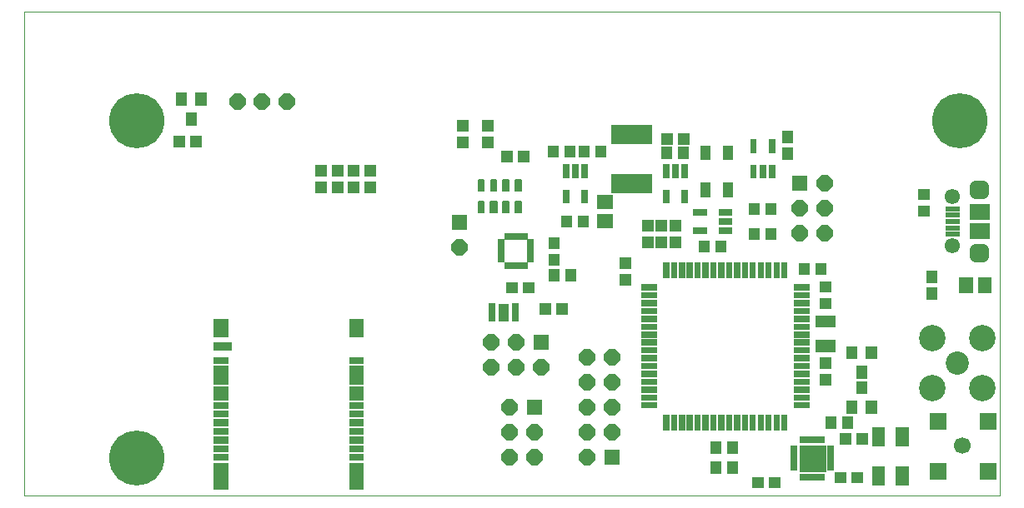
<source format=gts>
G75*
%MOIN*%
%OFA0B0*%
%FSLAX25Y25*%
%IPPOS*%
%LPD*%
%AMOC8*
5,1,8,0,0,1.08239X$1,22.5*
%
%ADD10C,0.00000*%
%ADD11C,0.00276*%
%ADD12C,0.00285*%
%ADD13C,0.00224*%
%ADD14C,0.00260*%
%ADD15C,0.22050*%
%ADD16C,0.00287*%
%ADD17C,0.00236*%
%ADD18C,0.00274*%
%ADD19R,0.06394X0.06394*%
%ADD20OC8,0.06394*%
%ADD21C,0.06693*%
%ADD22C,0.00268*%
%ADD23C,0.00295*%
%ADD24C,0.04488*%
%ADD25C,0.00252*%
%ADD26C,0.06102*%
%ADD27C,0.00228*%
%ADD28C,0.00227*%
%ADD29C,0.00283*%
%ADD30R,0.02992X0.09449*%
%ADD31R,0.09449X0.02992*%
%ADD32R,0.02717X0.07441*%
%ADD33C,0.00211*%
%ADD34R,0.02953X0.10039*%
%ADD35R,0.10039X0.02953*%
%ADD36C,0.00256*%
%ADD37C,0.09292*%
%ADD38C,0.10553*%
%ADD39C,0.00551*%
%ADD40C,0.00606*%
D10*
X0022595Y0009348D02*
X0412516Y0009348D01*
X0412516Y0203167D01*
X0022595Y0203167D01*
X0022595Y0009348D01*
D11*
X0212256Y0079365D02*
X0215916Y0079365D01*
X0212256Y0079365D02*
X0212256Y0086175D01*
X0215916Y0086175D01*
X0215916Y0079365D01*
X0215916Y0079640D02*
X0212256Y0079640D01*
X0212256Y0079915D02*
X0215916Y0079915D01*
X0215916Y0080190D02*
X0212256Y0080190D01*
X0212256Y0080465D02*
X0215916Y0080465D01*
X0215916Y0080740D02*
X0212256Y0080740D01*
X0212256Y0081015D02*
X0215916Y0081015D01*
X0215916Y0081290D02*
X0212256Y0081290D01*
X0212256Y0081565D02*
X0215916Y0081565D01*
X0215916Y0081840D02*
X0212256Y0081840D01*
X0212256Y0082115D02*
X0215916Y0082115D01*
X0215916Y0082390D02*
X0212256Y0082390D01*
X0212256Y0082665D02*
X0215916Y0082665D01*
X0215916Y0082940D02*
X0212256Y0082940D01*
X0212256Y0083215D02*
X0215916Y0083215D01*
X0215916Y0083490D02*
X0212256Y0083490D01*
X0212256Y0083765D02*
X0215916Y0083765D01*
X0215916Y0084040D02*
X0212256Y0084040D01*
X0212256Y0084315D02*
X0215916Y0084315D01*
X0215916Y0084590D02*
X0212256Y0084590D01*
X0212256Y0084865D02*
X0215916Y0084865D01*
X0215916Y0085140D02*
X0212256Y0085140D01*
X0212256Y0085415D02*
X0215916Y0085415D01*
X0215916Y0085690D02*
X0212256Y0085690D01*
X0212256Y0085965D02*
X0215916Y0085965D01*
X0257606Y0116990D02*
X0257606Y0122226D01*
X0257606Y0116990D02*
X0251584Y0116990D01*
X0251584Y0122226D01*
X0257606Y0122226D01*
X0257606Y0117265D02*
X0251584Y0117265D01*
X0251584Y0117540D02*
X0257606Y0117540D01*
X0257606Y0117815D02*
X0251584Y0117815D01*
X0251584Y0118090D02*
X0257606Y0118090D01*
X0257606Y0118365D02*
X0251584Y0118365D01*
X0251584Y0118640D02*
X0257606Y0118640D01*
X0257606Y0118915D02*
X0251584Y0118915D01*
X0251584Y0119190D02*
X0257606Y0119190D01*
X0257606Y0119465D02*
X0251584Y0119465D01*
X0251584Y0119740D02*
X0257606Y0119740D01*
X0257606Y0120015D02*
X0251584Y0120015D01*
X0251584Y0120290D02*
X0257606Y0120290D01*
X0257606Y0120565D02*
X0251584Y0120565D01*
X0251584Y0120840D02*
X0257606Y0120840D01*
X0257606Y0121115D02*
X0251584Y0121115D01*
X0251584Y0121390D02*
X0257606Y0121390D01*
X0257606Y0121665D02*
X0251584Y0121665D01*
X0251584Y0121940D02*
X0257606Y0121940D01*
X0257606Y0122215D02*
X0251584Y0122215D01*
X0257606Y0124470D02*
X0257606Y0129706D01*
X0257606Y0124470D02*
X0251584Y0124470D01*
X0251584Y0129706D01*
X0257606Y0129706D01*
X0257606Y0124745D02*
X0251584Y0124745D01*
X0251584Y0125020D02*
X0257606Y0125020D01*
X0257606Y0125295D02*
X0251584Y0125295D01*
X0251584Y0125570D02*
X0257606Y0125570D01*
X0257606Y0125845D02*
X0251584Y0125845D01*
X0251584Y0126120D02*
X0257606Y0126120D01*
X0257606Y0126395D02*
X0251584Y0126395D01*
X0251584Y0126670D02*
X0257606Y0126670D01*
X0257606Y0126945D02*
X0251584Y0126945D01*
X0251584Y0127220D02*
X0257606Y0127220D01*
X0257606Y0127495D02*
X0251584Y0127495D01*
X0251584Y0127770D02*
X0257606Y0127770D01*
X0257606Y0128045D02*
X0251584Y0128045D01*
X0251584Y0128320D02*
X0257606Y0128320D01*
X0257606Y0128595D02*
X0251584Y0128595D01*
X0251584Y0128870D02*
X0257606Y0128870D01*
X0257606Y0129145D02*
X0251584Y0129145D01*
X0251584Y0129420D02*
X0257606Y0129420D01*
X0257606Y0129695D02*
X0251584Y0129695D01*
X0292738Y0129053D02*
X0296398Y0129053D01*
X0292738Y0129053D02*
X0292738Y0134683D01*
X0296398Y0134683D01*
X0296398Y0129053D01*
X0296398Y0129328D02*
X0292738Y0129328D01*
X0292738Y0129603D02*
X0296398Y0129603D01*
X0296398Y0129878D02*
X0292738Y0129878D01*
X0292738Y0130153D02*
X0296398Y0130153D01*
X0296398Y0130428D02*
X0292738Y0130428D01*
X0292738Y0130703D02*
X0296398Y0130703D01*
X0296398Y0130978D02*
X0292738Y0130978D01*
X0292738Y0131253D02*
X0296398Y0131253D01*
X0296398Y0131528D02*
X0292738Y0131528D01*
X0292738Y0131803D02*
X0296398Y0131803D01*
X0296398Y0132078D02*
X0292738Y0132078D01*
X0292738Y0132353D02*
X0296398Y0132353D01*
X0296398Y0132628D02*
X0292738Y0132628D01*
X0292738Y0132903D02*
X0296398Y0132903D01*
X0296398Y0133178D02*
X0292738Y0133178D01*
X0292738Y0133453D02*
X0296398Y0133453D01*
X0296398Y0133728D02*
X0292738Y0133728D01*
X0292738Y0134003D02*
X0296398Y0134003D01*
X0296398Y0134278D02*
X0292738Y0134278D01*
X0292738Y0134553D02*
X0296398Y0134553D01*
X0301793Y0134683D02*
X0305453Y0134683D01*
X0305453Y0129053D01*
X0301793Y0129053D01*
X0301793Y0134683D01*
X0301793Y0129328D02*
X0305453Y0129328D01*
X0305453Y0129603D02*
X0301793Y0129603D01*
X0301793Y0129878D02*
X0305453Y0129878D01*
X0305453Y0130153D02*
X0301793Y0130153D01*
X0301793Y0130428D02*
X0305453Y0130428D01*
X0305453Y0130703D02*
X0301793Y0130703D01*
X0301793Y0130978D02*
X0305453Y0130978D01*
X0305453Y0131253D02*
X0301793Y0131253D01*
X0301793Y0131528D02*
X0305453Y0131528D01*
X0305453Y0131803D02*
X0301793Y0131803D01*
X0301793Y0132078D02*
X0305453Y0132078D01*
X0305453Y0132353D02*
X0301793Y0132353D01*
X0301793Y0132628D02*
X0305453Y0132628D01*
X0305453Y0132903D02*
X0301793Y0132903D01*
X0301793Y0133178D02*
X0305453Y0133178D01*
X0305453Y0133453D02*
X0301793Y0133453D01*
X0301793Y0133728D02*
X0305453Y0133728D01*
X0305453Y0134003D02*
X0301793Y0134003D01*
X0301793Y0134278D02*
X0305453Y0134278D01*
X0305453Y0134553D02*
X0301793Y0134553D01*
X0301793Y0149643D02*
X0305453Y0149643D01*
X0305453Y0144013D01*
X0301793Y0144013D01*
X0301793Y0149643D01*
X0301793Y0144288D02*
X0305453Y0144288D01*
X0305453Y0144563D02*
X0301793Y0144563D01*
X0301793Y0144838D02*
X0305453Y0144838D01*
X0305453Y0145113D02*
X0301793Y0145113D01*
X0301793Y0145388D02*
X0305453Y0145388D01*
X0305453Y0145663D02*
X0301793Y0145663D01*
X0301793Y0145938D02*
X0305453Y0145938D01*
X0305453Y0146213D02*
X0301793Y0146213D01*
X0301793Y0146488D02*
X0305453Y0146488D01*
X0305453Y0146763D02*
X0301793Y0146763D01*
X0301793Y0147038D02*
X0305453Y0147038D01*
X0305453Y0147313D02*
X0301793Y0147313D01*
X0301793Y0147588D02*
X0305453Y0147588D01*
X0305453Y0147863D02*
X0301793Y0147863D01*
X0301793Y0148138D02*
X0305453Y0148138D01*
X0305453Y0148413D02*
X0301793Y0148413D01*
X0301793Y0148688D02*
X0305453Y0148688D01*
X0305453Y0148963D02*
X0301793Y0148963D01*
X0301793Y0149238D02*
X0305453Y0149238D01*
X0305453Y0149513D02*
X0301793Y0149513D01*
X0296398Y0144013D02*
X0292738Y0144013D01*
X0292738Y0149643D01*
X0296398Y0149643D01*
X0296398Y0144013D01*
X0296398Y0144288D02*
X0292738Y0144288D01*
X0292738Y0144563D02*
X0296398Y0144563D01*
X0296398Y0144838D02*
X0292738Y0144838D01*
X0292738Y0145113D02*
X0296398Y0145113D01*
X0296398Y0145388D02*
X0292738Y0145388D01*
X0292738Y0145663D02*
X0296398Y0145663D01*
X0296398Y0145938D02*
X0292738Y0145938D01*
X0292738Y0146213D02*
X0296398Y0146213D01*
X0296398Y0146488D02*
X0292738Y0146488D01*
X0292738Y0146763D02*
X0296398Y0146763D01*
X0296398Y0147038D02*
X0292738Y0147038D01*
X0292738Y0147313D02*
X0296398Y0147313D01*
X0296398Y0147588D02*
X0292738Y0147588D01*
X0292738Y0147863D02*
X0296398Y0147863D01*
X0296398Y0148138D02*
X0292738Y0148138D01*
X0292738Y0148413D02*
X0296398Y0148413D01*
X0296398Y0148688D02*
X0292738Y0148688D01*
X0292738Y0148963D02*
X0296398Y0148963D01*
X0296398Y0149238D02*
X0292738Y0149238D01*
X0292738Y0149513D02*
X0296398Y0149513D01*
X0396237Y0090837D02*
X0401473Y0090837D01*
X0396237Y0090837D02*
X0396237Y0096859D01*
X0401473Y0096859D01*
X0401473Y0090837D01*
X0401473Y0091112D02*
X0396237Y0091112D01*
X0396237Y0091387D02*
X0401473Y0091387D01*
X0401473Y0091662D02*
X0396237Y0091662D01*
X0396237Y0091937D02*
X0401473Y0091937D01*
X0401473Y0092212D02*
X0396237Y0092212D01*
X0396237Y0092487D02*
X0401473Y0092487D01*
X0401473Y0092762D02*
X0396237Y0092762D01*
X0396237Y0093037D02*
X0401473Y0093037D01*
X0401473Y0093312D02*
X0396237Y0093312D01*
X0396237Y0093587D02*
X0401473Y0093587D01*
X0401473Y0093862D02*
X0396237Y0093862D01*
X0396237Y0094137D02*
X0401473Y0094137D01*
X0401473Y0094412D02*
X0396237Y0094412D01*
X0396237Y0094687D02*
X0401473Y0094687D01*
X0401473Y0094962D02*
X0396237Y0094962D01*
X0396237Y0095237D02*
X0401473Y0095237D01*
X0401473Y0095512D02*
X0396237Y0095512D01*
X0396237Y0095787D02*
X0401473Y0095787D01*
X0401473Y0096062D02*
X0396237Y0096062D01*
X0396237Y0096337D02*
X0401473Y0096337D01*
X0401473Y0096612D02*
X0396237Y0096612D01*
X0403717Y0090837D02*
X0408953Y0090837D01*
X0403717Y0090837D02*
X0403717Y0096859D01*
X0408953Y0096859D01*
X0408953Y0090837D01*
X0408953Y0091112D02*
X0403717Y0091112D01*
X0403717Y0091387D02*
X0408953Y0091387D01*
X0408953Y0091662D02*
X0403717Y0091662D01*
X0403717Y0091937D02*
X0408953Y0091937D01*
X0408953Y0092212D02*
X0403717Y0092212D01*
X0403717Y0092487D02*
X0408953Y0092487D01*
X0408953Y0092762D02*
X0403717Y0092762D01*
X0403717Y0093037D02*
X0408953Y0093037D01*
X0408953Y0093312D02*
X0403717Y0093312D01*
X0403717Y0093587D02*
X0408953Y0093587D01*
X0408953Y0093862D02*
X0403717Y0093862D01*
X0403717Y0094137D02*
X0408953Y0094137D01*
X0408953Y0094412D02*
X0403717Y0094412D01*
X0403717Y0094687D02*
X0408953Y0094687D01*
X0408953Y0094962D02*
X0403717Y0094962D01*
X0403717Y0095237D02*
X0408953Y0095237D01*
X0408953Y0095512D02*
X0403717Y0095512D01*
X0403717Y0095787D02*
X0408953Y0095787D01*
X0408953Y0096062D02*
X0403717Y0096062D01*
X0403717Y0096337D02*
X0408953Y0096337D01*
X0408953Y0096612D02*
X0403717Y0096612D01*
D12*
X0305250Y0116803D02*
X0300140Y0116803D01*
X0305250Y0116803D02*
X0305250Y0114493D01*
X0300140Y0114493D01*
X0300140Y0116803D01*
X0300140Y0114777D02*
X0305250Y0114777D01*
X0305250Y0115061D02*
X0300140Y0115061D01*
X0300140Y0115345D02*
X0305250Y0115345D01*
X0305250Y0115629D02*
X0300140Y0115629D01*
X0300140Y0115913D02*
X0305250Y0115913D01*
X0305250Y0116197D02*
X0300140Y0116197D01*
X0300140Y0116481D02*
X0305250Y0116481D01*
X0305250Y0116765D02*
X0300140Y0116765D01*
X0300140Y0120503D02*
X0305250Y0120503D01*
X0305250Y0118193D01*
X0300140Y0118193D01*
X0300140Y0120503D01*
X0300140Y0118477D02*
X0305250Y0118477D01*
X0305250Y0118761D02*
X0300140Y0118761D01*
X0300140Y0119045D02*
X0305250Y0119045D01*
X0305250Y0119329D02*
X0300140Y0119329D01*
X0300140Y0119613D02*
X0305250Y0119613D01*
X0305250Y0119897D02*
X0300140Y0119897D01*
X0300140Y0120181D02*
X0305250Y0120181D01*
X0305250Y0120465D02*
X0300140Y0120465D01*
X0300140Y0124203D02*
X0305250Y0124203D01*
X0305250Y0121893D01*
X0300140Y0121893D01*
X0300140Y0124203D01*
X0300140Y0122177D02*
X0305250Y0122177D01*
X0305250Y0122461D02*
X0300140Y0122461D01*
X0300140Y0122745D02*
X0305250Y0122745D01*
X0305250Y0123029D02*
X0300140Y0123029D01*
X0300140Y0123313D02*
X0305250Y0123313D01*
X0305250Y0123597D02*
X0300140Y0123597D01*
X0300140Y0123881D02*
X0305250Y0123881D01*
X0305250Y0124165D02*
X0300140Y0124165D01*
X0295050Y0124203D02*
X0289940Y0124203D01*
X0295050Y0124203D02*
X0295050Y0121893D01*
X0289940Y0121893D01*
X0289940Y0124203D01*
X0289940Y0122177D02*
X0295050Y0122177D01*
X0295050Y0122461D02*
X0289940Y0122461D01*
X0289940Y0122745D02*
X0295050Y0122745D01*
X0295050Y0123029D02*
X0289940Y0123029D01*
X0289940Y0123313D02*
X0295050Y0123313D01*
X0295050Y0123597D02*
X0289940Y0123597D01*
X0289940Y0123881D02*
X0295050Y0123881D01*
X0295050Y0124165D02*
X0289940Y0124165D01*
X0285140Y0126693D02*
X0285140Y0131803D01*
X0287450Y0131803D01*
X0287450Y0126693D01*
X0285140Y0126693D01*
X0285140Y0126977D02*
X0287450Y0126977D01*
X0287450Y0127261D02*
X0285140Y0127261D01*
X0285140Y0127545D02*
X0287450Y0127545D01*
X0287450Y0127829D02*
X0285140Y0127829D01*
X0285140Y0128113D02*
X0287450Y0128113D01*
X0287450Y0128397D02*
X0285140Y0128397D01*
X0285140Y0128681D02*
X0287450Y0128681D01*
X0287450Y0128965D02*
X0285140Y0128965D01*
X0285140Y0129249D02*
X0287450Y0129249D01*
X0287450Y0129533D02*
X0285140Y0129533D01*
X0285140Y0129817D02*
X0287450Y0129817D01*
X0287450Y0130101D02*
X0285140Y0130101D01*
X0285140Y0130385D02*
X0287450Y0130385D01*
X0287450Y0130669D02*
X0285140Y0130669D01*
X0285140Y0130953D02*
X0287450Y0130953D01*
X0287450Y0131237D02*
X0285140Y0131237D01*
X0285140Y0131521D02*
X0287450Y0131521D01*
X0277740Y0131803D02*
X0277740Y0126693D01*
X0277740Y0131803D02*
X0280050Y0131803D01*
X0280050Y0126693D01*
X0277740Y0126693D01*
X0277740Y0126977D02*
X0280050Y0126977D01*
X0280050Y0127261D02*
X0277740Y0127261D01*
X0277740Y0127545D02*
X0280050Y0127545D01*
X0280050Y0127829D02*
X0277740Y0127829D01*
X0277740Y0128113D02*
X0280050Y0128113D01*
X0280050Y0128397D02*
X0277740Y0128397D01*
X0277740Y0128681D02*
X0280050Y0128681D01*
X0280050Y0128965D02*
X0277740Y0128965D01*
X0277740Y0129249D02*
X0280050Y0129249D01*
X0280050Y0129533D02*
X0277740Y0129533D01*
X0277740Y0129817D02*
X0280050Y0129817D01*
X0280050Y0130101D02*
X0277740Y0130101D01*
X0277740Y0130385D02*
X0280050Y0130385D01*
X0280050Y0130669D02*
X0277740Y0130669D01*
X0277740Y0130953D02*
X0280050Y0130953D01*
X0280050Y0131237D02*
X0277740Y0131237D01*
X0277740Y0131521D02*
X0280050Y0131521D01*
X0277740Y0136893D02*
X0277740Y0142003D01*
X0280050Y0142003D01*
X0280050Y0136893D01*
X0277740Y0136893D01*
X0277740Y0137177D02*
X0280050Y0137177D01*
X0280050Y0137461D02*
X0277740Y0137461D01*
X0277740Y0137745D02*
X0280050Y0137745D01*
X0280050Y0138029D02*
X0277740Y0138029D01*
X0277740Y0138313D02*
X0280050Y0138313D01*
X0280050Y0138597D02*
X0277740Y0138597D01*
X0277740Y0138881D02*
X0280050Y0138881D01*
X0280050Y0139165D02*
X0277740Y0139165D01*
X0277740Y0139449D02*
X0280050Y0139449D01*
X0280050Y0139733D02*
X0277740Y0139733D01*
X0277740Y0140017D02*
X0280050Y0140017D01*
X0280050Y0140301D02*
X0277740Y0140301D01*
X0277740Y0140585D02*
X0280050Y0140585D01*
X0280050Y0140869D02*
X0277740Y0140869D01*
X0277740Y0141153D02*
X0280050Y0141153D01*
X0280050Y0141437D02*
X0277740Y0141437D01*
X0277740Y0141721D02*
X0280050Y0141721D01*
X0281440Y0142003D02*
X0281440Y0136893D01*
X0281440Y0142003D02*
X0283750Y0142003D01*
X0283750Y0136893D01*
X0281440Y0136893D01*
X0281440Y0137177D02*
X0283750Y0137177D01*
X0283750Y0137461D02*
X0281440Y0137461D01*
X0281440Y0137745D02*
X0283750Y0137745D01*
X0283750Y0138029D02*
X0281440Y0138029D01*
X0281440Y0138313D02*
X0283750Y0138313D01*
X0283750Y0138597D02*
X0281440Y0138597D01*
X0281440Y0138881D02*
X0283750Y0138881D01*
X0283750Y0139165D02*
X0281440Y0139165D01*
X0281440Y0139449D02*
X0283750Y0139449D01*
X0283750Y0139733D02*
X0281440Y0139733D01*
X0281440Y0140017D02*
X0283750Y0140017D01*
X0283750Y0140301D02*
X0281440Y0140301D01*
X0281440Y0140585D02*
X0283750Y0140585D01*
X0283750Y0140869D02*
X0281440Y0140869D01*
X0281440Y0141153D02*
X0283750Y0141153D01*
X0283750Y0141437D02*
X0281440Y0141437D01*
X0281440Y0141721D02*
X0283750Y0141721D01*
X0285140Y0142003D02*
X0285140Y0136893D01*
X0285140Y0142003D02*
X0287450Y0142003D01*
X0287450Y0136893D01*
X0285140Y0136893D01*
X0285140Y0137177D02*
X0287450Y0137177D01*
X0287450Y0137461D02*
X0285140Y0137461D01*
X0285140Y0137745D02*
X0287450Y0137745D01*
X0287450Y0138029D02*
X0285140Y0138029D01*
X0285140Y0138313D02*
X0287450Y0138313D01*
X0287450Y0138597D02*
X0285140Y0138597D01*
X0285140Y0138881D02*
X0287450Y0138881D01*
X0287450Y0139165D02*
X0285140Y0139165D01*
X0285140Y0139449D02*
X0287450Y0139449D01*
X0287450Y0139733D02*
X0285140Y0139733D01*
X0285140Y0140017D02*
X0287450Y0140017D01*
X0287450Y0140301D02*
X0285140Y0140301D01*
X0285140Y0140585D02*
X0287450Y0140585D01*
X0287450Y0140869D02*
X0285140Y0140869D01*
X0285140Y0141153D02*
X0287450Y0141153D01*
X0287450Y0141437D02*
X0285140Y0141437D01*
X0285140Y0141721D02*
X0287450Y0141721D01*
X0245140Y0142003D02*
X0245140Y0136893D01*
X0245140Y0142003D02*
X0247450Y0142003D01*
X0247450Y0136893D01*
X0245140Y0136893D01*
X0245140Y0137177D02*
X0247450Y0137177D01*
X0247450Y0137461D02*
X0245140Y0137461D01*
X0245140Y0137745D02*
X0247450Y0137745D01*
X0247450Y0138029D02*
X0245140Y0138029D01*
X0245140Y0138313D02*
X0247450Y0138313D01*
X0247450Y0138597D02*
X0245140Y0138597D01*
X0245140Y0138881D02*
X0247450Y0138881D01*
X0247450Y0139165D02*
X0245140Y0139165D01*
X0245140Y0139449D02*
X0247450Y0139449D01*
X0247450Y0139733D02*
X0245140Y0139733D01*
X0245140Y0140017D02*
X0247450Y0140017D01*
X0247450Y0140301D02*
X0245140Y0140301D01*
X0245140Y0140585D02*
X0247450Y0140585D01*
X0247450Y0140869D02*
X0245140Y0140869D01*
X0245140Y0141153D02*
X0247450Y0141153D01*
X0247450Y0141437D02*
X0245140Y0141437D01*
X0245140Y0141721D02*
X0247450Y0141721D01*
X0241440Y0142003D02*
X0241440Y0136893D01*
X0241440Y0142003D02*
X0243750Y0142003D01*
X0243750Y0136893D01*
X0241440Y0136893D01*
X0241440Y0137177D02*
X0243750Y0137177D01*
X0243750Y0137461D02*
X0241440Y0137461D01*
X0241440Y0137745D02*
X0243750Y0137745D01*
X0243750Y0138029D02*
X0241440Y0138029D01*
X0241440Y0138313D02*
X0243750Y0138313D01*
X0243750Y0138597D02*
X0241440Y0138597D01*
X0241440Y0138881D02*
X0243750Y0138881D01*
X0243750Y0139165D02*
X0241440Y0139165D01*
X0241440Y0139449D02*
X0243750Y0139449D01*
X0243750Y0139733D02*
X0241440Y0139733D01*
X0241440Y0140017D02*
X0243750Y0140017D01*
X0243750Y0140301D02*
X0241440Y0140301D01*
X0241440Y0140585D02*
X0243750Y0140585D01*
X0243750Y0140869D02*
X0241440Y0140869D01*
X0241440Y0141153D02*
X0243750Y0141153D01*
X0243750Y0141437D02*
X0241440Y0141437D01*
X0241440Y0141721D02*
X0243750Y0141721D01*
X0237740Y0142003D02*
X0237740Y0136893D01*
X0237740Y0142003D02*
X0240050Y0142003D01*
X0240050Y0136893D01*
X0237740Y0136893D01*
X0237740Y0137177D02*
X0240050Y0137177D01*
X0240050Y0137461D02*
X0237740Y0137461D01*
X0237740Y0137745D02*
X0240050Y0137745D01*
X0240050Y0138029D02*
X0237740Y0138029D01*
X0237740Y0138313D02*
X0240050Y0138313D01*
X0240050Y0138597D02*
X0237740Y0138597D01*
X0237740Y0138881D02*
X0240050Y0138881D01*
X0240050Y0139165D02*
X0237740Y0139165D01*
X0237740Y0139449D02*
X0240050Y0139449D01*
X0240050Y0139733D02*
X0237740Y0139733D01*
X0237740Y0140017D02*
X0240050Y0140017D01*
X0240050Y0140301D02*
X0237740Y0140301D01*
X0237740Y0140585D02*
X0240050Y0140585D01*
X0240050Y0140869D02*
X0237740Y0140869D01*
X0237740Y0141153D02*
X0240050Y0141153D01*
X0240050Y0141437D02*
X0237740Y0141437D01*
X0237740Y0141721D02*
X0240050Y0141721D01*
X0237740Y0131803D02*
X0237740Y0126693D01*
X0237740Y0131803D02*
X0240050Y0131803D01*
X0240050Y0126693D01*
X0237740Y0126693D01*
X0237740Y0126977D02*
X0240050Y0126977D01*
X0240050Y0127261D02*
X0237740Y0127261D01*
X0237740Y0127545D02*
X0240050Y0127545D01*
X0240050Y0127829D02*
X0237740Y0127829D01*
X0237740Y0128113D02*
X0240050Y0128113D01*
X0240050Y0128397D02*
X0237740Y0128397D01*
X0237740Y0128681D02*
X0240050Y0128681D01*
X0240050Y0128965D02*
X0237740Y0128965D01*
X0237740Y0129249D02*
X0240050Y0129249D01*
X0240050Y0129533D02*
X0237740Y0129533D01*
X0237740Y0129817D02*
X0240050Y0129817D01*
X0240050Y0130101D02*
X0237740Y0130101D01*
X0237740Y0130385D02*
X0240050Y0130385D01*
X0240050Y0130669D02*
X0237740Y0130669D01*
X0237740Y0130953D02*
X0240050Y0130953D01*
X0240050Y0131237D02*
X0237740Y0131237D01*
X0237740Y0131521D02*
X0240050Y0131521D01*
X0245140Y0131803D02*
X0245140Y0126693D01*
X0245140Y0131803D02*
X0247450Y0131803D01*
X0247450Y0126693D01*
X0245140Y0126693D01*
X0245140Y0126977D02*
X0247450Y0126977D01*
X0247450Y0127261D02*
X0245140Y0127261D01*
X0245140Y0127545D02*
X0247450Y0127545D01*
X0247450Y0127829D02*
X0245140Y0127829D01*
X0245140Y0128113D02*
X0247450Y0128113D01*
X0247450Y0128397D02*
X0245140Y0128397D01*
X0245140Y0128681D02*
X0247450Y0128681D01*
X0247450Y0128965D02*
X0245140Y0128965D01*
X0245140Y0129249D02*
X0247450Y0129249D01*
X0247450Y0129533D02*
X0245140Y0129533D01*
X0245140Y0129817D02*
X0247450Y0129817D01*
X0247450Y0130101D02*
X0245140Y0130101D01*
X0245140Y0130385D02*
X0247450Y0130385D01*
X0247450Y0130669D02*
X0245140Y0130669D01*
X0245140Y0130953D02*
X0247450Y0130953D01*
X0247450Y0131237D02*
X0245140Y0131237D01*
X0245140Y0131521D02*
X0247450Y0131521D01*
X0289940Y0116803D02*
X0295050Y0116803D01*
X0295050Y0114493D01*
X0289940Y0114493D01*
X0289940Y0116803D01*
X0289940Y0114777D02*
X0295050Y0114777D01*
X0295050Y0115061D02*
X0289940Y0115061D01*
X0289940Y0115345D02*
X0295050Y0115345D01*
X0295050Y0115629D02*
X0289940Y0115629D01*
X0289940Y0115913D02*
X0295050Y0115913D01*
X0295050Y0116197D02*
X0289940Y0116197D01*
X0289940Y0116481D02*
X0295050Y0116481D01*
X0295050Y0116765D02*
X0289940Y0116765D01*
D13*
X0257136Y0130878D02*
X0257136Y0138134D01*
X0273054Y0138134D01*
X0273054Y0130878D01*
X0257136Y0130878D01*
X0257136Y0131101D02*
X0273054Y0131101D01*
X0273054Y0131324D02*
X0257136Y0131324D01*
X0257136Y0131547D02*
X0273054Y0131547D01*
X0273054Y0131770D02*
X0257136Y0131770D01*
X0257136Y0131993D02*
X0273054Y0131993D01*
X0273054Y0132216D02*
X0257136Y0132216D01*
X0257136Y0132439D02*
X0273054Y0132439D01*
X0273054Y0132662D02*
X0257136Y0132662D01*
X0257136Y0132885D02*
X0273054Y0132885D01*
X0273054Y0133108D02*
X0257136Y0133108D01*
X0257136Y0133331D02*
X0273054Y0133331D01*
X0273054Y0133554D02*
X0257136Y0133554D01*
X0257136Y0133777D02*
X0273054Y0133777D01*
X0273054Y0134000D02*
X0257136Y0134000D01*
X0257136Y0134223D02*
X0273054Y0134223D01*
X0273054Y0134446D02*
X0257136Y0134446D01*
X0257136Y0134669D02*
X0273054Y0134669D01*
X0273054Y0134892D02*
X0257136Y0134892D01*
X0257136Y0135115D02*
X0273054Y0135115D01*
X0273054Y0135338D02*
X0257136Y0135338D01*
X0257136Y0135561D02*
X0273054Y0135561D01*
X0273054Y0135784D02*
X0257136Y0135784D01*
X0257136Y0136007D02*
X0273054Y0136007D01*
X0273054Y0136230D02*
X0257136Y0136230D01*
X0257136Y0136453D02*
X0273054Y0136453D01*
X0273054Y0136676D02*
X0257136Y0136676D01*
X0257136Y0136899D02*
X0273054Y0136899D01*
X0273054Y0137122D02*
X0257136Y0137122D01*
X0257136Y0137345D02*
X0273054Y0137345D01*
X0273054Y0137568D02*
X0257136Y0137568D01*
X0257136Y0137791D02*
X0273054Y0137791D01*
X0273054Y0138014D02*
X0257136Y0138014D01*
X0257136Y0150563D02*
X0257136Y0157819D01*
X0273054Y0157819D01*
X0273054Y0150563D01*
X0257136Y0150563D01*
X0257136Y0150786D02*
X0273054Y0150786D01*
X0273054Y0151009D02*
X0257136Y0151009D01*
X0257136Y0151232D02*
X0273054Y0151232D01*
X0273054Y0151455D02*
X0257136Y0151455D01*
X0257136Y0151678D02*
X0273054Y0151678D01*
X0273054Y0151901D02*
X0257136Y0151901D01*
X0257136Y0152124D02*
X0273054Y0152124D01*
X0273054Y0152347D02*
X0257136Y0152347D01*
X0257136Y0152570D02*
X0273054Y0152570D01*
X0273054Y0152793D02*
X0257136Y0152793D01*
X0257136Y0153016D02*
X0273054Y0153016D01*
X0273054Y0153239D02*
X0257136Y0153239D01*
X0257136Y0153462D02*
X0273054Y0153462D01*
X0273054Y0153685D02*
X0257136Y0153685D01*
X0257136Y0153908D02*
X0273054Y0153908D01*
X0273054Y0154131D02*
X0257136Y0154131D01*
X0257136Y0154354D02*
X0273054Y0154354D01*
X0273054Y0154577D02*
X0257136Y0154577D01*
X0257136Y0154800D02*
X0273054Y0154800D01*
X0273054Y0155023D02*
X0257136Y0155023D01*
X0257136Y0155246D02*
X0273054Y0155246D01*
X0273054Y0155469D02*
X0257136Y0155469D01*
X0257136Y0155692D02*
X0273054Y0155692D01*
X0273054Y0155915D02*
X0257136Y0155915D01*
X0257136Y0156138D02*
X0273054Y0156138D01*
X0273054Y0156361D02*
X0257136Y0156361D01*
X0257136Y0156584D02*
X0273054Y0156584D01*
X0273054Y0156807D02*
X0257136Y0156807D01*
X0257136Y0157030D02*
X0273054Y0157030D01*
X0273054Y0157253D02*
X0257136Y0157253D01*
X0257136Y0157476D02*
X0273054Y0157476D01*
X0273054Y0157699D02*
X0257136Y0157699D01*
D14*
X0254977Y0145116D02*
X0250907Y0145116D01*
X0250907Y0149580D01*
X0254977Y0149580D01*
X0254977Y0145116D01*
X0254977Y0145375D02*
X0250907Y0145375D01*
X0250907Y0145634D02*
X0254977Y0145634D01*
X0254977Y0145893D02*
X0250907Y0145893D01*
X0250907Y0146152D02*
X0254977Y0146152D01*
X0254977Y0146411D02*
X0250907Y0146411D01*
X0250907Y0146670D02*
X0254977Y0146670D01*
X0254977Y0146929D02*
X0250907Y0146929D01*
X0250907Y0147188D02*
X0254977Y0147188D01*
X0254977Y0147447D02*
X0250907Y0147447D01*
X0250907Y0147706D02*
X0254977Y0147706D01*
X0254977Y0147965D02*
X0250907Y0147965D01*
X0250907Y0148224D02*
X0254977Y0148224D01*
X0254977Y0148483D02*
X0250907Y0148483D01*
X0250907Y0148742D02*
X0254977Y0148742D01*
X0254977Y0149001D02*
X0250907Y0149001D01*
X0250907Y0149260D02*
X0254977Y0149260D01*
X0254977Y0149519D02*
X0250907Y0149519D01*
X0248284Y0145116D02*
X0244214Y0145116D01*
X0244214Y0149580D01*
X0248284Y0149580D01*
X0248284Y0145116D01*
X0248284Y0145375D02*
X0244214Y0145375D01*
X0244214Y0145634D02*
X0248284Y0145634D01*
X0248284Y0145893D02*
X0244214Y0145893D01*
X0244214Y0146152D02*
X0248284Y0146152D01*
X0248284Y0146411D02*
X0244214Y0146411D01*
X0244214Y0146670D02*
X0248284Y0146670D01*
X0248284Y0146929D02*
X0244214Y0146929D01*
X0244214Y0147188D02*
X0248284Y0147188D01*
X0248284Y0147447D02*
X0244214Y0147447D01*
X0244214Y0147706D02*
X0248284Y0147706D01*
X0248284Y0147965D02*
X0244214Y0147965D01*
X0244214Y0148224D02*
X0248284Y0148224D01*
X0248284Y0148483D02*
X0244214Y0148483D01*
X0244214Y0148742D02*
X0248284Y0148742D01*
X0248284Y0149001D02*
X0244214Y0149001D01*
X0244214Y0149260D02*
X0248284Y0149260D01*
X0248284Y0149519D02*
X0244214Y0149519D01*
X0242477Y0145116D02*
X0238407Y0145116D01*
X0238407Y0149580D01*
X0242477Y0149580D01*
X0242477Y0145116D01*
X0242477Y0145375D02*
X0238407Y0145375D01*
X0238407Y0145634D02*
X0242477Y0145634D01*
X0242477Y0145893D02*
X0238407Y0145893D01*
X0238407Y0146152D02*
X0242477Y0146152D01*
X0242477Y0146411D02*
X0238407Y0146411D01*
X0238407Y0146670D02*
X0242477Y0146670D01*
X0242477Y0146929D02*
X0238407Y0146929D01*
X0238407Y0147188D02*
X0242477Y0147188D01*
X0242477Y0147447D02*
X0238407Y0147447D01*
X0238407Y0147706D02*
X0242477Y0147706D01*
X0242477Y0147965D02*
X0238407Y0147965D01*
X0238407Y0148224D02*
X0242477Y0148224D01*
X0242477Y0148483D02*
X0238407Y0148483D01*
X0238407Y0148742D02*
X0242477Y0148742D01*
X0242477Y0149001D02*
X0238407Y0149001D01*
X0238407Y0149260D02*
X0242477Y0149260D01*
X0242477Y0149519D02*
X0238407Y0149519D01*
X0235784Y0145116D02*
X0231714Y0145116D01*
X0231714Y0149580D01*
X0235784Y0149580D01*
X0235784Y0145116D01*
X0235784Y0145375D02*
X0231714Y0145375D01*
X0231714Y0145634D02*
X0235784Y0145634D01*
X0235784Y0145893D02*
X0231714Y0145893D01*
X0231714Y0146152D02*
X0235784Y0146152D01*
X0235784Y0146411D02*
X0231714Y0146411D01*
X0231714Y0146670D02*
X0235784Y0146670D01*
X0235784Y0146929D02*
X0231714Y0146929D01*
X0231714Y0147188D02*
X0235784Y0147188D01*
X0235784Y0147447D02*
X0231714Y0147447D01*
X0231714Y0147706D02*
X0235784Y0147706D01*
X0235784Y0147965D02*
X0231714Y0147965D01*
X0231714Y0148224D02*
X0235784Y0148224D01*
X0235784Y0148483D02*
X0231714Y0148483D01*
X0231714Y0148742D02*
X0235784Y0148742D01*
X0235784Y0149001D02*
X0231714Y0149001D01*
X0231714Y0149260D02*
X0235784Y0149260D01*
X0235784Y0149519D02*
X0231714Y0149519D01*
X0224174Y0147383D02*
X0219710Y0147383D01*
X0224174Y0147383D02*
X0224174Y0143313D01*
X0219710Y0143313D01*
X0219710Y0147383D01*
X0219710Y0143572D02*
X0224174Y0143572D01*
X0224174Y0143831D02*
X0219710Y0143831D01*
X0219710Y0144090D02*
X0224174Y0144090D01*
X0224174Y0144349D02*
X0219710Y0144349D01*
X0219710Y0144608D02*
X0224174Y0144608D01*
X0224174Y0144867D02*
X0219710Y0144867D01*
X0219710Y0145126D02*
X0224174Y0145126D01*
X0224174Y0145385D02*
X0219710Y0145385D01*
X0219710Y0145644D02*
X0224174Y0145644D01*
X0224174Y0145903D02*
X0219710Y0145903D01*
X0219710Y0146162D02*
X0224174Y0146162D01*
X0224174Y0146421D02*
X0219710Y0146421D01*
X0219710Y0146680D02*
X0224174Y0146680D01*
X0224174Y0146939D02*
X0219710Y0146939D01*
X0219710Y0147198D02*
X0224174Y0147198D01*
X0217481Y0147383D02*
X0213017Y0147383D01*
X0217481Y0147383D02*
X0217481Y0143313D01*
X0213017Y0143313D01*
X0213017Y0147383D01*
X0213017Y0143572D02*
X0217481Y0143572D01*
X0217481Y0143831D02*
X0213017Y0143831D01*
X0213017Y0144090D02*
X0217481Y0144090D01*
X0217481Y0144349D02*
X0213017Y0144349D01*
X0213017Y0144608D02*
X0217481Y0144608D01*
X0217481Y0144867D02*
X0213017Y0144867D01*
X0213017Y0145126D02*
X0217481Y0145126D01*
X0217481Y0145385D02*
X0213017Y0145385D01*
X0213017Y0145644D02*
X0217481Y0145644D01*
X0217481Y0145903D02*
X0213017Y0145903D01*
X0213017Y0146162D02*
X0217481Y0146162D01*
X0217481Y0146421D02*
X0213017Y0146421D01*
X0213017Y0146680D02*
X0217481Y0146680D01*
X0217481Y0146939D02*
X0213017Y0146939D01*
X0213017Y0147198D02*
X0217481Y0147198D01*
X0209827Y0148967D02*
X0209827Y0153037D01*
X0209827Y0148967D02*
X0205363Y0148967D01*
X0205363Y0153037D01*
X0209827Y0153037D01*
X0209827Y0149226D02*
X0205363Y0149226D01*
X0205363Y0149485D02*
X0209827Y0149485D01*
X0209827Y0149744D02*
X0205363Y0149744D01*
X0205363Y0150003D02*
X0209827Y0150003D01*
X0209827Y0150262D02*
X0205363Y0150262D01*
X0205363Y0150521D02*
X0209827Y0150521D01*
X0209827Y0150780D02*
X0205363Y0150780D01*
X0205363Y0151039D02*
X0209827Y0151039D01*
X0209827Y0151298D02*
X0205363Y0151298D01*
X0205363Y0151557D02*
X0209827Y0151557D01*
X0209827Y0151816D02*
X0205363Y0151816D01*
X0205363Y0152075D02*
X0209827Y0152075D01*
X0209827Y0152334D02*
X0205363Y0152334D01*
X0205363Y0152593D02*
X0209827Y0152593D01*
X0209827Y0152852D02*
X0205363Y0152852D01*
X0209827Y0155659D02*
X0209827Y0159729D01*
X0209827Y0155659D02*
X0205363Y0155659D01*
X0205363Y0159729D01*
X0209827Y0159729D01*
X0209827Y0155918D02*
X0205363Y0155918D01*
X0205363Y0156177D02*
X0209827Y0156177D01*
X0209827Y0156436D02*
X0205363Y0156436D01*
X0205363Y0156695D02*
X0209827Y0156695D01*
X0209827Y0156954D02*
X0205363Y0156954D01*
X0205363Y0157213D02*
X0209827Y0157213D01*
X0209827Y0157472D02*
X0205363Y0157472D01*
X0205363Y0157731D02*
X0209827Y0157731D01*
X0209827Y0157990D02*
X0205363Y0157990D01*
X0205363Y0158249D02*
X0209827Y0158249D01*
X0209827Y0158508D02*
X0205363Y0158508D01*
X0205363Y0158767D02*
X0209827Y0158767D01*
X0209827Y0159026D02*
X0205363Y0159026D01*
X0205363Y0159285D02*
X0209827Y0159285D01*
X0209827Y0159544D02*
X0205363Y0159544D01*
X0199827Y0159729D02*
X0199827Y0155659D01*
X0195363Y0155659D01*
X0195363Y0159729D01*
X0199827Y0159729D01*
X0199827Y0155918D02*
X0195363Y0155918D01*
X0195363Y0156177D02*
X0199827Y0156177D01*
X0199827Y0156436D02*
X0195363Y0156436D01*
X0195363Y0156695D02*
X0199827Y0156695D01*
X0199827Y0156954D02*
X0195363Y0156954D01*
X0195363Y0157213D02*
X0199827Y0157213D01*
X0199827Y0157472D02*
X0195363Y0157472D01*
X0195363Y0157731D02*
X0199827Y0157731D01*
X0199827Y0157990D02*
X0195363Y0157990D01*
X0195363Y0158249D02*
X0199827Y0158249D01*
X0199827Y0158508D02*
X0195363Y0158508D01*
X0195363Y0158767D02*
X0199827Y0158767D01*
X0199827Y0159026D02*
X0195363Y0159026D01*
X0195363Y0159285D02*
X0199827Y0159285D01*
X0199827Y0159544D02*
X0195363Y0159544D01*
X0199827Y0153037D02*
X0199827Y0148967D01*
X0195363Y0148967D01*
X0195363Y0153037D01*
X0199827Y0153037D01*
X0199827Y0149226D02*
X0195363Y0149226D01*
X0195363Y0149485D02*
X0199827Y0149485D01*
X0199827Y0149744D02*
X0195363Y0149744D01*
X0195363Y0150003D02*
X0199827Y0150003D01*
X0199827Y0150262D02*
X0195363Y0150262D01*
X0195363Y0150521D02*
X0199827Y0150521D01*
X0199827Y0150780D02*
X0195363Y0150780D01*
X0195363Y0151039D02*
X0199827Y0151039D01*
X0199827Y0151298D02*
X0195363Y0151298D01*
X0195363Y0151557D02*
X0199827Y0151557D01*
X0199827Y0151816D02*
X0195363Y0151816D01*
X0195363Y0152075D02*
X0199827Y0152075D01*
X0199827Y0152334D02*
X0195363Y0152334D01*
X0195363Y0152593D02*
X0199827Y0152593D01*
X0199827Y0152852D02*
X0195363Y0152852D01*
X0162827Y0141729D02*
X0162827Y0137659D01*
X0158363Y0137659D01*
X0158363Y0141729D01*
X0162827Y0141729D01*
X0162827Y0137918D02*
X0158363Y0137918D01*
X0158363Y0138177D02*
X0162827Y0138177D01*
X0162827Y0138436D02*
X0158363Y0138436D01*
X0158363Y0138695D02*
X0162827Y0138695D01*
X0162827Y0138954D02*
X0158363Y0138954D01*
X0158363Y0139213D02*
X0162827Y0139213D01*
X0162827Y0139472D02*
X0158363Y0139472D01*
X0158363Y0139731D02*
X0162827Y0139731D01*
X0162827Y0139990D02*
X0158363Y0139990D01*
X0158363Y0140249D02*
X0162827Y0140249D01*
X0162827Y0140508D02*
X0158363Y0140508D01*
X0158363Y0140767D02*
X0162827Y0140767D01*
X0162827Y0141026D02*
X0158363Y0141026D01*
X0158363Y0141285D02*
X0162827Y0141285D01*
X0162827Y0141544D02*
X0158363Y0141544D01*
X0156327Y0141729D02*
X0156327Y0137659D01*
X0151863Y0137659D01*
X0151863Y0141729D01*
X0156327Y0141729D01*
X0156327Y0137918D02*
X0151863Y0137918D01*
X0151863Y0138177D02*
X0156327Y0138177D01*
X0156327Y0138436D02*
X0151863Y0138436D01*
X0151863Y0138695D02*
X0156327Y0138695D01*
X0156327Y0138954D02*
X0151863Y0138954D01*
X0151863Y0139213D02*
X0156327Y0139213D01*
X0156327Y0139472D02*
X0151863Y0139472D01*
X0151863Y0139731D02*
X0156327Y0139731D01*
X0156327Y0139990D02*
X0151863Y0139990D01*
X0151863Y0140249D02*
X0156327Y0140249D01*
X0156327Y0140508D02*
X0151863Y0140508D01*
X0151863Y0140767D02*
X0156327Y0140767D01*
X0156327Y0141026D02*
X0151863Y0141026D01*
X0151863Y0141285D02*
X0156327Y0141285D01*
X0156327Y0141544D02*
X0151863Y0141544D01*
X0149827Y0141729D02*
X0149827Y0137659D01*
X0145363Y0137659D01*
X0145363Y0141729D01*
X0149827Y0141729D01*
X0149827Y0137918D02*
X0145363Y0137918D01*
X0145363Y0138177D02*
X0149827Y0138177D01*
X0149827Y0138436D02*
X0145363Y0138436D01*
X0145363Y0138695D02*
X0149827Y0138695D01*
X0149827Y0138954D02*
X0145363Y0138954D01*
X0145363Y0139213D02*
X0149827Y0139213D01*
X0149827Y0139472D02*
X0145363Y0139472D01*
X0145363Y0139731D02*
X0149827Y0139731D01*
X0149827Y0139990D02*
X0145363Y0139990D01*
X0145363Y0140249D02*
X0149827Y0140249D01*
X0149827Y0140508D02*
X0145363Y0140508D01*
X0145363Y0140767D02*
X0149827Y0140767D01*
X0149827Y0141026D02*
X0145363Y0141026D01*
X0145363Y0141285D02*
X0149827Y0141285D01*
X0149827Y0141544D02*
X0145363Y0141544D01*
X0143327Y0141729D02*
X0143327Y0137659D01*
X0138863Y0137659D01*
X0138863Y0141729D01*
X0143327Y0141729D01*
X0143327Y0137918D02*
X0138863Y0137918D01*
X0138863Y0138177D02*
X0143327Y0138177D01*
X0143327Y0138436D02*
X0138863Y0138436D01*
X0138863Y0138695D02*
X0143327Y0138695D01*
X0143327Y0138954D02*
X0138863Y0138954D01*
X0138863Y0139213D02*
X0143327Y0139213D01*
X0143327Y0139472D02*
X0138863Y0139472D01*
X0138863Y0139731D02*
X0143327Y0139731D01*
X0143327Y0139990D02*
X0138863Y0139990D01*
X0138863Y0140249D02*
X0143327Y0140249D01*
X0143327Y0140508D02*
X0138863Y0140508D01*
X0138863Y0140767D02*
X0143327Y0140767D01*
X0143327Y0141026D02*
X0138863Y0141026D01*
X0138863Y0141285D02*
X0143327Y0141285D01*
X0143327Y0141544D02*
X0138863Y0141544D01*
X0143327Y0135037D02*
X0143327Y0130967D01*
X0138863Y0130967D01*
X0138863Y0135037D01*
X0143327Y0135037D01*
X0143327Y0131226D02*
X0138863Y0131226D01*
X0138863Y0131485D02*
X0143327Y0131485D01*
X0143327Y0131744D02*
X0138863Y0131744D01*
X0138863Y0132003D02*
X0143327Y0132003D01*
X0143327Y0132262D02*
X0138863Y0132262D01*
X0138863Y0132521D02*
X0143327Y0132521D01*
X0143327Y0132780D02*
X0138863Y0132780D01*
X0138863Y0133039D02*
X0143327Y0133039D01*
X0143327Y0133298D02*
X0138863Y0133298D01*
X0138863Y0133557D02*
X0143327Y0133557D01*
X0143327Y0133816D02*
X0138863Y0133816D01*
X0138863Y0134075D02*
X0143327Y0134075D01*
X0143327Y0134334D02*
X0138863Y0134334D01*
X0138863Y0134593D02*
X0143327Y0134593D01*
X0143327Y0134852D02*
X0138863Y0134852D01*
X0149827Y0135037D02*
X0149827Y0130967D01*
X0145363Y0130967D01*
X0145363Y0135037D01*
X0149827Y0135037D01*
X0149827Y0131226D02*
X0145363Y0131226D01*
X0145363Y0131485D02*
X0149827Y0131485D01*
X0149827Y0131744D02*
X0145363Y0131744D01*
X0145363Y0132003D02*
X0149827Y0132003D01*
X0149827Y0132262D02*
X0145363Y0132262D01*
X0145363Y0132521D02*
X0149827Y0132521D01*
X0149827Y0132780D02*
X0145363Y0132780D01*
X0145363Y0133039D02*
X0149827Y0133039D01*
X0149827Y0133298D02*
X0145363Y0133298D01*
X0145363Y0133557D02*
X0149827Y0133557D01*
X0149827Y0133816D02*
X0145363Y0133816D01*
X0145363Y0134075D02*
X0149827Y0134075D01*
X0149827Y0134334D02*
X0145363Y0134334D01*
X0145363Y0134593D02*
X0149827Y0134593D01*
X0149827Y0134852D02*
X0145363Y0134852D01*
X0156327Y0135037D02*
X0156327Y0130967D01*
X0151863Y0130967D01*
X0151863Y0135037D01*
X0156327Y0135037D01*
X0156327Y0131226D02*
X0151863Y0131226D01*
X0151863Y0131485D02*
X0156327Y0131485D01*
X0156327Y0131744D02*
X0151863Y0131744D01*
X0151863Y0132003D02*
X0156327Y0132003D01*
X0156327Y0132262D02*
X0151863Y0132262D01*
X0151863Y0132521D02*
X0156327Y0132521D01*
X0156327Y0132780D02*
X0151863Y0132780D01*
X0151863Y0133039D02*
X0156327Y0133039D01*
X0156327Y0133298D02*
X0151863Y0133298D01*
X0151863Y0133557D02*
X0156327Y0133557D01*
X0156327Y0133816D02*
X0151863Y0133816D01*
X0151863Y0134075D02*
X0156327Y0134075D01*
X0156327Y0134334D02*
X0151863Y0134334D01*
X0151863Y0134593D02*
X0156327Y0134593D01*
X0156327Y0134852D02*
X0151863Y0134852D01*
X0162827Y0135037D02*
X0162827Y0130967D01*
X0158363Y0130967D01*
X0158363Y0135037D01*
X0162827Y0135037D01*
X0162827Y0131226D02*
X0158363Y0131226D01*
X0158363Y0131485D02*
X0162827Y0131485D01*
X0162827Y0131744D02*
X0158363Y0131744D01*
X0158363Y0132003D02*
X0162827Y0132003D01*
X0162827Y0132262D02*
X0158363Y0132262D01*
X0158363Y0132521D02*
X0162827Y0132521D01*
X0162827Y0132780D02*
X0158363Y0132780D01*
X0158363Y0133039D02*
X0162827Y0133039D01*
X0162827Y0133298D02*
X0158363Y0133298D01*
X0158363Y0133557D02*
X0162827Y0133557D01*
X0162827Y0133816D02*
X0158363Y0133816D01*
X0158363Y0134075D02*
X0162827Y0134075D01*
X0162827Y0134334D02*
X0158363Y0134334D01*
X0158363Y0134593D02*
X0162827Y0134593D01*
X0162827Y0134852D02*
X0158363Y0134852D01*
X0093174Y0153383D02*
X0088710Y0153383D01*
X0093174Y0153383D02*
X0093174Y0149313D01*
X0088710Y0149313D01*
X0088710Y0153383D01*
X0088710Y0149572D02*
X0093174Y0149572D01*
X0093174Y0149831D02*
X0088710Y0149831D01*
X0088710Y0150090D02*
X0093174Y0150090D01*
X0093174Y0150349D02*
X0088710Y0150349D01*
X0088710Y0150608D02*
X0093174Y0150608D01*
X0093174Y0150867D02*
X0088710Y0150867D01*
X0088710Y0151126D02*
X0093174Y0151126D01*
X0093174Y0151385D02*
X0088710Y0151385D01*
X0088710Y0151644D02*
X0093174Y0151644D01*
X0093174Y0151903D02*
X0088710Y0151903D01*
X0088710Y0152162D02*
X0093174Y0152162D01*
X0093174Y0152421D02*
X0088710Y0152421D01*
X0088710Y0152680D02*
X0093174Y0152680D01*
X0093174Y0152939D02*
X0088710Y0152939D01*
X0088710Y0153198D02*
X0093174Y0153198D01*
X0086481Y0153383D02*
X0082017Y0153383D01*
X0086481Y0153383D02*
X0086481Y0149313D01*
X0082017Y0149313D01*
X0082017Y0153383D01*
X0082017Y0149572D02*
X0086481Y0149572D01*
X0086481Y0149831D02*
X0082017Y0149831D01*
X0082017Y0150090D02*
X0086481Y0150090D01*
X0086481Y0150349D02*
X0082017Y0150349D01*
X0082017Y0150608D02*
X0086481Y0150608D01*
X0086481Y0150867D02*
X0082017Y0150867D01*
X0082017Y0151126D02*
X0086481Y0151126D01*
X0086481Y0151385D02*
X0082017Y0151385D01*
X0082017Y0151644D02*
X0086481Y0151644D01*
X0086481Y0151903D02*
X0082017Y0151903D01*
X0082017Y0152162D02*
X0086481Y0152162D01*
X0086481Y0152421D02*
X0082017Y0152421D01*
X0082017Y0152680D02*
X0086481Y0152680D01*
X0086481Y0152939D02*
X0082017Y0152939D01*
X0082017Y0153198D02*
X0086481Y0153198D01*
X0087060Y0162840D02*
X0091130Y0162840D01*
X0091130Y0157982D01*
X0087060Y0157982D01*
X0087060Y0162840D01*
X0087060Y0158241D02*
X0091130Y0158241D01*
X0091130Y0158500D02*
X0087060Y0158500D01*
X0087060Y0158759D02*
X0091130Y0158759D01*
X0091130Y0159018D02*
X0087060Y0159018D01*
X0087060Y0159277D02*
X0091130Y0159277D01*
X0091130Y0159536D02*
X0087060Y0159536D01*
X0087060Y0159795D02*
X0091130Y0159795D01*
X0091130Y0160054D02*
X0087060Y0160054D01*
X0087060Y0160313D02*
X0091130Y0160313D01*
X0091130Y0160572D02*
X0087060Y0160572D01*
X0087060Y0160831D02*
X0091130Y0160831D01*
X0091130Y0161090D02*
X0087060Y0161090D01*
X0087060Y0161349D02*
X0091130Y0161349D01*
X0091130Y0161608D02*
X0087060Y0161608D01*
X0087060Y0161867D02*
X0091130Y0161867D01*
X0091130Y0162126D02*
X0087060Y0162126D01*
X0087060Y0162385D02*
X0091130Y0162385D01*
X0091130Y0162644D02*
X0087060Y0162644D01*
X0087193Y0170714D02*
X0083123Y0170714D01*
X0087193Y0170714D02*
X0087193Y0165856D01*
X0083123Y0165856D01*
X0083123Y0170714D01*
X0083123Y0166115D02*
X0087193Y0166115D01*
X0087193Y0166374D02*
X0083123Y0166374D01*
X0083123Y0166633D02*
X0087193Y0166633D01*
X0087193Y0166892D02*
X0083123Y0166892D01*
X0083123Y0167151D02*
X0087193Y0167151D01*
X0087193Y0167410D02*
X0083123Y0167410D01*
X0083123Y0167669D02*
X0087193Y0167669D01*
X0087193Y0167928D02*
X0083123Y0167928D01*
X0083123Y0168187D02*
X0087193Y0168187D01*
X0087193Y0168446D02*
X0083123Y0168446D01*
X0083123Y0168705D02*
X0087193Y0168705D01*
X0087193Y0168964D02*
X0083123Y0168964D01*
X0083123Y0169223D02*
X0087193Y0169223D01*
X0087193Y0169482D02*
X0083123Y0169482D01*
X0083123Y0169741D02*
X0087193Y0169741D01*
X0087193Y0170000D02*
X0083123Y0170000D01*
X0083123Y0170259D02*
X0087193Y0170259D01*
X0087193Y0170518D02*
X0083123Y0170518D01*
X0090997Y0170714D02*
X0095067Y0170714D01*
X0095067Y0165856D01*
X0090997Y0165856D01*
X0090997Y0170714D01*
X0090997Y0166115D02*
X0095067Y0166115D01*
X0095067Y0166374D02*
X0090997Y0166374D01*
X0090997Y0166633D02*
X0095067Y0166633D01*
X0095067Y0166892D02*
X0090997Y0166892D01*
X0090997Y0167151D02*
X0095067Y0167151D01*
X0095067Y0167410D02*
X0090997Y0167410D01*
X0090997Y0167669D02*
X0095067Y0167669D01*
X0095067Y0167928D02*
X0090997Y0167928D01*
X0090997Y0168187D02*
X0095067Y0168187D01*
X0095067Y0168446D02*
X0090997Y0168446D01*
X0090997Y0168705D02*
X0095067Y0168705D01*
X0095067Y0168964D02*
X0090997Y0168964D01*
X0090997Y0169223D02*
X0095067Y0169223D01*
X0095067Y0169482D02*
X0090997Y0169482D01*
X0090997Y0169741D02*
X0095067Y0169741D01*
X0095067Y0170000D02*
X0090997Y0170000D01*
X0090997Y0170259D02*
X0095067Y0170259D01*
X0095067Y0170518D02*
X0090997Y0170518D01*
X0236130Y0112926D02*
X0236130Y0108462D01*
X0232060Y0108462D01*
X0232060Y0112926D01*
X0236130Y0112926D01*
X0236130Y0108721D02*
X0232060Y0108721D01*
X0232060Y0108980D02*
X0236130Y0108980D01*
X0236130Y0109239D02*
X0232060Y0109239D01*
X0232060Y0109498D02*
X0236130Y0109498D01*
X0236130Y0109757D02*
X0232060Y0109757D01*
X0232060Y0110016D02*
X0236130Y0110016D01*
X0236130Y0110275D02*
X0232060Y0110275D01*
X0232060Y0110534D02*
X0236130Y0110534D01*
X0236130Y0110793D02*
X0232060Y0110793D01*
X0232060Y0111052D02*
X0236130Y0111052D01*
X0236130Y0111311D02*
X0232060Y0111311D01*
X0232060Y0111570D02*
X0236130Y0111570D01*
X0236130Y0111829D02*
X0232060Y0111829D01*
X0232060Y0112088D02*
X0236130Y0112088D01*
X0236130Y0112347D02*
X0232060Y0112347D01*
X0232060Y0112606D02*
X0236130Y0112606D01*
X0236130Y0112865D02*
X0232060Y0112865D01*
X0237214Y0121580D02*
X0241284Y0121580D01*
X0241284Y0117116D01*
X0237214Y0117116D01*
X0237214Y0121580D01*
X0237214Y0117375D02*
X0241284Y0117375D01*
X0241284Y0117634D02*
X0237214Y0117634D01*
X0237214Y0117893D02*
X0241284Y0117893D01*
X0241284Y0118152D02*
X0237214Y0118152D01*
X0237214Y0118411D02*
X0241284Y0118411D01*
X0241284Y0118670D02*
X0237214Y0118670D01*
X0237214Y0118929D02*
X0241284Y0118929D01*
X0241284Y0119188D02*
X0237214Y0119188D01*
X0237214Y0119447D02*
X0241284Y0119447D01*
X0241284Y0119706D02*
X0237214Y0119706D01*
X0237214Y0119965D02*
X0241284Y0119965D01*
X0241284Y0120224D02*
X0237214Y0120224D01*
X0237214Y0120483D02*
X0241284Y0120483D01*
X0241284Y0120742D02*
X0237214Y0120742D01*
X0237214Y0121001D02*
X0241284Y0121001D01*
X0241284Y0121260D02*
X0237214Y0121260D01*
X0237214Y0121519D02*
X0241284Y0121519D01*
X0243907Y0121580D02*
X0247977Y0121580D01*
X0247977Y0117116D01*
X0243907Y0117116D01*
X0243907Y0121580D01*
X0243907Y0117375D02*
X0247977Y0117375D01*
X0247977Y0117634D02*
X0243907Y0117634D01*
X0243907Y0117893D02*
X0247977Y0117893D01*
X0247977Y0118152D02*
X0243907Y0118152D01*
X0243907Y0118411D02*
X0247977Y0118411D01*
X0247977Y0118670D02*
X0243907Y0118670D01*
X0243907Y0118929D02*
X0247977Y0118929D01*
X0247977Y0119188D02*
X0243907Y0119188D01*
X0243907Y0119447D02*
X0247977Y0119447D01*
X0247977Y0119706D02*
X0243907Y0119706D01*
X0243907Y0119965D02*
X0247977Y0119965D01*
X0247977Y0120224D02*
X0243907Y0120224D01*
X0243907Y0120483D02*
X0247977Y0120483D01*
X0247977Y0120742D02*
X0243907Y0120742D01*
X0243907Y0121001D02*
X0247977Y0121001D01*
X0247977Y0121260D02*
X0243907Y0121260D01*
X0243907Y0121519D02*
X0247977Y0121519D01*
X0273827Y0119729D02*
X0273827Y0115659D01*
X0269363Y0115659D01*
X0269363Y0119729D01*
X0273827Y0119729D01*
X0273827Y0115918D02*
X0269363Y0115918D01*
X0269363Y0116177D02*
X0273827Y0116177D01*
X0273827Y0116436D02*
X0269363Y0116436D01*
X0269363Y0116695D02*
X0273827Y0116695D01*
X0273827Y0116954D02*
X0269363Y0116954D01*
X0269363Y0117213D02*
X0273827Y0117213D01*
X0273827Y0117472D02*
X0269363Y0117472D01*
X0269363Y0117731D02*
X0273827Y0117731D01*
X0273827Y0117990D02*
X0269363Y0117990D01*
X0269363Y0118249D02*
X0273827Y0118249D01*
X0273827Y0118508D02*
X0269363Y0118508D01*
X0269363Y0118767D02*
X0273827Y0118767D01*
X0273827Y0119026D02*
X0269363Y0119026D01*
X0269363Y0119285D02*
X0273827Y0119285D01*
X0273827Y0119544D02*
X0269363Y0119544D01*
X0274863Y0119729D02*
X0274863Y0115659D01*
X0274863Y0119729D02*
X0279327Y0119729D01*
X0279327Y0115659D01*
X0274863Y0115659D01*
X0274863Y0115918D02*
X0279327Y0115918D01*
X0279327Y0116177D02*
X0274863Y0116177D01*
X0274863Y0116436D02*
X0279327Y0116436D01*
X0279327Y0116695D02*
X0274863Y0116695D01*
X0274863Y0116954D02*
X0279327Y0116954D01*
X0279327Y0117213D02*
X0274863Y0117213D01*
X0274863Y0117472D02*
X0279327Y0117472D01*
X0279327Y0117731D02*
X0274863Y0117731D01*
X0274863Y0117990D02*
X0279327Y0117990D01*
X0279327Y0118249D02*
X0274863Y0118249D01*
X0274863Y0118508D02*
X0279327Y0118508D01*
X0279327Y0118767D02*
X0274863Y0118767D01*
X0274863Y0119026D02*
X0279327Y0119026D01*
X0279327Y0119285D02*
X0274863Y0119285D01*
X0274863Y0119544D02*
X0279327Y0119544D01*
X0284827Y0119729D02*
X0284827Y0115659D01*
X0280363Y0115659D01*
X0280363Y0119729D01*
X0284827Y0119729D01*
X0284827Y0115918D02*
X0280363Y0115918D01*
X0280363Y0116177D02*
X0284827Y0116177D01*
X0284827Y0116436D02*
X0280363Y0116436D01*
X0280363Y0116695D02*
X0284827Y0116695D01*
X0284827Y0116954D02*
X0280363Y0116954D01*
X0280363Y0117213D02*
X0284827Y0117213D01*
X0284827Y0117472D02*
X0280363Y0117472D01*
X0280363Y0117731D02*
X0284827Y0117731D01*
X0284827Y0117990D02*
X0280363Y0117990D01*
X0280363Y0118249D02*
X0284827Y0118249D01*
X0284827Y0118508D02*
X0280363Y0118508D01*
X0280363Y0118767D02*
X0284827Y0118767D01*
X0284827Y0119026D02*
X0280363Y0119026D01*
X0280363Y0119285D02*
X0284827Y0119285D01*
X0284827Y0119544D02*
X0280363Y0119544D01*
X0284827Y0113037D02*
X0284827Y0108967D01*
X0280363Y0108967D01*
X0280363Y0113037D01*
X0284827Y0113037D01*
X0284827Y0109226D02*
X0280363Y0109226D01*
X0280363Y0109485D02*
X0284827Y0109485D01*
X0284827Y0109744D02*
X0280363Y0109744D01*
X0280363Y0110003D02*
X0284827Y0110003D01*
X0284827Y0110262D02*
X0280363Y0110262D01*
X0280363Y0110521D02*
X0284827Y0110521D01*
X0284827Y0110780D02*
X0280363Y0110780D01*
X0280363Y0111039D02*
X0284827Y0111039D01*
X0284827Y0111298D02*
X0280363Y0111298D01*
X0280363Y0111557D02*
X0284827Y0111557D01*
X0284827Y0111816D02*
X0280363Y0111816D01*
X0280363Y0112075D02*
X0284827Y0112075D01*
X0284827Y0112334D02*
X0280363Y0112334D01*
X0280363Y0112593D02*
X0284827Y0112593D01*
X0284827Y0112852D02*
X0280363Y0112852D01*
X0274863Y0113037D02*
X0274863Y0108967D01*
X0274863Y0113037D02*
X0279327Y0113037D01*
X0279327Y0108967D01*
X0274863Y0108967D01*
X0274863Y0109226D02*
X0279327Y0109226D01*
X0279327Y0109485D02*
X0274863Y0109485D01*
X0274863Y0109744D02*
X0279327Y0109744D01*
X0279327Y0110003D02*
X0274863Y0110003D01*
X0274863Y0110262D02*
X0279327Y0110262D01*
X0279327Y0110521D02*
X0274863Y0110521D01*
X0274863Y0110780D02*
X0279327Y0110780D01*
X0279327Y0111039D02*
X0274863Y0111039D01*
X0274863Y0111298D02*
X0279327Y0111298D01*
X0279327Y0111557D02*
X0274863Y0111557D01*
X0274863Y0111816D02*
X0279327Y0111816D01*
X0279327Y0112075D02*
X0274863Y0112075D01*
X0274863Y0112334D02*
X0279327Y0112334D01*
X0279327Y0112593D02*
X0274863Y0112593D01*
X0274863Y0112852D02*
X0279327Y0112852D01*
X0273827Y0113037D02*
X0273827Y0108967D01*
X0269363Y0108967D01*
X0269363Y0113037D01*
X0273827Y0113037D01*
X0273827Y0109226D02*
X0269363Y0109226D01*
X0269363Y0109485D02*
X0273827Y0109485D01*
X0273827Y0109744D02*
X0269363Y0109744D01*
X0269363Y0110003D02*
X0273827Y0110003D01*
X0273827Y0110262D02*
X0269363Y0110262D01*
X0269363Y0110521D02*
X0273827Y0110521D01*
X0273827Y0110780D02*
X0269363Y0110780D01*
X0269363Y0111039D02*
X0273827Y0111039D01*
X0273827Y0111298D02*
X0269363Y0111298D01*
X0269363Y0111557D02*
X0273827Y0111557D01*
X0273827Y0111816D02*
X0269363Y0111816D01*
X0269363Y0112075D02*
X0273827Y0112075D01*
X0273827Y0112334D02*
X0269363Y0112334D01*
X0269363Y0112593D02*
X0273827Y0112593D01*
X0273827Y0112852D02*
X0269363Y0112852D01*
X0260363Y0104729D02*
X0260363Y0100659D01*
X0260363Y0104729D02*
X0264827Y0104729D01*
X0264827Y0100659D01*
X0260363Y0100659D01*
X0260363Y0100918D02*
X0264827Y0100918D01*
X0264827Y0101177D02*
X0260363Y0101177D01*
X0260363Y0101436D02*
X0264827Y0101436D01*
X0264827Y0101695D02*
X0260363Y0101695D01*
X0260363Y0101954D02*
X0264827Y0101954D01*
X0264827Y0102213D02*
X0260363Y0102213D01*
X0260363Y0102472D02*
X0264827Y0102472D01*
X0264827Y0102731D02*
X0260363Y0102731D01*
X0260363Y0102990D02*
X0264827Y0102990D01*
X0264827Y0103249D02*
X0260363Y0103249D01*
X0260363Y0103508D02*
X0264827Y0103508D01*
X0264827Y0103767D02*
X0260363Y0103767D01*
X0260363Y0104026D02*
X0264827Y0104026D01*
X0264827Y0104285D02*
X0260363Y0104285D01*
X0260363Y0104544D02*
X0264827Y0104544D01*
X0260363Y0098037D02*
X0260363Y0093967D01*
X0260363Y0098037D02*
X0264827Y0098037D01*
X0264827Y0093967D01*
X0260363Y0093967D01*
X0260363Y0094226D02*
X0264827Y0094226D01*
X0264827Y0094485D02*
X0260363Y0094485D01*
X0260363Y0094744D02*
X0264827Y0094744D01*
X0264827Y0095003D02*
X0260363Y0095003D01*
X0260363Y0095262D02*
X0264827Y0095262D01*
X0264827Y0095521D02*
X0260363Y0095521D01*
X0260363Y0095780D02*
X0264827Y0095780D01*
X0264827Y0096039D02*
X0260363Y0096039D01*
X0260363Y0096298D02*
X0264827Y0096298D01*
X0264827Y0096557D02*
X0260363Y0096557D01*
X0260363Y0096816D02*
X0264827Y0096816D01*
X0264827Y0097075D02*
X0260363Y0097075D01*
X0260363Y0097334D02*
X0264827Y0097334D01*
X0264827Y0097593D02*
X0260363Y0097593D01*
X0260363Y0097852D02*
X0264827Y0097852D01*
X0242977Y0095616D02*
X0238907Y0095616D01*
X0238907Y0100080D01*
X0242977Y0100080D01*
X0242977Y0095616D01*
X0242977Y0095875D02*
X0238907Y0095875D01*
X0238907Y0096134D02*
X0242977Y0096134D01*
X0242977Y0096393D02*
X0238907Y0096393D01*
X0238907Y0096652D02*
X0242977Y0096652D01*
X0242977Y0096911D02*
X0238907Y0096911D01*
X0238907Y0097170D02*
X0242977Y0097170D01*
X0242977Y0097429D02*
X0238907Y0097429D01*
X0238907Y0097688D02*
X0242977Y0097688D01*
X0242977Y0097947D02*
X0238907Y0097947D01*
X0238907Y0098206D02*
X0242977Y0098206D01*
X0242977Y0098465D02*
X0238907Y0098465D01*
X0238907Y0098724D02*
X0242977Y0098724D01*
X0242977Y0098983D02*
X0238907Y0098983D01*
X0238907Y0099242D02*
X0242977Y0099242D01*
X0242977Y0099501D02*
X0238907Y0099501D01*
X0238907Y0099760D02*
X0242977Y0099760D01*
X0242977Y0100019D02*
X0238907Y0100019D01*
X0236284Y0095616D02*
X0232214Y0095616D01*
X0232214Y0100080D01*
X0236284Y0100080D01*
X0236284Y0095616D01*
X0236284Y0095875D02*
X0232214Y0095875D01*
X0232214Y0096134D02*
X0236284Y0096134D01*
X0236284Y0096393D02*
X0232214Y0096393D01*
X0232214Y0096652D02*
X0236284Y0096652D01*
X0236284Y0096911D02*
X0232214Y0096911D01*
X0232214Y0097170D02*
X0236284Y0097170D01*
X0236284Y0097429D02*
X0232214Y0097429D01*
X0232214Y0097688D02*
X0236284Y0097688D01*
X0236284Y0097947D02*
X0232214Y0097947D01*
X0232214Y0098206D02*
X0236284Y0098206D01*
X0236284Y0098465D02*
X0232214Y0098465D01*
X0232214Y0098724D02*
X0236284Y0098724D01*
X0236284Y0098983D02*
X0232214Y0098983D01*
X0232214Y0099242D02*
X0236284Y0099242D01*
X0236284Y0099501D02*
X0232214Y0099501D01*
X0232214Y0099760D02*
X0236284Y0099760D01*
X0236284Y0100019D02*
X0232214Y0100019D01*
X0236130Y0101770D02*
X0236130Y0106234D01*
X0236130Y0101770D02*
X0232060Y0101770D01*
X0232060Y0106234D01*
X0236130Y0106234D01*
X0236130Y0102029D02*
X0232060Y0102029D01*
X0232060Y0102288D02*
X0236130Y0102288D01*
X0236130Y0102547D02*
X0232060Y0102547D01*
X0232060Y0102806D02*
X0236130Y0102806D01*
X0236130Y0103065D02*
X0232060Y0103065D01*
X0232060Y0103324D02*
X0236130Y0103324D01*
X0236130Y0103583D02*
X0232060Y0103583D01*
X0232060Y0103842D02*
X0236130Y0103842D01*
X0236130Y0104101D02*
X0232060Y0104101D01*
X0232060Y0104360D02*
X0236130Y0104360D01*
X0236130Y0104619D02*
X0232060Y0104619D01*
X0232060Y0104878D02*
X0236130Y0104878D01*
X0236130Y0105137D02*
X0232060Y0105137D01*
X0232060Y0105396D02*
X0236130Y0105396D01*
X0236130Y0105655D02*
X0232060Y0105655D01*
X0232060Y0105914D02*
X0236130Y0105914D01*
X0236130Y0106173D02*
X0232060Y0106173D01*
X0226174Y0090813D02*
X0221710Y0090813D01*
X0221710Y0094883D01*
X0226174Y0094883D01*
X0226174Y0090813D01*
X0226174Y0091072D02*
X0221710Y0091072D01*
X0221710Y0091331D02*
X0226174Y0091331D01*
X0226174Y0091590D02*
X0221710Y0091590D01*
X0221710Y0091849D02*
X0226174Y0091849D01*
X0226174Y0092108D02*
X0221710Y0092108D01*
X0221710Y0092367D02*
X0226174Y0092367D01*
X0226174Y0092626D02*
X0221710Y0092626D01*
X0221710Y0092885D02*
X0226174Y0092885D01*
X0226174Y0093144D02*
X0221710Y0093144D01*
X0221710Y0093403D02*
X0226174Y0093403D01*
X0226174Y0093662D02*
X0221710Y0093662D01*
X0221710Y0093921D02*
X0226174Y0093921D01*
X0226174Y0094180D02*
X0221710Y0094180D01*
X0221710Y0094439D02*
X0226174Y0094439D01*
X0226174Y0094698D02*
X0221710Y0094698D01*
X0219481Y0090813D02*
X0215017Y0090813D01*
X0215017Y0094883D01*
X0219481Y0094883D01*
X0219481Y0090813D01*
X0219481Y0091072D02*
X0215017Y0091072D01*
X0215017Y0091331D02*
X0219481Y0091331D01*
X0219481Y0091590D02*
X0215017Y0091590D01*
X0215017Y0091849D02*
X0219481Y0091849D01*
X0219481Y0092108D02*
X0215017Y0092108D01*
X0215017Y0092367D02*
X0219481Y0092367D01*
X0219481Y0092626D02*
X0215017Y0092626D01*
X0215017Y0092885D02*
X0219481Y0092885D01*
X0219481Y0093144D02*
X0215017Y0093144D01*
X0215017Y0093403D02*
X0219481Y0093403D01*
X0219481Y0093662D02*
X0215017Y0093662D01*
X0215017Y0093921D02*
X0219481Y0093921D01*
X0219481Y0094180D02*
X0215017Y0094180D01*
X0215017Y0094439D02*
X0219481Y0094439D01*
X0219481Y0094698D02*
X0215017Y0094698D01*
X0228517Y0086383D02*
X0232981Y0086383D01*
X0232981Y0082313D01*
X0228517Y0082313D01*
X0228517Y0086383D01*
X0228517Y0082572D02*
X0232981Y0082572D01*
X0232981Y0082831D02*
X0228517Y0082831D01*
X0228517Y0083090D02*
X0232981Y0083090D01*
X0232981Y0083349D02*
X0228517Y0083349D01*
X0228517Y0083608D02*
X0232981Y0083608D01*
X0232981Y0083867D02*
X0228517Y0083867D01*
X0228517Y0084126D02*
X0232981Y0084126D01*
X0232981Y0084385D02*
X0228517Y0084385D01*
X0228517Y0084644D02*
X0232981Y0084644D01*
X0232981Y0084903D02*
X0228517Y0084903D01*
X0228517Y0085162D02*
X0232981Y0085162D01*
X0232981Y0085421D02*
X0228517Y0085421D01*
X0228517Y0085680D02*
X0232981Y0085680D01*
X0232981Y0085939D02*
X0228517Y0085939D01*
X0228517Y0086198D02*
X0232981Y0086198D01*
X0235210Y0086383D02*
X0239674Y0086383D01*
X0239674Y0082313D01*
X0235210Y0082313D01*
X0235210Y0086383D01*
X0235210Y0082572D02*
X0239674Y0082572D01*
X0239674Y0082831D02*
X0235210Y0082831D01*
X0235210Y0083090D02*
X0239674Y0083090D01*
X0239674Y0083349D02*
X0235210Y0083349D01*
X0235210Y0083608D02*
X0239674Y0083608D01*
X0239674Y0083867D02*
X0235210Y0083867D01*
X0235210Y0084126D02*
X0239674Y0084126D01*
X0239674Y0084385D02*
X0235210Y0084385D01*
X0235210Y0084644D02*
X0239674Y0084644D01*
X0239674Y0084903D02*
X0235210Y0084903D01*
X0235210Y0085162D02*
X0239674Y0085162D01*
X0239674Y0085421D02*
X0235210Y0085421D01*
X0235210Y0085680D02*
X0239674Y0085680D01*
X0239674Y0085939D02*
X0235210Y0085939D01*
X0235210Y0086198D02*
X0239674Y0086198D01*
X0292214Y0111580D02*
X0296284Y0111580D01*
X0296284Y0107116D01*
X0292214Y0107116D01*
X0292214Y0111580D01*
X0292214Y0107375D02*
X0296284Y0107375D01*
X0296284Y0107634D02*
X0292214Y0107634D01*
X0292214Y0107893D02*
X0296284Y0107893D01*
X0296284Y0108152D02*
X0292214Y0108152D01*
X0292214Y0108411D02*
X0296284Y0108411D01*
X0296284Y0108670D02*
X0292214Y0108670D01*
X0292214Y0108929D02*
X0296284Y0108929D01*
X0296284Y0109188D02*
X0292214Y0109188D01*
X0292214Y0109447D02*
X0296284Y0109447D01*
X0296284Y0109706D02*
X0292214Y0109706D01*
X0292214Y0109965D02*
X0296284Y0109965D01*
X0296284Y0110224D02*
X0292214Y0110224D01*
X0292214Y0110483D02*
X0296284Y0110483D01*
X0296284Y0110742D02*
X0292214Y0110742D01*
X0292214Y0111001D02*
X0296284Y0111001D01*
X0296284Y0111260D02*
X0292214Y0111260D01*
X0292214Y0111519D02*
X0296284Y0111519D01*
X0298907Y0111580D02*
X0302977Y0111580D01*
X0302977Y0107116D01*
X0298907Y0107116D01*
X0298907Y0111580D01*
X0298907Y0107375D02*
X0302977Y0107375D01*
X0302977Y0107634D02*
X0298907Y0107634D01*
X0298907Y0107893D02*
X0302977Y0107893D01*
X0302977Y0108152D02*
X0298907Y0108152D01*
X0298907Y0108411D02*
X0302977Y0108411D01*
X0302977Y0108670D02*
X0298907Y0108670D01*
X0298907Y0108929D02*
X0302977Y0108929D01*
X0302977Y0109188D02*
X0298907Y0109188D01*
X0298907Y0109447D02*
X0302977Y0109447D01*
X0302977Y0109706D02*
X0298907Y0109706D01*
X0298907Y0109965D02*
X0302977Y0109965D01*
X0302977Y0110224D02*
X0298907Y0110224D01*
X0298907Y0110483D02*
X0302977Y0110483D01*
X0302977Y0110742D02*
X0298907Y0110742D01*
X0298907Y0111001D02*
X0302977Y0111001D01*
X0302977Y0111260D02*
X0298907Y0111260D01*
X0298907Y0111519D02*
X0302977Y0111519D01*
X0312214Y0116580D02*
X0316284Y0116580D01*
X0316284Y0112116D01*
X0312214Y0112116D01*
X0312214Y0116580D01*
X0312214Y0112375D02*
X0316284Y0112375D01*
X0316284Y0112634D02*
X0312214Y0112634D01*
X0312214Y0112893D02*
X0316284Y0112893D01*
X0316284Y0113152D02*
X0312214Y0113152D01*
X0312214Y0113411D02*
X0316284Y0113411D01*
X0316284Y0113670D02*
X0312214Y0113670D01*
X0312214Y0113929D02*
X0316284Y0113929D01*
X0316284Y0114188D02*
X0312214Y0114188D01*
X0312214Y0114447D02*
X0316284Y0114447D01*
X0316284Y0114706D02*
X0312214Y0114706D01*
X0312214Y0114965D02*
X0316284Y0114965D01*
X0316284Y0115224D02*
X0312214Y0115224D01*
X0312214Y0115483D02*
X0316284Y0115483D01*
X0316284Y0115742D02*
X0312214Y0115742D01*
X0312214Y0116001D02*
X0316284Y0116001D01*
X0316284Y0116260D02*
X0312214Y0116260D01*
X0312214Y0116519D02*
X0316284Y0116519D01*
X0318907Y0116580D02*
X0322977Y0116580D01*
X0322977Y0112116D01*
X0318907Y0112116D01*
X0318907Y0116580D01*
X0318907Y0112375D02*
X0322977Y0112375D01*
X0322977Y0112634D02*
X0318907Y0112634D01*
X0318907Y0112893D02*
X0322977Y0112893D01*
X0322977Y0113152D02*
X0318907Y0113152D01*
X0318907Y0113411D02*
X0322977Y0113411D01*
X0322977Y0113670D02*
X0318907Y0113670D01*
X0318907Y0113929D02*
X0322977Y0113929D01*
X0322977Y0114188D02*
X0318907Y0114188D01*
X0318907Y0114447D02*
X0322977Y0114447D01*
X0322977Y0114706D02*
X0318907Y0114706D01*
X0318907Y0114965D02*
X0322977Y0114965D01*
X0322977Y0115224D02*
X0318907Y0115224D01*
X0318907Y0115483D02*
X0322977Y0115483D01*
X0322977Y0115742D02*
X0318907Y0115742D01*
X0318907Y0116001D02*
X0322977Y0116001D01*
X0322977Y0116260D02*
X0318907Y0116260D01*
X0318907Y0116519D02*
X0322977Y0116519D01*
X0322977Y0126580D02*
X0318907Y0126580D01*
X0322977Y0126580D02*
X0322977Y0122116D01*
X0318907Y0122116D01*
X0318907Y0126580D01*
X0318907Y0122375D02*
X0322977Y0122375D01*
X0322977Y0122634D02*
X0318907Y0122634D01*
X0318907Y0122893D02*
X0322977Y0122893D01*
X0322977Y0123152D02*
X0318907Y0123152D01*
X0318907Y0123411D02*
X0322977Y0123411D01*
X0322977Y0123670D02*
X0318907Y0123670D01*
X0318907Y0123929D02*
X0322977Y0123929D01*
X0322977Y0124188D02*
X0318907Y0124188D01*
X0318907Y0124447D02*
X0322977Y0124447D01*
X0322977Y0124706D02*
X0318907Y0124706D01*
X0318907Y0124965D02*
X0322977Y0124965D01*
X0322977Y0125224D02*
X0318907Y0125224D01*
X0318907Y0125483D02*
X0322977Y0125483D01*
X0322977Y0125742D02*
X0318907Y0125742D01*
X0318907Y0126001D02*
X0322977Y0126001D01*
X0322977Y0126260D02*
X0318907Y0126260D01*
X0318907Y0126519D02*
X0322977Y0126519D01*
X0316284Y0126580D02*
X0312214Y0126580D01*
X0316284Y0126580D02*
X0316284Y0122116D01*
X0312214Y0122116D01*
X0312214Y0126580D01*
X0312214Y0122375D02*
X0316284Y0122375D01*
X0316284Y0122634D02*
X0312214Y0122634D01*
X0312214Y0122893D02*
X0316284Y0122893D01*
X0316284Y0123152D02*
X0312214Y0123152D01*
X0312214Y0123411D02*
X0316284Y0123411D01*
X0316284Y0123670D02*
X0312214Y0123670D01*
X0312214Y0123929D02*
X0316284Y0123929D01*
X0316284Y0124188D02*
X0312214Y0124188D01*
X0312214Y0124447D02*
X0316284Y0124447D01*
X0316284Y0124706D02*
X0312214Y0124706D01*
X0312214Y0124965D02*
X0316284Y0124965D01*
X0316284Y0125224D02*
X0312214Y0125224D01*
X0312214Y0125483D02*
X0316284Y0125483D01*
X0316284Y0125742D02*
X0312214Y0125742D01*
X0312214Y0126001D02*
X0316284Y0126001D01*
X0316284Y0126260D02*
X0312214Y0126260D01*
X0312214Y0126519D02*
X0316284Y0126519D01*
X0325560Y0144270D02*
X0325560Y0148734D01*
X0329630Y0148734D01*
X0329630Y0144270D01*
X0325560Y0144270D01*
X0325560Y0144529D02*
X0329630Y0144529D01*
X0329630Y0144788D02*
X0325560Y0144788D01*
X0325560Y0145047D02*
X0329630Y0145047D01*
X0329630Y0145306D02*
X0325560Y0145306D01*
X0325560Y0145565D02*
X0329630Y0145565D01*
X0329630Y0145824D02*
X0325560Y0145824D01*
X0325560Y0146083D02*
X0329630Y0146083D01*
X0329630Y0146342D02*
X0325560Y0146342D01*
X0325560Y0146601D02*
X0329630Y0146601D01*
X0329630Y0146860D02*
X0325560Y0146860D01*
X0325560Y0147119D02*
X0329630Y0147119D01*
X0329630Y0147378D02*
X0325560Y0147378D01*
X0325560Y0147637D02*
X0329630Y0147637D01*
X0329630Y0147896D02*
X0325560Y0147896D01*
X0325560Y0148155D02*
X0329630Y0148155D01*
X0329630Y0148414D02*
X0325560Y0148414D01*
X0325560Y0148673D02*
X0329630Y0148673D01*
X0325560Y0150962D02*
X0325560Y0155426D01*
X0329630Y0155426D01*
X0329630Y0150962D01*
X0325560Y0150962D01*
X0325560Y0151221D02*
X0329630Y0151221D01*
X0329630Y0151480D02*
X0325560Y0151480D01*
X0325560Y0151739D02*
X0329630Y0151739D01*
X0329630Y0151998D02*
X0325560Y0151998D01*
X0325560Y0152257D02*
X0329630Y0152257D01*
X0329630Y0152516D02*
X0325560Y0152516D01*
X0325560Y0152775D02*
X0329630Y0152775D01*
X0329630Y0153034D02*
X0325560Y0153034D01*
X0325560Y0153293D02*
X0329630Y0153293D01*
X0329630Y0153552D02*
X0325560Y0153552D01*
X0325560Y0153811D02*
X0329630Y0153811D01*
X0329630Y0154070D02*
X0325560Y0154070D01*
X0325560Y0154329D02*
X0329630Y0154329D01*
X0329630Y0154588D02*
X0325560Y0154588D01*
X0325560Y0154847D02*
X0329630Y0154847D01*
X0329630Y0155106D02*
X0325560Y0155106D01*
X0325560Y0155365D02*
X0329630Y0155365D01*
X0288174Y0150313D02*
X0283710Y0150313D01*
X0283710Y0154383D01*
X0288174Y0154383D01*
X0288174Y0150313D01*
X0288174Y0150572D02*
X0283710Y0150572D01*
X0283710Y0150831D02*
X0288174Y0150831D01*
X0288174Y0151090D02*
X0283710Y0151090D01*
X0283710Y0151349D02*
X0288174Y0151349D01*
X0288174Y0151608D02*
X0283710Y0151608D01*
X0283710Y0151867D02*
X0288174Y0151867D01*
X0288174Y0152126D02*
X0283710Y0152126D01*
X0283710Y0152385D02*
X0288174Y0152385D01*
X0288174Y0152644D02*
X0283710Y0152644D01*
X0283710Y0152903D02*
X0288174Y0152903D01*
X0288174Y0153162D02*
X0283710Y0153162D01*
X0283710Y0153421D02*
X0288174Y0153421D01*
X0288174Y0153680D02*
X0283710Y0153680D01*
X0283710Y0153939D02*
X0288174Y0153939D01*
X0288174Y0154198D02*
X0283710Y0154198D01*
X0281481Y0150313D02*
X0277017Y0150313D01*
X0277017Y0154383D01*
X0281481Y0154383D01*
X0281481Y0150313D01*
X0281481Y0150572D02*
X0277017Y0150572D01*
X0277017Y0150831D02*
X0281481Y0150831D01*
X0281481Y0151090D02*
X0277017Y0151090D01*
X0277017Y0151349D02*
X0281481Y0151349D01*
X0281481Y0151608D02*
X0277017Y0151608D01*
X0277017Y0151867D02*
X0281481Y0151867D01*
X0281481Y0152126D02*
X0277017Y0152126D01*
X0277017Y0152385D02*
X0281481Y0152385D01*
X0281481Y0152644D02*
X0277017Y0152644D01*
X0277017Y0152903D02*
X0281481Y0152903D01*
X0281481Y0153162D02*
X0277017Y0153162D01*
X0277017Y0153421D02*
X0281481Y0153421D01*
X0281481Y0153680D02*
X0277017Y0153680D01*
X0277017Y0153939D02*
X0281481Y0153939D01*
X0281481Y0154198D02*
X0277017Y0154198D01*
X0277214Y0144616D02*
X0281284Y0144616D01*
X0277214Y0144616D02*
X0277214Y0149080D01*
X0281284Y0149080D01*
X0281284Y0144616D01*
X0281284Y0144875D02*
X0277214Y0144875D01*
X0277214Y0145134D02*
X0281284Y0145134D01*
X0281284Y0145393D02*
X0277214Y0145393D01*
X0277214Y0145652D02*
X0281284Y0145652D01*
X0281284Y0145911D02*
X0277214Y0145911D01*
X0277214Y0146170D02*
X0281284Y0146170D01*
X0281284Y0146429D02*
X0277214Y0146429D01*
X0277214Y0146688D02*
X0281284Y0146688D01*
X0281284Y0146947D02*
X0277214Y0146947D01*
X0277214Y0147206D02*
X0281284Y0147206D01*
X0281284Y0147465D02*
X0277214Y0147465D01*
X0277214Y0147724D02*
X0281284Y0147724D01*
X0281284Y0147983D02*
X0277214Y0147983D01*
X0277214Y0148242D02*
X0281284Y0148242D01*
X0281284Y0148501D02*
X0277214Y0148501D01*
X0277214Y0148760D02*
X0281284Y0148760D01*
X0281284Y0149019D02*
X0277214Y0149019D01*
X0283907Y0144616D02*
X0287977Y0144616D01*
X0283907Y0144616D02*
X0283907Y0149080D01*
X0287977Y0149080D01*
X0287977Y0144616D01*
X0287977Y0144875D02*
X0283907Y0144875D01*
X0283907Y0145134D02*
X0287977Y0145134D01*
X0287977Y0145393D02*
X0283907Y0145393D01*
X0283907Y0145652D02*
X0287977Y0145652D01*
X0287977Y0145911D02*
X0283907Y0145911D01*
X0283907Y0146170D02*
X0287977Y0146170D01*
X0287977Y0146429D02*
X0283907Y0146429D01*
X0283907Y0146688D02*
X0287977Y0146688D01*
X0287977Y0146947D02*
X0283907Y0146947D01*
X0283907Y0147206D02*
X0287977Y0147206D01*
X0287977Y0147465D02*
X0283907Y0147465D01*
X0283907Y0147724D02*
X0287977Y0147724D01*
X0287977Y0147983D02*
X0283907Y0147983D01*
X0283907Y0148242D02*
X0287977Y0148242D01*
X0287977Y0148501D02*
X0283907Y0148501D01*
X0283907Y0148760D02*
X0287977Y0148760D01*
X0287977Y0149019D02*
X0283907Y0149019D01*
X0332214Y0098116D02*
X0336284Y0098116D01*
X0332214Y0098116D02*
X0332214Y0102580D01*
X0336284Y0102580D01*
X0336284Y0098116D01*
X0336284Y0098375D02*
X0332214Y0098375D01*
X0332214Y0098634D02*
X0336284Y0098634D01*
X0336284Y0098893D02*
X0332214Y0098893D01*
X0332214Y0099152D02*
X0336284Y0099152D01*
X0336284Y0099411D02*
X0332214Y0099411D01*
X0332214Y0099670D02*
X0336284Y0099670D01*
X0336284Y0099929D02*
X0332214Y0099929D01*
X0332214Y0100188D02*
X0336284Y0100188D01*
X0336284Y0100447D02*
X0332214Y0100447D01*
X0332214Y0100706D02*
X0336284Y0100706D01*
X0336284Y0100965D02*
X0332214Y0100965D01*
X0332214Y0101224D02*
X0336284Y0101224D01*
X0336284Y0101483D02*
X0332214Y0101483D01*
X0332214Y0101742D02*
X0336284Y0101742D01*
X0336284Y0102001D02*
X0332214Y0102001D01*
X0332214Y0102260D02*
X0336284Y0102260D01*
X0336284Y0102519D02*
X0332214Y0102519D01*
X0338907Y0098116D02*
X0342977Y0098116D01*
X0338907Y0098116D02*
X0338907Y0102580D01*
X0342977Y0102580D01*
X0342977Y0098116D01*
X0342977Y0098375D02*
X0338907Y0098375D01*
X0338907Y0098634D02*
X0342977Y0098634D01*
X0342977Y0098893D02*
X0338907Y0098893D01*
X0338907Y0099152D02*
X0342977Y0099152D01*
X0342977Y0099411D02*
X0338907Y0099411D01*
X0338907Y0099670D02*
X0342977Y0099670D01*
X0342977Y0099929D02*
X0338907Y0099929D01*
X0338907Y0100188D02*
X0342977Y0100188D01*
X0342977Y0100447D02*
X0338907Y0100447D01*
X0338907Y0100706D02*
X0342977Y0100706D01*
X0342977Y0100965D02*
X0338907Y0100965D01*
X0338907Y0101224D02*
X0342977Y0101224D01*
X0342977Y0101483D02*
X0338907Y0101483D01*
X0338907Y0101742D02*
X0342977Y0101742D01*
X0342977Y0102001D02*
X0338907Y0102001D01*
X0338907Y0102260D02*
X0342977Y0102260D01*
X0342977Y0102519D02*
X0338907Y0102519D01*
X0344827Y0095229D02*
X0344827Y0091159D01*
X0340363Y0091159D01*
X0340363Y0095229D01*
X0344827Y0095229D01*
X0344827Y0091418D02*
X0340363Y0091418D01*
X0340363Y0091677D02*
X0344827Y0091677D01*
X0344827Y0091936D02*
X0340363Y0091936D01*
X0340363Y0092195D02*
X0344827Y0092195D01*
X0344827Y0092454D02*
X0340363Y0092454D01*
X0340363Y0092713D02*
X0344827Y0092713D01*
X0344827Y0092972D02*
X0340363Y0092972D01*
X0340363Y0093231D02*
X0344827Y0093231D01*
X0344827Y0093490D02*
X0340363Y0093490D01*
X0340363Y0093749D02*
X0344827Y0093749D01*
X0344827Y0094008D02*
X0340363Y0094008D01*
X0340363Y0094267D02*
X0344827Y0094267D01*
X0344827Y0094526D02*
X0340363Y0094526D01*
X0340363Y0094785D02*
X0344827Y0094785D01*
X0344827Y0095044D02*
X0340363Y0095044D01*
X0344827Y0088537D02*
X0344827Y0084467D01*
X0340363Y0084467D01*
X0340363Y0088537D01*
X0344827Y0088537D01*
X0344827Y0084726D02*
X0340363Y0084726D01*
X0340363Y0084985D02*
X0344827Y0084985D01*
X0344827Y0085244D02*
X0340363Y0085244D01*
X0340363Y0085503D02*
X0344827Y0085503D01*
X0344827Y0085762D02*
X0340363Y0085762D01*
X0340363Y0086021D02*
X0344827Y0086021D01*
X0344827Y0086280D02*
X0340363Y0086280D01*
X0340363Y0086539D02*
X0344827Y0086539D01*
X0344827Y0086798D02*
X0340363Y0086798D01*
X0340363Y0087057D02*
X0344827Y0087057D01*
X0344827Y0087316D02*
X0340363Y0087316D01*
X0340363Y0087575D02*
X0344827Y0087575D01*
X0344827Y0087834D02*
X0340363Y0087834D01*
X0340363Y0088093D02*
X0344827Y0088093D01*
X0344827Y0088352D02*
X0340363Y0088352D01*
X0351123Y0069214D02*
X0355193Y0069214D01*
X0355193Y0064356D01*
X0351123Y0064356D01*
X0351123Y0069214D01*
X0351123Y0064615D02*
X0355193Y0064615D01*
X0355193Y0064874D02*
X0351123Y0064874D01*
X0351123Y0065133D02*
X0355193Y0065133D01*
X0355193Y0065392D02*
X0351123Y0065392D01*
X0351123Y0065651D02*
X0355193Y0065651D01*
X0355193Y0065910D02*
X0351123Y0065910D01*
X0351123Y0066169D02*
X0355193Y0066169D01*
X0355193Y0066428D02*
X0351123Y0066428D01*
X0351123Y0066687D02*
X0355193Y0066687D01*
X0355193Y0066946D02*
X0351123Y0066946D01*
X0351123Y0067205D02*
X0355193Y0067205D01*
X0355193Y0067464D02*
X0351123Y0067464D01*
X0351123Y0067723D02*
X0355193Y0067723D01*
X0355193Y0067982D02*
X0351123Y0067982D01*
X0351123Y0068241D02*
X0355193Y0068241D01*
X0355193Y0068500D02*
X0351123Y0068500D01*
X0351123Y0068759D02*
X0355193Y0068759D01*
X0355193Y0069018D02*
X0351123Y0069018D01*
X0358997Y0069214D02*
X0363067Y0069214D01*
X0363067Y0064356D01*
X0358997Y0064356D01*
X0358997Y0069214D01*
X0358997Y0064615D02*
X0363067Y0064615D01*
X0363067Y0064874D02*
X0358997Y0064874D01*
X0358997Y0065133D02*
X0363067Y0065133D01*
X0363067Y0065392D02*
X0358997Y0065392D01*
X0358997Y0065651D02*
X0363067Y0065651D01*
X0363067Y0065910D02*
X0358997Y0065910D01*
X0358997Y0066169D02*
X0363067Y0066169D01*
X0363067Y0066428D02*
X0358997Y0066428D01*
X0358997Y0066687D02*
X0363067Y0066687D01*
X0363067Y0066946D02*
X0358997Y0066946D01*
X0358997Y0067205D02*
X0363067Y0067205D01*
X0363067Y0067464D02*
X0358997Y0067464D01*
X0358997Y0067723D02*
X0363067Y0067723D01*
X0363067Y0067982D02*
X0358997Y0067982D01*
X0358997Y0068241D02*
X0363067Y0068241D01*
X0363067Y0068500D02*
X0358997Y0068500D01*
X0358997Y0068759D02*
X0363067Y0068759D01*
X0363067Y0069018D02*
X0358997Y0069018D01*
X0340363Y0064729D02*
X0340363Y0060659D01*
X0340363Y0064729D02*
X0344827Y0064729D01*
X0344827Y0060659D01*
X0340363Y0060659D01*
X0340363Y0060918D02*
X0344827Y0060918D01*
X0344827Y0061177D02*
X0340363Y0061177D01*
X0340363Y0061436D02*
X0344827Y0061436D01*
X0344827Y0061695D02*
X0340363Y0061695D01*
X0340363Y0061954D02*
X0344827Y0061954D01*
X0344827Y0062213D02*
X0340363Y0062213D01*
X0340363Y0062472D02*
X0344827Y0062472D01*
X0344827Y0062731D02*
X0340363Y0062731D01*
X0340363Y0062990D02*
X0344827Y0062990D01*
X0344827Y0063249D02*
X0340363Y0063249D01*
X0340363Y0063508D02*
X0344827Y0063508D01*
X0344827Y0063767D02*
X0340363Y0063767D01*
X0340363Y0064026D02*
X0344827Y0064026D01*
X0344827Y0064285D02*
X0340363Y0064285D01*
X0340363Y0064544D02*
X0344827Y0064544D01*
X0355060Y0061340D02*
X0359130Y0061340D01*
X0359130Y0056482D01*
X0355060Y0056482D01*
X0355060Y0061340D01*
X0355060Y0056741D02*
X0359130Y0056741D01*
X0359130Y0057000D02*
X0355060Y0057000D01*
X0355060Y0057259D02*
X0359130Y0057259D01*
X0359130Y0057518D02*
X0355060Y0057518D01*
X0355060Y0057777D02*
X0359130Y0057777D01*
X0359130Y0058036D02*
X0355060Y0058036D01*
X0355060Y0058295D02*
X0359130Y0058295D01*
X0359130Y0058554D02*
X0355060Y0058554D01*
X0355060Y0058813D02*
X0359130Y0058813D01*
X0359130Y0059072D02*
X0355060Y0059072D01*
X0355060Y0059331D02*
X0359130Y0059331D01*
X0359130Y0059590D02*
X0355060Y0059590D01*
X0355060Y0059849D02*
X0359130Y0059849D01*
X0359130Y0060108D02*
X0355060Y0060108D01*
X0355060Y0060367D02*
X0359130Y0060367D01*
X0359130Y0060626D02*
X0355060Y0060626D01*
X0355060Y0060885D02*
X0359130Y0060885D01*
X0359130Y0061144D02*
X0355060Y0061144D01*
X0355060Y0050356D02*
X0359130Y0050356D01*
X0355060Y0050356D02*
X0355060Y0055214D01*
X0359130Y0055214D01*
X0359130Y0050356D01*
X0359130Y0050615D02*
X0355060Y0050615D01*
X0355060Y0050874D02*
X0359130Y0050874D01*
X0359130Y0051133D02*
X0355060Y0051133D01*
X0355060Y0051392D02*
X0359130Y0051392D01*
X0359130Y0051651D02*
X0355060Y0051651D01*
X0355060Y0051910D02*
X0359130Y0051910D01*
X0359130Y0052169D02*
X0355060Y0052169D01*
X0355060Y0052428D02*
X0359130Y0052428D01*
X0359130Y0052687D02*
X0355060Y0052687D01*
X0355060Y0052946D02*
X0359130Y0052946D01*
X0359130Y0053205D02*
X0355060Y0053205D01*
X0355060Y0053464D02*
X0359130Y0053464D01*
X0359130Y0053723D02*
X0355060Y0053723D01*
X0355060Y0053982D02*
X0359130Y0053982D01*
X0359130Y0054241D02*
X0355060Y0054241D01*
X0355060Y0054500D02*
X0359130Y0054500D01*
X0359130Y0054759D02*
X0355060Y0054759D01*
X0355060Y0055018D02*
X0359130Y0055018D01*
X0340363Y0053967D02*
X0340363Y0058037D01*
X0344827Y0058037D01*
X0344827Y0053967D01*
X0340363Y0053967D01*
X0340363Y0054226D02*
X0344827Y0054226D01*
X0344827Y0054485D02*
X0340363Y0054485D01*
X0340363Y0054744D02*
X0344827Y0054744D01*
X0344827Y0055003D02*
X0340363Y0055003D01*
X0340363Y0055262D02*
X0344827Y0055262D01*
X0344827Y0055521D02*
X0340363Y0055521D01*
X0340363Y0055780D02*
X0344827Y0055780D01*
X0344827Y0056039D02*
X0340363Y0056039D01*
X0340363Y0056298D02*
X0344827Y0056298D01*
X0344827Y0056557D02*
X0340363Y0056557D01*
X0340363Y0056816D02*
X0344827Y0056816D01*
X0344827Y0057075D02*
X0340363Y0057075D01*
X0340363Y0057334D02*
X0344827Y0057334D01*
X0344827Y0057593D02*
X0340363Y0057593D01*
X0340363Y0057852D02*
X0344827Y0057852D01*
X0351123Y0042482D02*
X0355193Y0042482D01*
X0351123Y0042482D02*
X0351123Y0047340D01*
X0355193Y0047340D01*
X0355193Y0042482D01*
X0355193Y0042741D02*
X0351123Y0042741D01*
X0351123Y0043000D02*
X0355193Y0043000D01*
X0355193Y0043259D02*
X0351123Y0043259D01*
X0351123Y0043518D02*
X0355193Y0043518D01*
X0355193Y0043777D02*
X0351123Y0043777D01*
X0351123Y0044036D02*
X0355193Y0044036D01*
X0355193Y0044295D02*
X0351123Y0044295D01*
X0351123Y0044554D02*
X0355193Y0044554D01*
X0355193Y0044813D02*
X0351123Y0044813D01*
X0351123Y0045072D02*
X0355193Y0045072D01*
X0355193Y0045331D02*
X0351123Y0045331D01*
X0351123Y0045590D02*
X0355193Y0045590D01*
X0355193Y0045849D02*
X0351123Y0045849D01*
X0351123Y0046108D02*
X0355193Y0046108D01*
X0355193Y0046367D02*
X0351123Y0046367D01*
X0351123Y0046626D02*
X0355193Y0046626D01*
X0355193Y0046885D02*
X0351123Y0046885D01*
X0351123Y0047144D02*
X0355193Y0047144D01*
X0358997Y0042482D02*
X0363067Y0042482D01*
X0358997Y0042482D02*
X0358997Y0047340D01*
X0363067Y0047340D01*
X0363067Y0042482D01*
X0363067Y0042741D02*
X0358997Y0042741D01*
X0358997Y0043000D02*
X0363067Y0043000D01*
X0363067Y0043259D02*
X0358997Y0043259D01*
X0358997Y0043518D02*
X0363067Y0043518D01*
X0363067Y0043777D02*
X0358997Y0043777D01*
X0358997Y0044036D02*
X0363067Y0044036D01*
X0363067Y0044295D02*
X0358997Y0044295D01*
X0358997Y0044554D02*
X0363067Y0044554D01*
X0363067Y0044813D02*
X0358997Y0044813D01*
X0358997Y0045072D02*
X0363067Y0045072D01*
X0363067Y0045331D02*
X0358997Y0045331D01*
X0358997Y0045590D02*
X0363067Y0045590D01*
X0363067Y0045849D02*
X0358997Y0045849D01*
X0358997Y0046108D02*
X0363067Y0046108D01*
X0363067Y0046367D02*
X0358997Y0046367D01*
X0358997Y0046626D02*
X0363067Y0046626D01*
X0363067Y0046885D02*
X0358997Y0046885D01*
X0358997Y0047144D02*
X0363067Y0047144D01*
X0353477Y0036616D02*
X0349407Y0036616D01*
X0349407Y0041080D01*
X0353477Y0041080D01*
X0353477Y0036616D01*
X0353477Y0036875D02*
X0349407Y0036875D01*
X0349407Y0037134D02*
X0353477Y0037134D01*
X0353477Y0037393D02*
X0349407Y0037393D01*
X0349407Y0037652D02*
X0353477Y0037652D01*
X0353477Y0037911D02*
X0349407Y0037911D01*
X0349407Y0038170D02*
X0353477Y0038170D01*
X0353477Y0038429D02*
X0349407Y0038429D01*
X0349407Y0038688D02*
X0353477Y0038688D01*
X0353477Y0038947D02*
X0349407Y0038947D01*
X0349407Y0039206D02*
X0353477Y0039206D01*
X0353477Y0039465D02*
X0349407Y0039465D01*
X0349407Y0039724D02*
X0353477Y0039724D01*
X0353477Y0039983D02*
X0349407Y0039983D01*
X0349407Y0040242D02*
X0353477Y0040242D01*
X0353477Y0040501D02*
X0349407Y0040501D01*
X0349407Y0040760D02*
X0353477Y0040760D01*
X0353477Y0041019D02*
X0349407Y0041019D01*
X0346784Y0036616D02*
X0342714Y0036616D01*
X0342714Y0041080D01*
X0346784Y0041080D01*
X0346784Y0036616D01*
X0346784Y0036875D02*
X0342714Y0036875D01*
X0342714Y0037134D02*
X0346784Y0037134D01*
X0346784Y0037393D02*
X0342714Y0037393D01*
X0342714Y0037652D02*
X0346784Y0037652D01*
X0346784Y0037911D02*
X0342714Y0037911D01*
X0342714Y0038170D02*
X0346784Y0038170D01*
X0346784Y0038429D02*
X0342714Y0038429D01*
X0342714Y0038688D02*
X0346784Y0038688D01*
X0346784Y0038947D02*
X0342714Y0038947D01*
X0342714Y0039206D02*
X0346784Y0039206D01*
X0346784Y0039465D02*
X0342714Y0039465D01*
X0342714Y0039724D02*
X0346784Y0039724D01*
X0346784Y0039983D02*
X0342714Y0039983D01*
X0342714Y0040242D02*
X0346784Y0040242D01*
X0346784Y0040501D02*
X0342714Y0040501D01*
X0342714Y0040760D02*
X0346784Y0040760D01*
X0346784Y0041019D02*
X0342714Y0041019D01*
X0348517Y0030313D02*
X0352981Y0030313D01*
X0348517Y0030313D02*
X0348517Y0034383D01*
X0352981Y0034383D01*
X0352981Y0030313D01*
X0352981Y0030572D02*
X0348517Y0030572D01*
X0348517Y0030831D02*
X0352981Y0030831D01*
X0352981Y0031090D02*
X0348517Y0031090D01*
X0348517Y0031349D02*
X0352981Y0031349D01*
X0352981Y0031608D02*
X0348517Y0031608D01*
X0348517Y0031867D02*
X0352981Y0031867D01*
X0352981Y0032126D02*
X0348517Y0032126D01*
X0348517Y0032385D02*
X0352981Y0032385D01*
X0352981Y0032644D02*
X0348517Y0032644D01*
X0348517Y0032903D02*
X0352981Y0032903D01*
X0352981Y0033162D02*
X0348517Y0033162D01*
X0348517Y0033421D02*
X0352981Y0033421D01*
X0352981Y0033680D02*
X0348517Y0033680D01*
X0348517Y0033939D02*
X0352981Y0033939D01*
X0352981Y0034198D02*
X0348517Y0034198D01*
X0355210Y0030313D02*
X0359674Y0030313D01*
X0355210Y0030313D02*
X0355210Y0034383D01*
X0359674Y0034383D01*
X0359674Y0030313D01*
X0359674Y0030572D02*
X0355210Y0030572D01*
X0355210Y0030831D02*
X0359674Y0030831D01*
X0359674Y0031090D02*
X0355210Y0031090D01*
X0355210Y0031349D02*
X0359674Y0031349D01*
X0359674Y0031608D02*
X0355210Y0031608D01*
X0355210Y0031867D02*
X0359674Y0031867D01*
X0359674Y0032126D02*
X0355210Y0032126D01*
X0355210Y0032385D02*
X0359674Y0032385D01*
X0359674Y0032644D02*
X0355210Y0032644D01*
X0355210Y0032903D02*
X0359674Y0032903D01*
X0359674Y0033162D02*
X0355210Y0033162D01*
X0355210Y0033421D02*
X0359674Y0033421D01*
X0359674Y0033680D02*
X0355210Y0033680D01*
X0355210Y0033939D02*
X0359674Y0033939D01*
X0359674Y0034198D02*
X0355210Y0034198D01*
X0353210Y0014813D02*
X0357674Y0014813D01*
X0353210Y0014813D02*
X0353210Y0018883D01*
X0357674Y0018883D01*
X0357674Y0014813D01*
X0357674Y0015072D02*
X0353210Y0015072D01*
X0353210Y0015331D02*
X0357674Y0015331D01*
X0357674Y0015590D02*
X0353210Y0015590D01*
X0353210Y0015849D02*
X0357674Y0015849D01*
X0357674Y0016108D02*
X0353210Y0016108D01*
X0353210Y0016367D02*
X0357674Y0016367D01*
X0357674Y0016626D02*
X0353210Y0016626D01*
X0353210Y0016885D02*
X0357674Y0016885D01*
X0357674Y0017144D02*
X0353210Y0017144D01*
X0353210Y0017403D02*
X0357674Y0017403D01*
X0357674Y0017662D02*
X0353210Y0017662D01*
X0353210Y0017921D02*
X0357674Y0017921D01*
X0357674Y0018180D02*
X0353210Y0018180D01*
X0353210Y0018439D02*
X0357674Y0018439D01*
X0357674Y0018698D02*
X0353210Y0018698D01*
X0350981Y0014813D02*
X0346517Y0014813D01*
X0346517Y0018883D01*
X0350981Y0018883D01*
X0350981Y0014813D01*
X0350981Y0015072D02*
X0346517Y0015072D01*
X0346517Y0015331D02*
X0350981Y0015331D01*
X0350981Y0015590D02*
X0346517Y0015590D01*
X0346517Y0015849D02*
X0350981Y0015849D01*
X0350981Y0016108D02*
X0346517Y0016108D01*
X0346517Y0016367D02*
X0350981Y0016367D01*
X0350981Y0016626D02*
X0346517Y0016626D01*
X0346517Y0016885D02*
X0350981Y0016885D01*
X0350981Y0017144D02*
X0346517Y0017144D01*
X0346517Y0017403D02*
X0350981Y0017403D01*
X0350981Y0017662D02*
X0346517Y0017662D01*
X0346517Y0017921D02*
X0350981Y0017921D01*
X0350981Y0018180D02*
X0346517Y0018180D01*
X0346517Y0018439D02*
X0350981Y0018439D01*
X0350981Y0018698D02*
X0346517Y0018698D01*
X0324674Y0016883D02*
X0320210Y0016883D01*
X0324674Y0016883D02*
X0324674Y0012813D01*
X0320210Y0012813D01*
X0320210Y0016883D01*
X0320210Y0013072D02*
X0324674Y0013072D01*
X0324674Y0013331D02*
X0320210Y0013331D01*
X0320210Y0013590D02*
X0324674Y0013590D01*
X0324674Y0013849D02*
X0320210Y0013849D01*
X0320210Y0014108D02*
X0324674Y0014108D01*
X0324674Y0014367D02*
X0320210Y0014367D01*
X0320210Y0014626D02*
X0324674Y0014626D01*
X0324674Y0014885D02*
X0320210Y0014885D01*
X0320210Y0015144D02*
X0324674Y0015144D01*
X0324674Y0015403D02*
X0320210Y0015403D01*
X0320210Y0015662D02*
X0324674Y0015662D01*
X0324674Y0015921D02*
X0320210Y0015921D01*
X0320210Y0016180D02*
X0324674Y0016180D01*
X0324674Y0016439D02*
X0320210Y0016439D01*
X0320210Y0016698D02*
X0324674Y0016698D01*
X0317981Y0016883D02*
X0313517Y0016883D01*
X0317981Y0016883D02*
X0317981Y0012813D01*
X0313517Y0012813D01*
X0313517Y0016883D01*
X0313517Y0013072D02*
X0317981Y0013072D01*
X0317981Y0013331D02*
X0313517Y0013331D01*
X0313517Y0013590D02*
X0317981Y0013590D01*
X0317981Y0013849D02*
X0313517Y0013849D01*
X0313517Y0014108D02*
X0317981Y0014108D01*
X0317981Y0014367D02*
X0313517Y0014367D01*
X0313517Y0014626D02*
X0317981Y0014626D01*
X0317981Y0014885D02*
X0313517Y0014885D01*
X0313517Y0015144D02*
X0317981Y0015144D01*
X0317981Y0015403D02*
X0313517Y0015403D01*
X0313517Y0015662D02*
X0317981Y0015662D01*
X0317981Y0015921D02*
X0313517Y0015921D01*
X0313517Y0016180D02*
X0317981Y0016180D01*
X0317981Y0016439D02*
X0313517Y0016439D01*
X0313517Y0016698D02*
X0317981Y0016698D01*
X0307477Y0023080D02*
X0303407Y0023080D01*
X0307477Y0023080D02*
X0307477Y0018616D01*
X0303407Y0018616D01*
X0303407Y0023080D01*
X0303407Y0018875D02*
X0307477Y0018875D01*
X0307477Y0019134D02*
X0303407Y0019134D01*
X0303407Y0019393D02*
X0307477Y0019393D01*
X0307477Y0019652D02*
X0303407Y0019652D01*
X0303407Y0019911D02*
X0307477Y0019911D01*
X0307477Y0020170D02*
X0303407Y0020170D01*
X0303407Y0020429D02*
X0307477Y0020429D01*
X0307477Y0020688D02*
X0303407Y0020688D01*
X0303407Y0020947D02*
X0307477Y0020947D01*
X0307477Y0021206D02*
X0303407Y0021206D01*
X0303407Y0021465D02*
X0307477Y0021465D01*
X0307477Y0021724D02*
X0303407Y0021724D01*
X0303407Y0021983D02*
X0307477Y0021983D01*
X0307477Y0022242D02*
X0303407Y0022242D01*
X0303407Y0022501D02*
X0307477Y0022501D01*
X0307477Y0022760D02*
X0303407Y0022760D01*
X0303407Y0023019D02*
X0307477Y0023019D01*
X0307477Y0031080D02*
X0303407Y0031080D01*
X0307477Y0031080D02*
X0307477Y0026616D01*
X0303407Y0026616D01*
X0303407Y0031080D01*
X0303407Y0026875D02*
X0307477Y0026875D01*
X0307477Y0027134D02*
X0303407Y0027134D01*
X0303407Y0027393D02*
X0307477Y0027393D01*
X0307477Y0027652D02*
X0303407Y0027652D01*
X0303407Y0027911D02*
X0307477Y0027911D01*
X0307477Y0028170D02*
X0303407Y0028170D01*
X0303407Y0028429D02*
X0307477Y0028429D01*
X0307477Y0028688D02*
X0303407Y0028688D01*
X0303407Y0028947D02*
X0307477Y0028947D01*
X0307477Y0029206D02*
X0303407Y0029206D01*
X0303407Y0029465D02*
X0307477Y0029465D01*
X0307477Y0029724D02*
X0303407Y0029724D01*
X0303407Y0029983D02*
X0307477Y0029983D01*
X0307477Y0030242D02*
X0303407Y0030242D01*
X0303407Y0030501D02*
X0307477Y0030501D01*
X0307477Y0030760D02*
X0303407Y0030760D01*
X0303407Y0031019D02*
X0307477Y0031019D01*
X0300784Y0031080D02*
X0296714Y0031080D01*
X0300784Y0031080D02*
X0300784Y0026616D01*
X0296714Y0026616D01*
X0296714Y0031080D01*
X0296714Y0026875D02*
X0300784Y0026875D01*
X0300784Y0027134D02*
X0296714Y0027134D01*
X0296714Y0027393D02*
X0300784Y0027393D01*
X0300784Y0027652D02*
X0296714Y0027652D01*
X0296714Y0027911D02*
X0300784Y0027911D01*
X0300784Y0028170D02*
X0296714Y0028170D01*
X0296714Y0028429D02*
X0300784Y0028429D01*
X0300784Y0028688D02*
X0296714Y0028688D01*
X0296714Y0028947D02*
X0300784Y0028947D01*
X0300784Y0029206D02*
X0296714Y0029206D01*
X0296714Y0029465D02*
X0300784Y0029465D01*
X0300784Y0029724D02*
X0296714Y0029724D01*
X0296714Y0029983D02*
X0300784Y0029983D01*
X0300784Y0030242D02*
X0296714Y0030242D01*
X0296714Y0030501D02*
X0300784Y0030501D01*
X0300784Y0030760D02*
X0296714Y0030760D01*
X0296714Y0031019D02*
X0300784Y0031019D01*
X0300784Y0023080D02*
X0296714Y0023080D01*
X0300784Y0023080D02*
X0300784Y0018616D01*
X0296714Y0018616D01*
X0296714Y0023080D01*
X0296714Y0018875D02*
X0300784Y0018875D01*
X0300784Y0019134D02*
X0296714Y0019134D01*
X0296714Y0019393D02*
X0300784Y0019393D01*
X0300784Y0019652D02*
X0296714Y0019652D01*
X0296714Y0019911D02*
X0300784Y0019911D01*
X0300784Y0020170D02*
X0296714Y0020170D01*
X0296714Y0020429D02*
X0300784Y0020429D01*
X0300784Y0020688D02*
X0296714Y0020688D01*
X0296714Y0020947D02*
X0300784Y0020947D01*
X0300784Y0021206D02*
X0296714Y0021206D01*
X0296714Y0021465D02*
X0300784Y0021465D01*
X0300784Y0021724D02*
X0296714Y0021724D01*
X0296714Y0021983D02*
X0300784Y0021983D01*
X0300784Y0022242D02*
X0296714Y0022242D01*
X0296714Y0022501D02*
X0300784Y0022501D01*
X0300784Y0022760D02*
X0296714Y0022760D01*
X0296714Y0023019D02*
X0300784Y0023019D01*
X0387130Y0088270D02*
X0387130Y0092734D01*
X0387130Y0088270D02*
X0383060Y0088270D01*
X0383060Y0092734D01*
X0387130Y0092734D01*
X0387130Y0088529D02*
X0383060Y0088529D01*
X0383060Y0088788D02*
X0387130Y0088788D01*
X0387130Y0089047D02*
X0383060Y0089047D01*
X0383060Y0089306D02*
X0387130Y0089306D01*
X0387130Y0089565D02*
X0383060Y0089565D01*
X0383060Y0089824D02*
X0387130Y0089824D01*
X0387130Y0090083D02*
X0383060Y0090083D01*
X0383060Y0090342D02*
X0387130Y0090342D01*
X0387130Y0090601D02*
X0383060Y0090601D01*
X0383060Y0090860D02*
X0387130Y0090860D01*
X0387130Y0091119D02*
X0383060Y0091119D01*
X0383060Y0091378D02*
X0387130Y0091378D01*
X0387130Y0091637D02*
X0383060Y0091637D01*
X0383060Y0091896D02*
X0387130Y0091896D01*
X0387130Y0092155D02*
X0383060Y0092155D01*
X0383060Y0092414D02*
X0387130Y0092414D01*
X0387130Y0092673D02*
X0383060Y0092673D01*
X0387130Y0094962D02*
X0387130Y0099426D01*
X0387130Y0094962D02*
X0383060Y0094962D01*
X0383060Y0099426D01*
X0387130Y0099426D01*
X0387130Y0095221D02*
X0383060Y0095221D01*
X0383060Y0095480D02*
X0387130Y0095480D01*
X0387130Y0095739D02*
X0383060Y0095739D01*
X0383060Y0095998D02*
X0387130Y0095998D01*
X0387130Y0096257D02*
X0383060Y0096257D01*
X0383060Y0096516D02*
X0387130Y0096516D01*
X0387130Y0096775D02*
X0383060Y0096775D01*
X0383060Y0097034D02*
X0387130Y0097034D01*
X0387130Y0097293D02*
X0383060Y0097293D01*
X0383060Y0097552D02*
X0387130Y0097552D01*
X0387130Y0097811D02*
X0383060Y0097811D01*
X0383060Y0098070D02*
X0387130Y0098070D01*
X0387130Y0098329D02*
X0383060Y0098329D01*
X0383060Y0098588D02*
X0387130Y0098588D01*
X0387130Y0098847D02*
X0383060Y0098847D01*
X0383060Y0099106D02*
X0387130Y0099106D01*
X0387130Y0099365D02*
X0383060Y0099365D01*
X0384327Y0121467D02*
X0384327Y0125537D01*
X0384327Y0121467D02*
X0379863Y0121467D01*
X0379863Y0125537D01*
X0384327Y0125537D01*
X0384327Y0121726D02*
X0379863Y0121726D01*
X0379863Y0121985D02*
X0384327Y0121985D01*
X0384327Y0122244D02*
X0379863Y0122244D01*
X0379863Y0122503D02*
X0384327Y0122503D01*
X0384327Y0122762D02*
X0379863Y0122762D01*
X0379863Y0123021D02*
X0384327Y0123021D01*
X0384327Y0123280D02*
X0379863Y0123280D01*
X0379863Y0123539D02*
X0384327Y0123539D01*
X0384327Y0123798D02*
X0379863Y0123798D01*
X0379863Y0124057D02*
X0384327Y0124057D01*
X0384327Y0124316D02*
X0379863Y0124316D01*
X0379863Y0124575D02*
X0384327Y0124575D01*
X0384327Y0124834D02*
X0379863Y0124834D01*
X0379863Y0125093D02*
X0384327Y0125093D01*
X0384327Y0125352D02*
X0379863Y0125352D01*
X0384327Y0128159D02*
X0384327Y0132229D01*
X0384327Y0128159D02*
X0379863Y0128159D01*
X0379863Y0132229D01*
X0384327Y0132229D01*
X0384327Y0128418D02*
X0379863Y0128418D01*
X0379863Y0128677D02*
X0384327Y0128677D01*
X0384327Y0128936D02*
X0379863Y0128936D01*
X0379863Y0129195D02*
X0384327Y0129195D01*
X0384327Y0129454D02*
X0379863Y0129454D01*
X0379863Y0129713D02*
X0384327Y0129713D01*
X0384327Y0129972D02*
X0379863Y0129972D01*
X0379863Y0130231D02*
X0384327Y0130231D01*
X0384327Y0130490D02*
X0379863Y0130490D01*
X0379863Y0130749D02*
X0384327Y0130749D01*
X0384327Y0131008D02*
X0379863Y0131008D01*
X0379863Y0131267D02*
X0384327Y0131267D01*
X0384327Y0131526D02*
X0379863Y0131526D01*
X0379863Y0131785D02*
X0384327Y0131785D01*
X0384327Y0132044D02*
X0379863Y0132044D01*
D15*
X0396595Y0159348D03*
X0067595Y0159348D03*
X0067595Y0024348D03*
D16*
X0269141Y0044694D02*
X0269141Y0046802D01*
X0275049Y0046802D01*
X0275049Y0044694D01*
X0269141Y0044694D01*
X0269141Y0044980D02*
X0275049Y0044980D01*
X0275049Y0045266D02*
X0269141Y0045266D01*
X0269141Y0045552D02*
X0275049Y0045552D01*
X0275049Y0045838D02*
X0269141Y0045838D01*
X0269141Y0046124D02*
X0275049Y0046124D01*
X0275049Y0046410D02*
X0269141Y0046410D01*
X0269141Y0046696D02*
X0275049Y0046696D01*
X0269141Y0047794D02*
X0269141Y0049902D01*
X0275049Y0049902D01*
X0275049Y0047794D01*
X0269141Y0047794D01*
X0269141Y0048080D02*
X0275049Y0048080D01*
X0275049Y0048366D02*
X0269141Y0048366D01*
X0269141Y0048652D02*
X0275049Y0048652D01*
X0275049Y0048938D02*
X0269141Y0048938D01*
X0269141Y0049224D02*
X0275049Y0049224D01*
X0275049Y0049510D02*
X0269141Y0049510D01*
X0269141Y0049796D02*
X0275049Y0049796D01*
X0269141Y0050994D02*
X0269141Y0053102D01*
X0275049Y0053102D01*
X0275049Y0050994D01*
X0269141Y0050994D01*
X0269141Y0051280D02*
X0275049Y0051280D01*
X0275049Y0051566D02*
X0269141Y0051566D01*
X0269141Y0051852D02*
X0275049Y0051852D01*
X0275049Y0052138D02*
X0269141Y0052138D01*
X0269141Y0052424D02*
X0275049Y0052424D01*
X0275049Y0052710D02*
X0269141Y0052710D01*
X0269141Y0052996D02*
X0275049Y0052996D01*
X0269141Y0054094D02*
X0269141Y0056202D01*
X0275049Y0056202D01*
X0275049Y0054094D01*
X0269141Y0054094D01*
X0269141Y0054380D02*
X0275049Y0054380D01*
X0275049Y0054666D02*
X0269141Y0054666D01*
X0269141Y0054952D02*
X0275049Y0054952D01*
X0275049Y0055238D02*
X0269141Y0055238D01*
X0269141Y0055524D02*
X0275049Y0055524D01*
X0275049Y0055810D02*
X0269141Y0055810D01*
X0269141Y0056096D02*
X0275049Y0056096D01*
X0269141Y0057294D02*
X0269141Y0059402D01*
X0275049Y0059402D01*
X0275049Y0057294D01*
X0269141Y0057294D01*
X0269141Y0057580D02*
X0275049Y0057580D01*
X0275049Y0057866D02*
X0269141Y0057866D01*
X0269141Y0058152D02*
X0275049Y0058152D01*
X0275049Y0058438D02*
X0269141Y0058438D01*
X0269141Y0058724D02*
X0275049Y0058724D01*
X0275049Y0059010D02*
X0269141Y0059010D01*
X0269141Y0059296D02*
X0275049Y0059296D01*
X0269141Y0060394D02*
X0269141Y0062502D01*
X0275049Y0062502D01*
X0275049Y0060394D01*
X0269141Y0060394D01*
X0269141Y0060680D02*
X0275049Y0060680D01*
X0275049Y0060966D02*
X0269141Y0060966D01*
X0269141Y0061252D02*
X0275049Y0061252D01*
X0275049Y0061538D02*
X0269141Y0061538D01*
X0269141Y0061824D02*
X0275049Y0061824D01*
X0275049Y0062110D02*
X0269141Y0062110D01*
X0269141Y0062396D02*
X0275049Y0062396D01*
X0269141Y0063594D02*
X0269141Y0065702D01*
X0275049Y0065702D01*
X0275049Y0063594D01*
X0269141Y0063594D01*
X0269141Y0063880D02*
X0275049Y0063880D01*
X0275049Y0064166D02*
X0269141Y0064166D01*
X0269141Y0064452D02*
X0275049Y0064452D01*
X0275049Y0064738D02*
X0269141Y0064738D01*
X0269141Y0065024D02*
X0275049Y0065024D01*
X0275049Y0065310D02*
X0269141Y0065310D01*
X0269141Y0065596D02*
X0275049Y0065596D01*
X0269141Y0066694D02*
X0269141Y0068802D01*
X0275049Y0068802D01*
X0275049Y0066694D01*
X0269141Y0066694D01*
X0269141Y0066980D02*
X0275049Y0066980D01*
X0275049Y0067266D02*
X0269141Y0067266D01*
X0269141Y0067552D02*
X0275049Y0067552D01*
X0275049Y0067838D02*
X0269141Y0067838D01*
X0269141Y0068124D02*
X0275049Y0068124D01*
X0275049Y0068410D02*
X0269141Y0068410D01*
X0269141Y0068696D02*
X0275049Y0068696D01*
X0269141Y0069894D02*
X0269141Y0072002D01*
X0275049Y0072002D01*
X0275049Y0069894D01*
X0269141Y0069894D01*
X0269141Y0070180D02*
X0275049Y0070180D01*
X0275049Y0070466D02*
X0269141Y0070466D01*
X0269141Y0070752D02*
X0275049Y0070752D01*
X0275049Y0071038D02*
X0269141Y0071038D01*
X0269141Y0071324D02*
X0275049Y0071324D01*
X0275049Y0071610D02*
X0269141Y0071610D01*
X0269141Y0071896D02*
X0275049Y0071896D01*
X0269141Y0072994D02*
X0269141Y0075102D01*
X0275049Y0075102D01*
X0275049Y0072994D01*
X0269141Y0072994D01*
X0269141Y0073280D02*
X0275049Y0073280D01*
X0275049Y0073566D02*
X0269141Y0073566D01*
X0269141Y0073852D02*
X0275049Y0073852D01*
X0275049Y0074138D02*
X0269141Y0074138D01*
X0269141Y0074424D02*
X0275049Y0074424D01*
X0275049Y0074710D02*
X0269141Y0074710D01*
X0269141Y0074996D02*
X0275049Y0074996D01*
X0269141Y0076194D02*
X0269141Y0078302D01*
X0275049Y0078302D01*
X0275049Y0076194D01*
X0269141Y0076194D01*
X0269141Y0076480D02*
X0275049Y0076480D01*
X0275049Y0076766D02*
X0269141Y0076766D01*
X0269141Y0077052D02*
X0275049Y0077052D01*
X0275049Y0077338D02*
X0269141Y0077338D01*
X0269141Y0077624D02*
X0275049Y0077624D01*
X0275049Y0077910D02*
X0269141Y0077910D01*
X0269141Y0078196D02*
X0275049Y0078196D01*
X0269141Y0079294D02*
X0269141Y0081402D01*
X0275049Y0081402D01*
X0275049Y0079294D01*
X0269141Y0079294D01*
X0269141Y0079580D02*
X0275049Y0079580D01*
X0275049Y0079866D02*
X0269141Y0079866D01*
X0269141Y0080152D02*
X0275049Y0080152D01*
X0275049Y0080438D02*
X0269141Y0080438D01*
X0269141Y0080724D02*
X0275049Y0080724D01*
X0275049Y0081010D02*
X0269141Y0081010D01*
X0269141Y0081296D02*
X0275049Y0081296D01*
X0269141Y0082494D02*
X0269141Y0084602D01*
X0275049Y0084602D01*
X0275049Y0082494D01*
X0269141Y0082494D01*
X0269141Y0082780D02*
X0275049Y0082780D01*
X0275049Y0083066D02*
X0269141Y0083066D01*
X0269141Y0083352D02*
X0275049Y0083352D01*
X0275049Y0083638D02*
X0269141Y0083638D01*
X0269141Y0083924D02*
X0275049Y0083924D01*
X0275049Y0084210D02*
X0269141Y0084210D01*
X0269141Y0084496D02*
X0275049Y0084496D01*
X0269141Y0085594D02*
X0269141Y0087702D01*
X0275049Y0087702D01*
X0275049Y0085594D01*
X0269141Y0085594D01*
X0269141Y0085880D02*
X0275049Y0085880D01*
X0275049Y0086166D02*
X0269141Y0086166D01*
X0269141Y0086452D02*
X0275049Y0086452D01*
X0275049Y0086738D02*
X0269141Y0086738D01*
X0269141Y0087024D02*
X0275049Y0087024D01*
X0275049Y0087310D02*
X0269141Y0087310D01*
X0269141Y0087596D02*
X0275049Y0087596D01*
X0269141Y0088794D02*
X0269141Y0090902D01*
X0275049Y0090902D01*
X0275049Y0088794D01*
X0269141Y0088794D01*
X0269141Y0089080D02*
X0275049Y0089080D01*
X0275049Y0089366D02*
X0269141Y0089366D01*
X0269141Y0089652D02*
X0275049Y0089652D01*
X0275049Y0089938D02*
X0269141Y0089938D01*
X0269141Y0090224D02*
X0275049Y0090224D01*
X0275049Y0090510D02*
X0269141Y0090510D01*
X0269141Y0090796D02*
X0275049Y0090796D01*
X0269141Y0091894D02*
X0269141Y0094002D01*
X0275049Y0094002D01*
X0275049Y0091894D01*
X0269141Y0091894D01*
X0269141Y0092180D02*
X0275049Y0092180D01*
X0275049Y0092466D02*
X0269141Y0092466D01*
X0269141Y0092752D02*
X0275049Y0092752D01*
X0275049Y0093038D02*
X0269141Y0093038D01*
X0269141Y0093324D02*
X0275049Y0093324D01*
X0275049Y0093610D02*
X0269141Y0093610D01*
X0269141Y0093896D02*
X0275049Y0093896D01*
X0277941Y0102802D02*
X0280049Y0102802D01*
X0280049Y0096894D01*
X0277941Y0096894D01*
X0277941Y0102802D01*
X0277941Y0097180D02*
X0280049Y0097180D01*
X0280049Y0097466D02*
X0277941Y0097466D01*
X0277941Y0097752D02*
X0280049Y0097752D01*
X0280049Y0098038D02*
X0277941Y0098038D01*
X0277941Y0098324D02*
X0280049Y0098324D01*
X0280049Y0098610D02*
X0277941Y0098610D01*
X0277941Y0098896D02*
X0280049Y0098896D01*
X0280049Y0099182D02*
X0277941Y0099182D01*
X0277941Y0099468D02*
X0280049Y0099468D01*
X0280049Y0099754D02*
X0277941Y0099754D01*
X0277941Y0100040D02*
X0280049Y0100040D01*
X0280049Y0100326D02*
X0277941Y0100326D01*
X0277941Y0100612D02*
X0280049Y0100612D01*
X0280049Y0100898D02*
X0277941Y0100898D01*
X0277941Y0101184D02*
X0280049Y0101184D01*
X0280049Y0101470D02*
X0277941Y0101470D01*
X0277941Y0101756D02*
X0280049Y0101756D01*
X0280049Y0102042D02*
X0277941Y0102042D01*
X0277941Y0102328D02*
X0280049Y0102328D01*
X0280049Y0102614D02*
X0277941Y0102614D01*
X0281041Y0102802D02*
X0283149Y0102802D01*
X0283149Y0096894D01*
X0281041Y0096894D01*
X0281041Y0102802D01*
X0281041Y0097180D02*
X0283149Y0097180D01*
X0283149Y0097466D02*
X0281041Y0097466D01*
X0281041Y0097752D02*
X0283149Y0097752D01*
X0283149Y0098038D02*
X0281041Y0098038D01*
X0281041Y0098324D02*
X0283149Y0098324D01*
X0283149Y0098610D02*
X0281041Y0098610D01*
X0281041Y0098896D02*
X0283149Y0098896D01*
X0283149Y0099182D02*
X0281041Y0099182D01*
X0281041Y0099468D02*
X0283149Y0099468D01*
X0283149Y0099754D02*
X0281041Y0099754D01*
X0281041Y0100040D02*
X0283149Y0100040D01*
X0283149Y0100326D02*
X0281041Y0100326D01*
X0281041Y0100612D02*
X0283149Y0100612D01*
X0283149Y0100898D02*
X0281041Y0100898D01*
X0281041Y0101184D02*
X0283149Y0101184D01*
X0283149Y0101470D02*
X0281041Y0101470D01*
X0281041Y0101756D02*
X0283149Y0101756D01*
X0283149Y0102042D02*
X0281041Y0102042D01*
X0281041Y0102328D02*
X0283149Y0102328D01*
X0283149Y0102614D02*
X0281041Y0102614D01*
X0284241Y0102802D02*
X0286349Y0102802D01*
X0286349Y0096894D01*
X0284241Y0096894D01*
X0284241Y0102802D01*
X0284241Y0097180D02*
X0286349Y0097180D01*
X0286349Y0097466D02*
X0284241Y0097466D01*
X0284241Y0097752D02*
X0286349Y0097752D01*
X0286349Y0098038D02*
X0284241Y0098038D01*
X0284241Y0098324D02*
X0286349Y0098324D01*
X0286349Y0098610D02*
X0284241Y0098610D01*
X0284241Y0098896D02*
X0286349Y0098896D01*
X0286349Y0099182D02*
X0284241Y0099182D01*
X0284241Y0099468D02*
X0286349Y0099468D01*
X0286349Y0099754D02*
X0284241Y0099754D01*
X0284241Y0100040D02*
X0286349Y0100040D01*
X0286349Y0100326D02*
X0284241Y0100326D01*
X0284241Y0100612D02*
X0286349Y0100612D01*
X0286349Y0100898D02*
X0284241Y0100898D01*
X0284241Y0101184D02*
X0286349Y0101184D01*
X0286349Y0101470D02*
X0284241Y0101470D01*
X0284241Y0101756D02*
X0286349Y0101756D01*
X0286349Y0102042D02*
X0284241Y0102042D01*
X0284241Y0102328D02*
X0286349Y0102328D01*
X0286349Y0102614D02*
X0284241Y0102614D01*
X0287341Y0102802D02*
X0289449Y0102802D01*
X0289449Y0096894D01*
X0287341Y0096894D01*
X0287341Y0102802D01*
X0287341Y0097180D02*
X0289449Y0097180D01*
X0289449Y0097466D02*
X0287341Y0097466D01*
X0287341Y0097752D02*
X0289449Y0097752D01*
X0289449Y0098038D02*
X0287341Y0098038D01*
X0287341Y0098324D02*
X0289449Y0098324D01*
X0289449Y0098610D02*
X0287341Y0098610D01*
X0287341Y0098896D02*
X0289449Y0098896D01*
X0289449Y0099182D02*
X0287341Y0099182D01*
X0287341Y0099468D02*
X0289449Y0099468D01*
X0289449Y0099754D02*
X0287341Y0099754D01*
X0287341Y0100040D02*
X0289449Y0100040D01*
X0289449Y0100326D02*
X0287341Y0100326D01*
X0287341Y0100612D02*
X0289449Y0100612D01*
X0289449Y0100898D02*
X0287341Y0100898D01*
X0287341Y0101184D02*
X0289449Y0101184D01*
X0289449Y0101470D02*
X0287341Y0101470D01*
X0287341Y0101756D02*
X0289449Y0101756D01*
X0289449Y0102042D02*
X0287341Y0102042D01*
X0287341Y0102328D02*
X0289449Y0102328D01*
X0289449Y0102614D02*
X0287341Y0102614D01*
X0290541Y0102802D02*
X0292649Y0102802D01*
X0292649Y0096894D01*
X0290541Y0096894D01*
X0290541Y0102802D01*
X0290541Y0097180D02*
X0292649Y0097180D01*
X0292649Y0097466D02*
X0290541Y0097466D01*
X0290541Y0097752D02*
X0292649Y0097752D01*
X0292649Y0098038D02*
X0290541Y0098038D01*
X0290541Y0098324D02*
X0292649Y0098324D01*
X0292649Y0098610D02*
X0290541Y0098610D01*
X0290541Y0098896D02*
X0292649Y0098896D01*
X0292649Y0099182D02*
X0290541Y0099182D01*
X0290541Y0099468D02*
X0292649Y0099468D01*
X0292649Y0099754D02*
X0290541Y0099754D01*
X0290541Y0100040D02*
X0292649Y0100040D01*
X0292649Y0100326D02*
X0290541Y0100326D01*
X0290541Y0100612D02*
X0292649Y0100612D01*
X0292649Y0100898D02*
X0290541Y0100898D01*
X0290541Y0101184D02*
X0292649Y0101184D01*
X0292649Y0101470D02*
X0290541Y0101470D01*
X0290541Y0101756D02*
X0292649Y0101756D01*
X0292649Y0102042D02*
X0290541Y0102042D01*
X0290541Y0102328D02*
X0292649Y0102328D01*
X0292649Y0102614D02*
X0290541Y0102614D01*
X0293641Y0102802D02*
X0295749Y0102802D01*
X0295749Y0096894D01*
X0293641Y0096894D01*
X0293641Y0102802D01*
X0293641Y0097180D02*
X0295749Y0097180D01*
X0295749Y0097466D02*
X0293641Y0097466D01*
X0293641Y0097752D02*
X0295749Y0097752D01*
X0295749Y0098038D02*
X0293641Y0098038D01*
X0293641Y0098324D02*
X0295749Y0098324D01*
X0295749Y0098610D02*
X0293641Y0098610D01*
X0293641Y0098896D02*
X0295749Y0098896D01*
X0295749Y0099182D02*
X0293641Y0099182D01*
X0293641Y0099468D02*
X0295749Y0099468D01*
X0295749Y0099754D02*
X0293641Y0099754D01*
X0293641Y0100040D02*
X0295749Y0100040D01*
X0295749Y0100326D02*
X0293641Y0100326D01*
X0293641Y0100612D02*
X0295749Y0100612D01*
X0295749Y0100898D02*
X0293641Y0100898D01*
X0293641Y0101184D02*
X0295749Y0101184D01*
X0295749Y0101470D02*
X0293641Y0101470D01*
X0293641Y0101756D02*
X0295749Y0101756D01*
X0295749Y0102042D02*
X0293641Y0102042D01*
X0293641Y0102328D02*
X0295749Y0102328D01*
X0295749Y0102614D02*
X0293641Y0102614D01*
X0296841Y0102802D02*
X0298949Y0102802D01*
X0298949Y0096894D01*
X0296841Y0096894D01*
X0296841Y0102802D01*
X0296841Y0097180D02*
X0298949Y0097180D01*
X0298949Y0097466D02*
X0296841Y0097466D01*
X0296841Y0097752D02*
X0298949Y0097752D01*
X0298949Y0098038D02*
X0296841Y0098038D01*
X0296841Y0098324D02*
X0298949Y0098324D01*
X0298949Y0098610D02*
X0296841Y0098610D01*
X0296841Y0098896D02*
X0298949Y0098896D01*
X0298949Y0099182D02*
X0296841Y0099182D01*
X0296841Y0099468D02*
X0298949Y0099468D01*
X0298949Y0099754D02*
X0296841Y0099754D01*
X0296841Y0100040D02*
X0298949Y0100040D01*
X0298949Y0100326D02*
X0296841Y0100326D01*
X0296841Y0100612D02*
X0298949Y0100612D01*
X0298949Y0100898D02*
X0296841Y0100898D01*
X0296841Y0101184D02*
X0298949Y0101184D01*
X0298949Y0101470D02*
X0296841Y0101470D01*
X0296841Y0101756D02*
X0298949Y0101756D01*
X0298949Y0102042D02*
X0296841Y0102042D01*
X0296841Y0102328D02*
X0298949Y0102328D01*
X0298949Y0102614D02*
X0296841Y0102614D01*
X0299941Y0102802D02*
X0302049Y0102802D01*
X0302049Y0096894D01*
X0299941Y0096894D01*
X0299941Y0102802D01*
X0299941Y0097180D02*
X0302049Y0097180D01*
X0302049Y0097466D02*
X0299941Y0097466D01*
X0299941Y0097752D02*
X0302049Y0097752D01*
X0302049Y0098038D02*
X0299941Y0098038D01*
X0299941Y0098324D02*
X0302049Y0098324D01*
X0302049Y0098610D02*
X0299941Y0098610D01*
X0299941Y0098896D02*
X0302049Y0098896D01*
X0302049Y0099182D02*
X0299941Y0099182D01*
X0299941Y0099468D02*
X0302049Y0099468D01*
X0302049Y0099754D02*
X0299941Y0099754D01*
X0299941Y0100040D02*
X0302049Y0100040D01*
X0302049Y0100326D02*
X0299941Y0100326D01*
X0299941Y0100612D02*
X0302049Y0100612D01*
X0302049Y0100898D02*
X0299941Y0100898D01*
X0299941Y0101184D02*
X0302049Y0101184D01*
X0302049Y0101470D02*
X0299941Y0101470D01*
X0299941Y0101756D02*
X0302049Y0101756D01*
X0302049Y0102042D02*
X0299941Y0102042D01*
X0299941Y0102328D02*
X0302049Y0102328D01*
X0302049Y0102614D02*
X0299941Y0102614D01*
X0303141Y0102802D02*
X0305249Y0102802D01*
X0305249Y0096894D01*
X0303141Y0096894D01*
X0303141Y0102802D01*
X0303141Y0097180D02*
X0305249Y0097180D01*
X0305249Y0097466D02*
X0303141Y0097466D01*
X0303141Y0097752D02*
X0305249Y0097752D01*
X0305249Y0098038D02*
X0303141Y0098038D01*
X0303141Y0098324D02*
X0305249Y0098324D01*
X0305249Y0098610D02*
X0303141Y0098610D01*
X0303141Y0098896D02*
X0305249Y0098896D01*
X0305249Y0099182D02*
X0303141Y0099182D01*
X0303141Y0099468D02*
X0305249Y0099468D01*
X0305249Y0099754D02*
X0303141Y0099754D01*
X0303141Y0100040D02*
X0305249Y0100040D01*
X0305249Y0100326D02*
X0303141Y0100326D01*
X0303141Y0100612D02*
X0305249Y0100612D01*
X0305249Y0100898D02*
X0303141Y0100898D01*
X0303141Y0101184D02*
X0305249Y0101184D01*
X0305249Y0101470D02*
X0303141Y0101470D01*
X0303141Y0101756D02*
X0305249Y0101756D01*
X0305249Y0102042D02*
X0303141Y0102042D01*
X0303141Y0102328D02*
X0305249Y0102328D01*
X0305249Y0102614D02*
X0303141Y0102614D01*
X0306241Y0102802D02*
X0308349Y0102802D01*
X0308349Y0096894D01*
X0306241Y0096894D01*
X0306241Y0102802D01*
X0306241Y0097180D02*
X0308349Y0097180D01*
X0308349Y0097466D02*
X0306241Y0097466D01*
X0306241Y0097752D02*
X0308349Y0097752D01*
X0308349Y0098038D02*
X0306241Y0098038D01*
X0306241Y0098324D02*
X0308349Y0098324D01*
X0308349Y0098610D02*
X0306241Y0098610D01*
X0306241Y0098896D02*
X0308349Y0098896D01*
X0308349Y0099182D02*
X0306241Y0099182D01*
X0306241Y0099468D02*
X0308349Y0099468D01*
X0308349Y0099754D02*
X0306241Y0099754D01*
X0306241Y0100040D02*
X0308349Y0100040D01*
X0308349Y0100326D02*
X0306241Y0100326D01*
X0306241Y0100612D02*
X0308349Y0100612D01*
X0308349Y0100898D02*
X0306241Y0100898D01*
X0306241Y0101184D02*
X0308349Y0101184D01*
X0308349Y0101470D02*
X0306241Y0101470D01*
X0306241Y0101756D02*
X0308349Y0101756D01*
X0308349Y0102042D02*
X0306241Y0102042D01*
X0306241Y0102328D02*
X0308349Y0102328D01*
X0308349Y0102614D02*
X0306241Y0102614D01*
X0309441Y0102802D02*
X0311549Y0102802D01*
X0311549Y0096894D01*
X0309441Y0096894D01*
X0309441Y0102802D01*
X0309441Y0097180D02*
X0311549Y0097180D01*
X0311549Y0097466D02*
X0309441Y0097466D01*
X0309441Y0097752D02*
X0311549Y0097752D01*
X0311549Y0098038D02*
X0309441Y0098038D01*
X0309441Y0098324D02*
X0311549Y0098324D01*
X0311549Y0098610D02*
X0309441Y0098610D01*
X0309441Y0098896D02*
X0311549Y0098896D01*
X0311549Y0099182D02*
X0309441Y0099182D01*
X0309441Y0099468D02*
X0311549Y0099468D01*
X0311549Y0099754D02*
X0309441Y0099754D01*
X0309441Y0100040D02*
X0311549Y0100040D01*
X0311549Y0100326D02*
X0309441Y0100326D01*
X0309441Y0100612D02*
X0311549Y0100612D01*
X0311549Y0100898D02*
X0309441Y0100898D01*
X0309441Y0101184D02*
X0311549Y0101184D01*
X0311549Y0101470D02*
X0309441Y0101470D01*
X0309441Y0101756D02*
X0311549Y0101756D01*
X0311549Y0102042D02*
X0309441Y0102042D01*
X0309441Y0102328D02*
X0311549Y0102328D01*
X0311549Y0102614D02*
X0309441Y0102614D01*
X0312541Y0102802D02*
X0314649Y0102802D01*
X0314649Y0096894D01*
X0312541Y0096894D01*
X0312541Y0102802D01*
X0312541Y0097180D02*
X0314649Y0097180D01*
X0314649Y0097466D02*
X0312541Y0097466D01*
X0312541Y0097752D02*
X0314649Y0097752D01*
X0314649Y0098038D02*
X0312541Y0098038D01*
X0312541Y0098324D02*
X0314649Y0098324D01*
X0314649Y0098610D02*
X0312541Y0098610D01*
X0312541Y0098896D02*
X0314649Y0098896D01*
X0314649Y0099182D02*
X0312541Y0099182D01*
X0312541Y0099468D02*
X0314649Y0099468D01*
X0314649Y0099754D02*
X0312541Y0099754D01*
X0312541Y0100040D02*
X0314649Y0100040D01*
X0314649Y0100326D02*
X0312541Y0100326D01*
X0312541Y0100612D02*
X0314649Y0100612D01*
X0314649Y0100898D02*
X0312541Y0100898D01*
X0312541Y0101184D02*
X0314649Y0101184D01*
X0314649Y0101470D02*
X0312541Y0101470D01*
X0312541Y0101756D02*
X0314649Y0101756D01*
X0314649Y0102042D02*
X0312541Y0102042D01*
X0312541Y0102328D02*
X0314649Y0102328D01*
X0314649Y0102614D02*
X0312541Y0102614D01*
X0315741Y0102802D02*
X0317849Y0102802D01*
X0317849Y0096894D01*
X0315741Y0096894D01*
X0315741Y0102802D01*
X0315741Y0097180D02*
X0317849Y0097180D01*
X0317849Y0097466D02*
X0315741Y0097466D01*
X0315741Y0097752D02*
X0317849Y0097752D01*
X0317849Y0098038D02*
X0315741Y0098038D01*
X0315741Y0098324D02*
X0317849Y0098324D01*
X0317849Y0098610D02*
X0315741Y0098610D01*
X0315741Y0098896D02*
X0317849Y0098896D01*
X0317849Y0099182D02*
X0315741Y0099182D01*
X0315741Y0099468D02*
X0317849Y0099468D01*
X0317849Y0099754D02*
X0315741Y0099754D01*
X0315741Y0100040D02*
X0317849Y0100040D01*
X0317849Y0100326D02*
X0315741Y0100326D01*
X0315741Y0100612D02*
X0317849Y0100612D01*
X0317849Y0100898D02*
X0315741Y0100898D01*
X0315741Y0101184D02*
X0317849Y0101184D01*
X0317849Y0101470D02*
X0315741Y0101470D01*
X0315741Y0101756D02*
X0317849Y0101756D01*
X0317849Y0102042D02*
X0315741Y0102042D01*
X0315741Y0102328D02*
X0317849Y0102328D01*
X0317849Y0102614D02*
X0315741Y0102614D01*
X0318841Y0102802D02*
X0320949Y0102802D01*
X0320949Y0096894D01*
X0318841Y0096894D01*
X0318841Y0102802D01*
X0318841Y0097180D02*
X0320949Y0097180D01*
X0320949Y0097466D02*
X0318841Y0097466D01*
X0318841Y0097752D02*
X0320949Y0097752D01*
X0320949Y0098038D02*
X0318841Y0098038D01*
X0318841Y0098324D02*
X0320949Y0098324D01*
X0320949Y0098610D02*
X0318841Y0098610D01*
X0318841Y0098896D02*
X0320949Y0098896D01*
X0320949Y0099182D02*
X0318841Y0099182D01*
X0318841Y0099468D02*
X0320949Y0099468D01*
X0320949Y0099754D02*
X0318841Y0099754D01*
X0318841Y0100040D02*
X0320949Y0100040D01*
X0320949Y0100326D02*
X0318841Y0100326D01*
X0318841Y0100612D02*
X0320949Y0100612D01*
X0320949Y0100898D02*
X0318841Y0100898D01*
X0318841Y0101184D02*
X0320949Y0101184D01*
X0320949Y0101470D02*
X0318841Y0101470D01*
X0318841Y0101756D02*
X0320949Y0101756D01*
X0320949Y0102042D02*
X0318841Y0102042D01*
X0318841Y0102328D02*
X0320949Y0102328D01*
X0320949Y0102614D02*
X0318841Y0102614D01*
X0322041Y0102802D02*
X0324149Y0102802D01*
X0324149Y0096894D01*
X0322041Y0096894D01*
X0322041Y0102802D01*
X0322041Y0097180D02*
X0324149Y0097180D01*
X0324149Y0097466D02*
X0322041Y0097466D01*
X0322041Y0097752D02*
X0324149Y0097752D01*
X0324149Y0098038D02*
X0322041Y0098038D01*
X0322041Y0098324D02*
X0324149Y0098324D01*
X0324149Y0098610D02*
X0322041Y0098610D01*
X0322041Y0098896D02*
X0324149Y0098896D01*
X0324149Y0099182D02*
X0322041Y0099182D01*
X0322041Y0099468D02*
X0324149Y0099468D01*
X0324149Y0099754D02*
X0322041Y0099754D01*
X0322041Y0100040D02*
X0324149Y0100040D01*
X0324149Y0100326D02*
X0322041Y0100326D01*
X0322041Y0100612D02*
X0324149Y0100612D01*
X0324149Y0100898D02*
X0322041Y0100898D01*
X0322041Y0101184D02*
X0324149Y0101184D01*
X0324149Y0101470D02*
X0322041Y0101470D01*
X0322041Y0101756D02*
X0324149Y0101756D01*
X0324149Y0102042D02*
X0322041Y0102042D01*
X0322041Y0102328D02*
X0324149Y0102328D01*
X0324149Y0102614D02*
X0322041Y0102614D01*
X0325141Y0102802D02*
X0327249Y0102802D01*
X0327249Y0096894D01*
X0325141Y0096894D01*
X0325141Y0102802D01*
X0325141Y0097180D02*
X0327249Y0097180D01*
X0327249Y0097466D02*
X0325141Y0097466D01*
X0325141Y0097752D02*
X0327249Y0097752D01*
X0327249Y0098038D02*
X0325141Y0098038D01*
X0325141Y0098324D02*
X0327249Y0098324D01*
X0327249Y0098610D02*
X0325141Y0098610D01*
X0325141Y0098896D02*
X0327249Y0098896D01*
X0327249Y0099182D02*
X0325141Y0099182D01*
X0325141Y0099468D02*
X0327249Y0099468D01*
X0327249Y0099754D02*
X0325141Y0099754D01*
X0325141Y0100040D02*
X0327249Y0100040D01*
X0327249Y0100326D02*
X0325141Y0100326D01*
X0325141Y0100612D02*
X0327249Y0100612D01*
X0327249Y0100898D02*
X0325141Y0100898D01*
X0325141Y0101184D02*
X0327249Y0101184D01*
X0327249Y0101470D02*
X0325141Y0101470D01*
X0325141Y0101756D02*
X0327249Y0101756D01*
X0327249Y0102042D02*
X0325141Y0102042D01*
X0325141Y0102328D02*
X0327249Y0102328D01*
X0327249Y0102614D02*
X0325141Y0102614D01*
X0330141Y0094002D02*
X0330141Y0091894D01*
X0330141Y0094002D02*
X0336049Y0094002D01*
X0336049Y0091894D01*
X0330141Y0091894D01*
X0330141Y0092180D02*
X0336049Y0092180D01*
X0336049Y0092466D02*
X0330141Y0092466D01*
X0330141Y0092752D02*
X0336049Y0092752D01*
X0336049Y0093038D02*
X0330141Y0093038D01*
X0330141Y0093324D02*
X0336049Y0093324D01*
X0336049Y0093610D02*
X0330141Y0093610D01*
X0330141Y0093896D02*
X0336049Y0093896D01*
X0330141Y0090902D02*
X0330141Y0088794D01*
X0330141Y0090902D02*
X0336049Y0090902D01*
X0336049Y0088794D01*
X0330141Y0088794D01*
X0330141Y0089080D02*
X0336049Y0089080D01*
X0336049Y0089366D02*
X0330141Y0089366D01*
X0330141Y0089652D02*
X0336049Y0089652D01*
X0336049Y0089938D02*
X0330141Y0089938D01*
X0330141Y0090224D02*
X0336049Y0090224D01*
X0336049Y0090510D02*
X0330141Y0090510D01*
X0330141Y0090796D02*
X0336049Y0090796D01*
X0330141Y0087702D02*
X0330141Y0085594D01*
X0330141Y0087702D02*
X0336049Y0087702D01*
X0336049Y0085594D01*
X0330141Y0085594D01*
X0330141Y0085880D02*
X0336049Y0085880D01*
X0336049Y0086166D02*
X0330141Y0086166D01*
X0330141Y0086452D02*
X0336049Y0086452D01*
X0336049Y0086738D02*
X0330141Y0086738D01*
X0330141Y0087024D02*
X0336049Y0087024D01*
X0336049Y0087310D02*
X0330141Y0087310D01*
X0330141Y0087596D02*
X0336049Y0087596D01*
X0330141Y0084602D02*
X0330141Y0082494D01*
X0330141Y0084602D02*
X0336049Y0084602D01*
X0336049Y0082494D01*
X0330141Y0082494D01*
X0330141Y0082780D02*
X0336049Y0082780D01*
X0336049Y0083066D02*
X0330141Y0083066D01*
X0330141Y0083352D02*
X0336049Y0083352D01*
X0336049Y0083638D02*
X0330141Y0083638D01*
X0330141Y0083924D02*
X0336049Y0083924D01*
X0336049Y0084210D02*
X0330141Y0084210D01*
X0330141Y0084496D02*
X0336049Y0084496D01*
X0330141Y0081402D02*
X0330141Y0079294D01*
X0330141Y0081402D02*
X0336049Y0081402D01*
X0336049Y0079294D01*
X0330141Y0079294D01*
X0330141Y0079580D02*
X0336049Y0079580D01*
X0336049Y0079866D02*
X0330141Y0079866D01*
X0330141Y0080152D02*
X0336049Y0080152D01*
X0336049Y0080438D02*
X0330141Y0080438D01*
X0330141Y0080724D02*
X0336049Y0080724D01*
X0336049Y0081010D02*
X0330141Y0081010D01*
X0330141Y0081296D02*
X0336049Y0081296D01*
X0330141Y0078302D02*
X0330141Y0076194D01*
X0330141Y0078302D02*
X0336049Y0078302D01*
X0336049Y0076194D01*
X0330141Y0076194D01*
X0330141Y0076480D02*
X0336049Y0076480D01*
X0336049Y0076766D02*
X0330141Y0076766D01*
X0330141Y0077052D02*
X0336049Y0077052D01*
X0336049Y0077338D02*
X0330141Y0077338D01*
X0330141Y0077624D02*
X0336049Y0077624D01*
X0336049Y0077910D02*
X0330141Y0077910D01*
X0330141Y0078196D02*
X0336049Y0078196D01*
X0330141Y0075102D02*
X0330141Y0072994D01*
X0330141Y0075102D02*
X0336049Y0075102D01*
X0336049Y0072994D01*
X0330141Y0072994D01*
X0330141Y0073280D02*
X0336049Y0073280D01*
X0336049Y0073566D02*
X0330141Y0073566D01*
X0330141Y0073852D02*
X0336049Y0073852D01*
X0336049Y0074138D02*
X0330141Y0074138D01*
X0330141Y0074424D02*
X0336049Y0074424D01*
X0336049Y0074710D02*
X0330141Y0074710D01*
X0330141Y0074996D02*
X0336049Y0074996D01*
X0330141Y0072002D02*
X0330141Y0069894D01*
X0330141Y0072002D02*
X0336049Y0072002D01*
X0336049Y0069894D01*
X0330141Y0069894D01*
X0330141Y0070180D02*
X0336049Y0070180D01*
X0336049Y0070466D02*
X0330141Y0070466D01*
X0330141Y0070752D02*
X0336049Y0070752D01*
X0336049Y0071038D02*
X0330141Y0071038D01*
X0330141Y0071324D02*
X0336049Y0071324D01*
X0336049Y0071610D02*
X0330141Y0071610D01*
X0330141Y0071896D02*
X0336049Y0071896D01*
X0330141Y0068802D02*
X0330141Y0066694D01*
X0330141Y0068802D02*
X0336049Y0068802D01*
X0336049Y0066694D01*
X0330141Y0066694D01*
X0330141Y0066980D02*
X0336049Y0066980D01*
X0336049Y0067266D02*
X0330141Y0067266D01*
X0330141Y0067552D02*
X0336049Y0067552D01*
X0336049Y0067838D02*
X0330141Y0067838D01*
X0330141Y0068124D02*
X0336049Y0068124D01*
X0336049Y0068410D02*
X0330141Y0068410D01*
X0330141Y0068696D02*
X0336049Y0068696D01*
X0330141Y0065702D02*
X0330141Y0063594D01*
X0330141Y0065702D02*
X0336049Y0065702D01*
X0336049Y0063594D01*
X0330141Y0063594D01*
X0330141Y0063880D02*
X0336049Y0063880D01*
X0336049Y0064166D02*
X0330141Y0064166D01*
X0330141Y0064452D02*
X0336049Y0064452D01*
X0336049Y0064738D02*
X0330141Y0064738D01*
X0330141Y0065024D02*
X0336049Y0065024D01*
X0336049Y0065310D02*
X0330141Y0065310D01*
X0330141Y0065596D02*
X0336049Y0065596D01*
X0330141Y0062502D02*
X0330141Y0060394D01*
X0330141Y0062502D02*
X0336049Y0062502D01*
X0336049Y0060394D01*
X0330141Y0060394D01*
X0330141Y0060680D02*
X0336049Y0060680D01*
X0336049Y0060966D02*
X0330141Y0060966D01*
X0330141Y0061252D02*
X0336049Y0061252D01*
X0336049Y0061538D02*
X0330141Y0061538D01*
X0330141Y0061824D02*
X0336049Y0061824D01*
X0336049Y0062110D02*
X0330141Y0062110D01*
X0330141Y0062396D02*
X0336049Y0062396D01*
X0330141Y0059402D02*
X0330141Y0057294D01*
X0330141Y0059402D02*
X0336049Y0059402D01*
X0336049Y0057294D01*
X0330141Y0057294D01*
X0330141Y0057580D02*
X0336049Y0057580D01*
X0336049Y0057866D02*
X0330141Y0057866D01*
X0330141Y0058152D02*
X0336049Y0058152D01*
X0336049Y0058438D02*
X0330141Y0058438D01*
X0330141Y0058724D02*
X0336049Y0058724D01*
X0336049Y0059010D02*
X0330141Y0059010D01*
X0330141Y0059296D02*
X0336049Y0059296D01*
X0330141Y0056202D02*
X0330141Y0054094D01*
X0330141Y0056202D02*
X0336049Y0056202D01*
X0336049Y0054094D01*
X0330141Y0054094D01*
X0330141Y0054380D02*
X0336049Y0054380D01*
X0336049Y0054666D02*
X0330141Y0054666D01*
X0330141Y0054952D02*
X0336049Y0054952D01*
X0336049Y0055238D02*
X0330141Y0055238D01*
X0330141Y0055524D02*
X0336049Y0055524D01*
X0336049Y0055810D02*
X0330141Y0055810D01*
X0330141Y0056096D02*
X0336049Y0056096D01*
X0330141Y0053102D02*
X0330141Y0050994D01*
X0330141Y0053102D02*
X0336049Y0053102D01*
X0336049Y0050994D01*
X0330141Y0050994D01*
X0330141Y0051280D02*
X0336049Y0051280D01*
X0336049Y0051566D02*
X0330141Y0051566D01*
X0330141Y0051852D02*
X0336049Y0051852D01*
X0336049Y0052138D02*
X0330141Y0052138D01*
X0330141Y0052424D02*
X0336049Y0052424D01*
X0336049Y0052710D02*
X0330141Y0052710D01*
X0330141Y0052996D02*
X0336049Y0052996D01*
X0330141Y0049902D02*
X0330141Y0047794D01*
X0330141Y0049902D02*
X0336049Y0049902D01*
X0336049Y0047794D01*
X0330141Y0047794D01*
X0330141Y0048080D02*
X0336049Y0048080D01*
X0336049Y0048366D02*
X0330141Y0048366D01*
X0330141Y0048652D02*
X0336049Y0048652D01*
X0336049Y0048938D02*
X0330141Y0048938D01*
X0330141Y0049224D02*
X0336049Y0049224D01*
X0336049Y0049510D02*
X0330141Y0049510D01*
X0330141Y0049796D02*
X0336049Y0049796D01*
X0330141Y0046802D02*
X0330141Y0044694D01*
X0330141Y0046802D02*
X0336049Y0046802D01*
X0336049Y0044694D01*
X0330141Y0044694D01*
X0330141Y0044980D02*
X0336049Y0044980D01*
X0336049Y0045266D02*
X0330141Y0045266D01*
X0330141Y0045552D02*
X0336049Y0045552D01*
X0336049Y0045838D02*
X0330141Y0045838D01*
X0330141Y0046124D02*
X0336049Y0046124D01*
X0336049Y0046410D02*
X0330141Y0046410D01*
X0330141Y0046696D02*
X0336049Y0046696D01*
X0327249Y0041802D02*
X0325141Y0041802D01*
X0327249Y0041802D02*
X0327249Y0035894D01*
X0325141Y0035894D01*
X0325141Y0041802D01*
X0325141Y0036180D02*
X0327249Y0036180D01*
X0327249Y0036466D02*
X0325141Y0036466D01*
X0325141Y0036752D02*
X0327249Y0036752D01*
X0327249Y0037038D02*
X0325141Y0037038D01*
X0325141Y0037324D02*
X0327249Y0037324D01*
X0327249Y0037610D02*
X0325141Y0037610D01*
X0325141Y0037896D02*
X0327249Y0037896D01*
X0327249Y0038182D02*
X0325141Y0038182D01*
X0325141Y0038468D02*
X0327249Y0038468D01*
X0327249Y0038754D02*
X0325141Y0038754D01*
X0325141Y0039040D02*
X0327249Y0039040D01*
X0327249Y0039326D02*
X0325141Y0039326D01*
X0325141Y0039612D02*
X0327249Y0039612D01*
X0327249Y0039898D02*
X0325141Y0039898D01*
X0325141Y0040184D02*
X0327249Y0040184D01*
X0327249Y0040470D02*
X0325141Y0040470D01*
X0325141Y0040756D02*
X0327249Y0040756D01*
X0327249Y0041042D02*
X0325141Y0041042D01*
X0325141Y0041328D02*
X0327249Y0041328D01*
X0327249Y0041614D02*
X0325141Y0041614D01*
X0324149Y0041802D02*
X0322041Y0041802D01*
X0324149Y0041802D02*
X0324149Y0035894D01*
X0322041Y0035894D01*
X0322041Y0041802D01*
X0322041Y0036180D02*
X0324149Y0036180D01*
X0324149Y0036466D02*
X0322041Y0036466D01*
X0322041Y0036752D02*
X0324149Y0036752D01*
X0324149Y0037038D02*
X0322041Y0037038D01*
X0322041Y0037324D02*
X0324149Y0037324D01*
X0324149Y0037610D02*
X0322041Y0037610D01*
X0322041Y0037896D02*
X0324149Y0037896D01*
X0324149Y0038182D02*
X0322041Y0038182D01*
X0322041Y0038468D02*
X0324149Y0038468D01*
X0324149Y0038754D02*
X0322041Y0038754D01*
X0322041Y0039040D02*
X0324149Y0039040D01*
X0324149Y0039326D02*
X0322041Y0039326D01*
X0322041Y0039612D02*
X0324149Y0039612D01*
X0324149Y0039898D02*
X0322041Y0039898D01*
X0322041Y0040184D02*
X0324149Y0040184D01*
X0324149Y0040470D02*
X0322041Y0040470D01*
X0322041Y0040756D02*
X0324149Y0040756D01*
X0324149Y0041042D02*
X0322041Y0041042D01*
X0322041Y0041328D02*
X0324149Y0041328D01*
X0324149Y0041614D02*
X0322041Y0041614D01*
X0320949Y0041802D02*
X0318841Y0041802D01*
X0320949Y0041802D02*
X0320949Y0035894D01*
X0318841Y0035894D01*
X0318841Y0041802D01*
X0318841Y0036180D02*
X0320949Y0036180D01*
X0320949Y0036466D02*
X0318841Y0036466D01*
X0318841Y0036752D02*
X0320949Y0036752D01*
X0320949Y0037038D02*
X0318841Y0037038D01*
X0318841Y0037324D02*
X0320949Y0037324D01*
X0320949Y0037610D02*
X0318841Y0037610D01*
X0318841Y0037896D02*
X0320949Y0037896D01*
X0320949Y0038182D02*
X0318841Y0038182D01*
X0318841Y0038468D02*
X0320949Y0038468D01*
X0320949Y0038754D02*
X0318841Y0038754D01*
X0318841Y0039040D02*
X0320949Y0039040D01*
X0320949Y0039326D02*
X0318841Y0039326D01*
X0318841Y0039612D02*
X0320949Y0039612D01*
X0320949Y0039898D02*
X0318841Y0039898D01*
X0318841Y0040184D02*
X0320949Y0040184D01*
X0320949Y0040470D02*
X0318841Y0040470D01*
X0318841Y0040756D02*
X0320949Y0040756D01*
X0320949Y0041042D02*
X0318841Y0041042D01*
X0318841Y0041328D02*
X0320949Y0041328D01*
X0320949Y0041614D02*
X0318841Y0041614D01*
X0317849Y0041802D02*
X0315741Y0041802D01*
X0317849Y0041802D02*
X0317849Y0035894D01*
X0315741Y0035894D01*
X0315741Y0041802D01*
X0315741Y0036180D02*
X0317849Y0036180D01*
X0317849Y0036466D02*
X0315741Y0036466D01*
X0315741Y0036752D02*
X0317849Y0036752D01*
X0317849Y0037038D02*
X0315741Y0037038D01*
X0315741Y0037324D02*
X0317849Y0037324D01*
X0317849Y0037610D02*
X0315741Y0037610D01*
X0315741Y0037896D02*
X0317849Y0037896D01*
X0317849Y0038182D02*
X0315741Y0038182D01*
X0315741Y0038468D02*
X0317849Y0038468D01*
X0317849Y0038754D02*
X0315741Y0038754D01*
X0315741Y0039040D02*
X0317849Y0039040D01*
X0317849Y0039326D02*
X0315741Y0039326D01*
X0315741Y0039612D02*
X0317849Y0039612D01*
X0317849Y0039898D02*
X0315741Y0039898D01*
X0315741Y0040184D02*
X0317849Y0040184D01*
X0317849Y0040470D02*
X0315741Y0040470D01*
X0315741Y0040756D02*
X0317849Y0040756D01*
X0317849Y0041042D02*
X0315741Y0041042D01*
X0315741Y0041328D02*
X0317849Y0041328D01*
X0317849Y0041614D02*
X0315741Y0041614D01*
X0314649Y0041802D02*
X0312541Y0041802D01*
X0314649Y0041802D02*
X0314649Y0035894D01*
X0312541Y0035894D01*
X0312541Y0041802D01*
X0312541Y0036180D02*
X0314649Y0036180D01*
X0314649Y0036466D02*
X0312541Y0036466D01*
X0312541Y0036752D02*
X0314649Y0036752D01*
X0314649Y0037038D02*
X0312541Y0037038D01*
X0312541Y0037324D02*
X0314649Y0037324D01*
X0314649Y0037610D02*
X0312541Y0037610D01*
X0312541Y0037896D02*
X0314649Y0037896D01*
X0314649Y0038182D02*
X0312541Y0038182D01*
X0312541Y0038468D02*
X0314649Y0038468D01*
X0314649Y0038754D02*
X0312541Y0038754D01*
X0312541Y0039040D02*
X0314649Y0039040D01*
X0314649Y0039326D02*
X0312541Y0039326D01*
X0312541Y0039612D02*
X0314649Y0039612D01*
X0314649Y0039898D02*
X0312541Y0039898D01*
X0312541Y0040184D02*
X0314649Y0040184D01*
X0314649Y0040470D02*
X0312541Y0040470D01*
X0312541Y0040756D02*
X0314649Y0040756D01*
X0314649Y0041042D02*
X0312541Y0041042D01*
X0312541Y0041328D02*
X0314649Y0041328D01*
X0314649Y0041614D02*
X0312541Y0041614D01*
X0311549Y0041802D02*
X0309441Y0041802D01*
X0311549Y0041802D02*
X0311549Y0035894D01*
X0309441Y0035894D01*
X0309441Y0041802D01*
X0309441Y0036180D02*
X0311549Y0036180D01*
X0311549Y0036466D02*
X0309441Y0036466D01*
X0309441Y0036752D02*
X0311549Y0036752D01*
X0311549Y0037038D02*
X0309441Y0037038D01*
X0309441Y0037324D02*
X0311549Y0037324D01*
X0311549Y0037610D02*
X0309441Y0037610D01*
X0309441Y0037896D02*
X0311549Y0037896D01*
X0311549Y0038182D02*
X0309441Y0038182D01*
X0309441Y0038468D02*
X0311549Y0038468D01*
X0311549Y0038754D02*
X0309441Y0038754D01*
X0309441Y0039040D02*
X0311549Y0039040D01*
X0311549Y0039326D02*
X0309441Y0039326D01*
X0309441Y0039612D02*
X0311549Y0039612D01*
X0311549Y0039898D02*
X0309441Y0039898D01*
X0309441Y0040184D02*
X0311549Y0040184D01*
X0311549Y0040470D02*
X0309441Y0040470D01*
X0309441Y0040756D02*
X0311549Y0040756D01*
X0311549Y0041042D02*
X0309441Y0041042D01*
X0309441Y0041328D02*
X0311549Y0041328D01*
X0311549Y0041614D02*
X0309441Y0041614D01*
X0308349Y0041802D02*
X0306241Y0041802D01*
X0308349Y0041802D02*
X0308349Y0035894D01*
X0306241Y0035894D01*
X0306241Y0041802D01*
X0306241Y0036180D02*
X0308349Y0036180D01*
X0308349Y0036466D02*
X0306241Y0036466D01*
X0306241Y0036752D02*
X0308349Y0036752D01*
X0308349Y0037038D02*
X0306241Y0037038D01*
X0306241Y0037324D02*
X0308349Y0037324D01*
X0308349Y0037610D02*
X0306241Y0037610D01*
X0306241Y0037896D02*
X0308349Y0037896D01*
X0308349Y0038182D02*
X0306241Y0038182D01*
X0306241Y0038468D02*
X0308349Y0038468D01*
X0308349Y0038754D02*
X0306241Y0038754D01*
X0306241Y0039040D02*
X0308349Y0039040D01*
X0308349Y0039326D02*
X0306241Y0039326D01*
X0306241Y0039612D02*
X0308349Y0039612D01*
X0308349Y0039898D02*
X0306241Y0039898D01*
X0306241Y0040184D02*
X0308349Y0040184D01*
X0308349Y0040470D02*
X0306241Y0040470D01*
X0306241Y0040756D02*
X0308349Y0040756D01*
X0308349Y0041042D02*
X0306241Y0041042D01*
X0306241Y0041328D02*
X0308349Y0041328D01*
X0308349Y0041614D02*
X0306241Y0041614D01*
X0305249Y0041802D02*
X0303141Y0041802D01*
X0305249Y0041802D02*
X0305249Y0035894D01*
X0303141Y0035894D01*
X0303141Y0041802D01*
X0303141Y0036180D02*
X0305249Y0036180D01*
X0305249Y0036466D02*
X0303141Y0036466D01*
X0303141Y0036752D02*
X0305249Y0036752D01*
X0305249Y0037038D02*
X0303141Y0037038D01*
X0303141Y0037324D02*
X0305249Y0037324D01*
X0305249Y0037610D02*
X0303141Y0037610D01*
X0303141Y0037896D02*
X0305249Y0037896D01*
X0305249Y0038182D02*
X0303141Y0038182D01*
X0303141Y0038468D02*
X0305249Y0038468D01*
X0305249Y0038754D02*
X0303141Y0038754D01*
X0303141Y0039040D02*
X0305249Y0039040D01*
X0305249Y0039326D02*
X0303141Y0039326D01*
X0303141Y0039612D02*
X0305249Y0039612D01*
X0305249Y0039898D02*
X0303141Y0039898D01*
X0303141Y0040184D02*
X0305249Y0040184D01*
X0305249Y0040470D02*
X0303141Y0040470D01*
X0303141Y0040756D02*
X0305249Y0040756D01*
X0305249Y0041042D02*
X0303141Y0041042D01*
X0303141Y0041328D02*
X0305249Y0041328D01*
X0305249Y0041614D02*
X0303141Y0041614D01*
X0302049Y0041802D02*
X0299941Y0041802D01*
X0302049Y0041802D02*
X0302049Y0035894D01*
X0299941Y0035894D01*
X0299941Y0041802D01*
X0299941Y0036180D02*
X0302049Y0036180D01*
X0302049Y0036466D02*
X0299941Y0036466D01*
X0299941Y0036752D02*
X0302049Y0036752D01*
X0302049Y0037038D02*
X0299941Y0037038D01*
X0299941Y0037324D02*
X0302049Y0037324D01*
X0302049Y0037610D02*
X0299941Y0037610D01*
X0299941Y0037896D02*
X0302049Y0037896D01*
X0302049Y0038182D02*
X0299941Y0038182D01*
X0299941Y0038468D02*
X0302049Y0038468D01*
X0302049Y0038754D02*
X0299941Y0038754D01*
X0299941Y0039040D02*
X0302049Y0039040D01*
X0302049Y0039326D02*
X0299941Y0039326D01*
X0299941Y0039612D02*
X0302049Y0039612D01*
X0302049Y0039898D02*
X0299941Y0039898D01*
X0299941Y0040184D02*
X0302049Y0040184D01*
X0302049Y0040470D02*
X0299941Y0040470D01*
X0299941Y0040756D02*
X0302049Y0040756D01*
X0302049Y0041042D02*
X0299941Y0041042D01*
X0299941Y0041328D02*
X0302049Y0041328D01*
X0302049Y0041614D02*
X0299941Y0041614D01*
X0298949Y0041802D02*
X0296841Y0041802D01*
X0298949Y0041802D02*
X0298949Y0035894D01*
X0296841Y0035894D01*
X0296841Y0041802D01*
X0296841Y0036180D02*
X0298949Y0036180D01*
X0298949Y0036466D02*
X0296841Y0036466D01*
X0296841Y0036752D02*
X0298949Y0036752D01*
X0298949Y0037038D02*
X0296841Y0037038D01*
X0296841Y0037324D02*
X0298949Y0037324D01*
X0298949Y0037610D02*
X0296841Y0037610D01*
X0296841Y0037896D02*
X0298949Y0037896D01*
X0298949Y0038182D02*
X0296841Y0038182D01*
X0296841Y0038468D02*
X0298949Y0038468D01*
X0298949Y0038754D02*
X0296841Y0038754D01*
X0296841Y0039040D02*
X0298949Y0039040D01*
X0298949Y0039326D02*
X0296841Y0039326D01*
X0296841Y0039612D02*
X0298949Y0039612D01*
X0298949Y0039898D02*
X0296841Y0039898D01*
X0296841Y0040184D02*
X0298949Y0040184D01*
X0298949Y0040470D02*
X0296841Y0040470D01*
X0296841Y0040756D02*
X0298949Y0040756D01*
X0298949Y0041042D02*
X0296841Y0041042D01*
X0296841Y0041328D02*
X0298949Y0041328D01*
X0298949Y0041614D02*
X0296841Y0041614D01*
X0295749Y0041802D02*
X0293641Y0041802D01*
X0295749Y0041802D02*
X0295749Y0035894D01*
X0293641Y0035894D01*
X0293641Y0041802D01*
X0293641Y0036180D02*
X0295749Y0036180D01*
X0295749Y0036466D02*
X0293641Y0036466D01*
X0293641Y0036752D02*
X0295749Y0036752D01*
X0295749Y0037038D02*
X0293641Y0037038D01*
X0293641Y0037324D02*
X0295749Y0037324D01*
X0295749Y0037610D02*
X0293641Y0037610D01*
X0293641Y0037896D02*
X0295749Y0037896D01*
X0295749Y0038182D02*
X0293641Y0038182D01*
X0293641Y0038468D02*
X0295749Y0038468D01*
X0295749Y0038754D02*
X0293641Y0038754D01*
X0293641Y0039040D02*
X0295749Y0039040D01*
X0295749Y0039326D02*
X0293641Y0039326D01*
X0293641Y0039612D02*
X0295749Y0039612D01*
X0295749Y0039898D02*
X0293641Y0039898D01*
X0293641Y0040184D02*
X0295749Y0040184D01*
X0295749Y0040470D02*
X0293641Y0040470D01*
X0293641Y0040756D02*
X0295749Y0040756D01*
X0295749Y0041042D02*
X0293641Y0041042D01*
X0293641Y0041328D02*
X0295749Y0041328D01*
X0295749Y0041614D02*
X0293641Y0041614D01*
X0292649Y0041802D02*
X0290541Y0041802D01*
X0292649Y0041802D02*
X0292649Y0035894D01*
X0290541Y0035894D01*
X0290541Y0041802D01*
X0290541Y0036180D02*
X0292649Y0036180D01*
X0292649Y0036466D02*
X0290541Y0036466D01*
X0290541Y0036752D02*
X0292649Y0036752D01*
X0292649Y0037038D02*
X0290541Y0037038D01*
X0290541Y0037324D02*
X0292649Y0037324D01*
X0292649Y0037610D02*
X0290541Y0037610D01*
X0290541Y0037896D02*
X0292649Y0037896D01*
X0292649Y0038182D02*
X0290541Y0038182D01*
X0290541Y0038468D02*
X0292649Y0038468D01*
X0292649Y0038754D02*
X0290541Y0038754D01*
X0290541Y0039040D02*
X0292649Y0039040D01*
X0292649Y0039326D02*
X0290541Y0039326D01*
X0290541Y0039612D02*
X0292649Y0039612D01*
X0292649Y0039898D02*
X0290541Y0039898D01*
X0290541Y0040184D02*
X0292649Y0040184D01*
X0292649Y0040470D02*
X0290541Y0040470D01*
X0290541Y0040756D02*
X0292649Y0040756D01*
X0292649Y0041042D02*
X0290541Y0041042D01*
X0290541Y0041328D02*
X0292649Y0041328D01*
X0292649Y0041614D02*
X0290541Y0041614D01*
X0289449Y0041802D02*
X0287341Y0041802D01*
X0289449Y0041802D02*
X0289449Y0035894D01*
X0287341Y0035894D01*
X0287341Y0041802D01*
X0287341Y0036180D02*
X0289449Y0036180D01*
X0289449Y0036466D02*
X0287341Y0036466D01*
X0287341Y0036752D02*
X0289449Y0036752D01*
X0289449Y0037038D02*
X0287341Y0037038D01*
X0287341Y0037324D02*
X0289449Y0037324D01*
X0289449Y0037610D02*
X0287341Y0037610D01*
X0287341Y0037896D02*
X0289449Y0037896D01*
X0289449Y0038182D02*
X0287341Y0038182D01*
X0287341Y0038468D02*
X0289449Y0038468D01*
X0289449Y0038754D02*
X0287341Y0038754D01*
X0287341Y0039040D02*
X0289449Y0039040D01*
X0289449Y0039326D02*
X0287341Y0039326D01*
X0287341Y0039612D02*
X0289449Y0039612D01*
X0289449Y0039898D02*
X0287341Y0039898D01*
X0287341Y0040184D02*
X0289449Y0040184D01*
X0289449Y0040470D02*
X0287341Y0040470D01*
X0287341Y0040756D02*
X0289449Y0040756D01*
X0289449Y0041042D02*
X0287341Y0041042D01*
X0287341Y0041328D02*
X0289449Y0041328D01*
X0289449Y0041614D02*
X0287341Y0041614D01*
X0286349Y0041802D02*
X0284241Y0041802D01*
X0286349Y0041802D02*
X0286349Y0035894D01*
X0284241Y0035894D01*
X0284241Y0041802D01*
X0284241Y0036180D02*
X0286349Y0036180D01*
X0286349Y0036466D02*
X0284241Y0036466D01*
X0284241Y0036752D02*
X0286349Y0036752D01*
X0286349Y0037038D02*
X0284241Y0037038D01*
X0284241Y0037324D02*
X0286349Y0037324D01*
X0286349Y0037610D02*
X0284241Y0037610D01*
X0284241Y0037896D02*
X0286349Y0037896D01*
X0286349Y0038182D02*
X0284241Y0038182D01*
X0284241Y0038468D02*
X0286349Y0038468D01*
X0286349Y0038754D02*
X0284241Y0038754D01*
X0284241Y0039040D02*
X0286349Y0039040D01*
X0286349Y0039326D02*
X0284241Y0039326D01*
X0284241Y0039612D02*
X0286349Y0039612D01*
X0286349Y0039898D02*
X0284241Y0039898D01*
X0284241Y0040184D02*
X0286349Y0040184D01*
X0286349Y0040470D02*
X0284241Y0040470D01*
X0284241Y0040756D02*
X0286349Y0040756D01*
X0286349Y0041042D02*
X0284241Y0041042D01*
X0284241Y0041328D02*
X0286349Y0041328D01*
X0286349Y0041614D02*
X0284241Y0041614D01*
X0283149Y0041802D02*
X0281041Y0041802D01*
X0283149Y0041802D02*
X0283149Y0035894D01*
X0281041Y0035894D01*
X0281041Y0041802D01*
X0281041Y0036180D02*
X0283149Y0036180D01*
X0283149Y0036466D02*
X0281041Y0036466D01*
X0281041Y0036752D02*
X0283149Y0036752D01*
X0283149Y0037038D02*
X0281041Y0037038D01*
X0281041Y0037324D02*
X0283149Y0037324D01*
X0283149Y0037610D02*
X0281041Y0037610D01*
X0281041Y0037896D02*
X0283149Y0037896D01*
X0283149Y0038182D02*
X0281041Y0038182D01*
X0281041Y0038468D02*
X0283149Y0038468D01*
X0283149Y0038754D02*
X0281041Y0038754D01*
X0281041Y0039040D02*
X0283149Y0039040D01*
X0283149Y0039326D02*
X0281041Y0039326D01*
X0281041Y0039612D02*
X0283149Y0039612D01*
X0283149Y0039898D02*
X0281041Y0039898D01*
X0281041Y0040184D02*
X0283149Y0040184D01*
X0283149Y0040470D02*
X0281041Y0040470D01*
X0281041Y0040756D02*
X0283149Y0040756D01*
X0283149Y0041042D02*
X0281041Y0041042D01*
X0281041Y0041328D02*
X0283149Y0041328D01*
X0283149Y0041614D02*
X0281041Y0041614D01*
X0280049Y0041802D02*
X0277941Y0041802D01*
X0280049Y0041802D02*
X0280049Y0035894D01*
X0277941Y0035894D01*
X0277941Y0041802D01*
X0277941Y0036180D02*
X0280049Y0036180D01*
X0280049Y0036466D02*
X0277941Y0036466D01*
X0277941Y0036752D02*
X0280049Y0036752D01*
X0280049Y0037038D02*
X0277941Y0037038D01*
X0277941Y0037324D02*
X0280049Y0037324D01*
X0280049Y0037610D02*
X0277941Y0037610D01*
X0277941Y0037896D02*
X0280049Y0037896D01*
X0280049Y0038182D02*
X0277941Y0038182D01*
X0277941Y0038468D02*
X0280049Y0038468D01*
X0280049Y0038754D02*
X0277941Y0038754D01*
X0277941Y0039040D02*
X0280049Y0039040D01*
X0280049Y0039326D02*
X0277941Y0039326D01*
X0277941Y0039612D02*
X0280049Y0039612D01*
X0280049Y0039898D02*
X0277941Y0039898D01*
X0277941Y0040184D02*
X0280049Y0040184D01*
X0280049Y0040470D02*
X0277941Y0040470D01*
X0277941Y0040756D02*
X0280049Y0040756D01*
X0280049Y0041042D02*
X0277941Y0041042D01*
X0277941Y0041328D02*
X0280049Y0041328D01*
X0280049Y0041614D02*
X0277941Y0041614D01*
D17*
X0346414Y0067183D02*
X0346414Y0071671D01*
X0346414Y0067183D02*
X0338776Y0067183D01*
X0338776Y0071671D01*
X0346414Y0071671D01*
X0346414Y0067418D02*
X0338776Y0067418D01*
X0338776Y0067653D02*
X0346414Y0067653D01*
X0346414Y0067888D02*
X0338776Y0067888D01*
X0338776Y0068123D02*
X0346414Y0068123D01*
X0346414Y0068358D02*
X0338776Y0068358D01*
X0338776Y0068593D02*
X0346414Y0068593D01*
X0346414Y0068828D02*
X0338776Y0068828D01*
X0338776Y0069063D02*
X0346414Y0069063D01*
X0346414Y0069298D02*
X0338776Y0069298D01*
X0338776Y0069533D02*
X0346414Y0069533D01*
X0346414Y0069768D02*
X0338776Y0069768D01*
X0338776Y0070003D02*
X0346414Y0070003D01*
X0346414Y0070238D02*
X0338776Y0070238D01*
X0338776Y0070473D02*
X0346414Y0070473D01*
X0346414Y0070708D02*
X0338776Y0070708D01*
X0338776Y0070943D02*
X0346414Y0070943D01*
X0346414Y0071178D02*
X0338776Y0071178D01*
X0338776Y0071413D02*
X0346414Y0071413D01*
X0346414Y0071648D02*
X0338776Y0071648D01*
X0346414Y0077025D02*
X0346414Y0081513D01*
X0346414Y0077025D02*
X0338776Y0077025D01*
X0338776Y0081513D01*
X0346414Y0081513D01*
X0346414Y0077260D02*
X0338776Y0077260D01*
X0338776Y0077495D02*
X0346414Y0077495D01*
X0346414Y0077730D02*
X0338776Y0077730D01*
X0338776Y0077965D02*
X0346414Y0077965D01*
X0346414Y0078200D02*
X0338776Y0078200D01*
X0338776Y0078435D02*
X0346414Y0078435D01*
X0346414Y0078670D02*
X0338776Y0078670D01*
X0338776Y0078905D02*
X0346414Y0078905D01*
X0346414Y0079140D02*
X0338776Y0079140D01*
X0338776Y0079375D02*
X0346414Y0079375D01*
X0346414Y0079610D02*
X0338776Y0079610D01*
X0338776Y0079845D02*
X0346414Y0079845D01*
X0346414Y0080080D02*
X0338776Y0080080D01*
X0338776Y0080315D02*
X0346414Y0080315D01*
X0346414Y0080550D02*
X0338776Y0080550D01*
X0338776Y0080785D02*
X0346414Y0080785D01*
X0346414Y0081020D02*
X0338776Y0081020D01*
X0338776Y0081255D02*
X0346414Y0081255D01*
X0346414Y0081490D02*
X0338776Y0081490D01*
D18*
X0322505Y0136688D02*
X0322505Y0141808D01*
X0322505Y0136688D02*
X0320285Y0136688D01*
X0320285Y0141808D01*
X0322505Y0141808D01*
X0322505Y0136961D02*
X0320285Y0136961D01*
X0320285Y0137234D02*
X0322505Y0137234D01*
X0322505Y0137507D02*
X0320285Y0137507D01*
X0320285Y0137780D02*
X0322505Y0137780D01*
X0322505Y0138053D02*
X0320285Y0138053D01*
X0320285Y0138326D02*
X0322505Y0138326D01*
X0322505Y0138599D02*
X0320285Y0138599D01*
X0320285Y0138872D02*
X0322505Y0138872D01*
X0322505Y0139145D02*
X0320285Y0139145D01*
X0320285Y0139418D02*
X0322505Y0139418D01*
X0322505Y0139691D02*
X0320285Y0139691D01*
X0320285Y0139964D02*
X0322505Y0139964D01*
X0322505Y0140237D02*
X0320285Y0140237D01*
X0320285Y0140510D02*
X0322505Y0140510D01*
X0322505Y0140783D02*
X0320285Y0140783D01*
X0320285Y0141056D02*
X0322505Y0141056D01*
X0322505Y0141329D02*
X0320285Y0141329D01*
X0320285Y0141602D02*
X0322505Y0141602D01*
X0318705Y0141808D02*
X0318705Y0136688D01*
X0316485Y0136688D01*
X0316485Y0141808D01*
X0318705Y0141808D01*
X0318705Y0136961D02*
X0316485Y0136961D01*
X0316485Y0137234D02*
X0318705Y0137234D01*
X0318705Y0137507D02*
X0316485Y0137507D01*
X0316485Y0137780D02*
X0318705Y0137780D01*
X0318705Y0138053D02*
X0316485Y0138053D01*
X0316485Y0138326D02*
X0318705Y0138326D01*
X0318705Y0138599D02*
X0316485Y0138599D01*
X0316485Y0138872D02*
X0318705Y0138872D01*
X0318705Y0139145D02*
X0316485Y0139145D01*
X0316485Y0139418D02*
X0318705Y0139418D01*
X0318705Y0139691D02*
X0316485Y0139691D01*
X0316485Y0139964D02*
X0318705Y0139964D01*
X0318705Y0140237D02*
X0316485Y0140237D01*
X0316485Y0140510D02*
X0318705Y0140510D01*
X0318705Y0140783D02*
X0316485Y0140783D01*
X0316485Y0141056D02*
X0318705Y0141056D01*
X0318705Y0141329D02*
X0316485Y0141329D01*
X0316485Y0141602D02*
X0318705Y0141602D01*
X0314905Y0141808D02*
X0314905Y0136688D01*
X0312685Y0136688D01*
X0312685Y0141808D01*
X0314905Y0141808D01*
X0314905Y0136961D02*
X0312685Y0136961D01*
X0312685Y0137234D02*
X0314905Y0137234D01*
X0314905Y0137507D02*
X0312685Y0137507D01*
X0312685Y0137780D02*
X0314905Y0137780D01*
X0314905Y0138053D02*
X0312685Y0138053D01*
X0312685Y0138326D02*
X0314905Y0138326D01*
X0314905Y0138599D02*
X0312685Y0138599D01*
X0312685Y0138872D02*
X0314905Y0138872D01*
X0314905Y0139145D02*
X0312685Y0139145D01*
X0312685Y0139418D02*
X0314905Y0139418D01*
X0314905Y0139691D02*
X0312685Y0139691D01*
X0312685Y0139964D02*
X0314905Y0139964D01*
X0314905Y0140237D02*
X0312685Y0140237D01*
X0312685Y0140510D02*
X0314905Y0140510D01*
X0314905Y0140783D02*
X0312685Y0140783D01*
X0312685Y0141056D02*
X0314905Y0141056D01*
X0314905Y0141329D02*
X0312685Y0141329D01*
X0312685Y0141602D02*
X0314905Y0141602D01*
X0314905Y0146888D02*
X0314905Y0152008D01*
X0314905Y0146888D02*
X0312685Y0146888D01*
X0312685Y0152008D01*
X0314905Y0152008D01*
X0314905Y0147161D02*
X0312685Y0147161D01*
X0312685Y0147434D02*
X0314905Y0147434D01*
X0314905Y0147707D02*
X0312685Y0147707D01*
X0312685Y0147980D02*
X0314905Y0147980D01*
X0314905Y0148253D02*
X0312685Y0148253D01*
X0312685Y0148526D02*
X0314905Y0148526D01*
X0314905Y0148799D02*
X0312685Y0148799D01*
X0312685Y0149072D02*
X0314905Y0149072D01*
X0314905Y0149345D02*
X0312685Y0149345D01*
X0312685Y0149618D02*
X0314905Y0149618D01*
X0314905Y0149891D02*
X0312685Y0149891D01*
X0312685Y0150164D02*
X0314905Y0150164D01*
X0314905Y0150437D02*
X0312685Y0150437D01*
X0312685Y0150710D02*
X0314905Y0150710D01*
X0314905Y0150983D02*
X0312685Y0150983D01*
X0312685Y0151256D02*
X0314905Y0151256D01*
X0314905Y0151529D02*
X0312685Y0151529D01*
X0312685Y0151802D02*
X0314905Y0151802D01*
X0322505Y0152008D02*
X0322505Y0146888D01*
X0320285Y0146888D01*
X0320285Y0152008D01*
X0322505Y0152008D01*
X0322505Y0147161D02*
X0320285Y0147161D01*
X0320285Y0147434D02*
X0322505Y0147434D01*
X0322505Y0147707D02*
X0320285Y0147707D01*
X0320285Y0147980D02*
X0322505Y0147980D01*
X0322505Y0148253D02*
X0320285Y0148253D01*
X0320285Y0148526D02*
X0322505Y0148526D01*
X0322505Y0148799D02*
X0320285Y0148799D01*
X0320285Y0149072D02*
X0322505Y0149072D01*
X0322505Y0149345D02*
X0320285Y0149345D01*
X0320285Y0149618D02*
X0322505Y0149618D01*
X0322505Y0149891D02*
X0320285Y0149891D01*
X0320285Y0150164D02*
X0322505Y0150164D01*
X0322505Y0150437D02*
X0320285Y0150437D01*
X0320285Y0150710D02*
X0322505Y0150710D01*
X0322505Y0150983D02*
X0320285Y0150983D01*
X0320285Y0151256D02*
X0322505Y0151256D01*
X0322505Y0151529D02*
X0320285Y0151529D01*
X0320285Y0151802D02*
X0322505Y0151802D01*
D19*
X0332595Y0134348D03*
X0229095Y0070848D03*
X0226595Y0044848D03*
X0257595Y0024848D03*
X0196595Y0118848D03*
D20*
X0196595Y0108848D03*
X0209095Y0070848D03*
X0219095Y0070848D03*
X0219095Y0060848D03*
X0209095Y0060848D03*
X0229095Y0060848D03*
X0247595Y0064848D03*
X0257595Y0064848D03*
X0257595Y0054848D03*
X0247595Y0054848D03*
X0247595Y0044848D03*
X0257595Y0044848D03*
X0257595Y0034848D03*
X0247595Y0034848D03*
X0226595Y0034848D03*
X0216595Y0034848D03*
X0216595Y0044848D03*
X0216595Y0024848D03*
X0226595Y0024848D03*
X0247595Y0024848D03*
X0332595Y0114348D03*
X0342595Y0114348D03*
X0342595Y0124348D03*
X0332595Y0124348D03*
X0342595Y0134348D03*
X0127438Y0167065D03*
X0117595Y0167065D03*
X0107753Y0167065D03*
D21*
X0397595Y0029348D03*
D22*
X0384383Y0022560D02*
X0384383Y0016136D01*
X0384383Y0022560D02*
X0390807Y0022560D01*
X0390807Y0016136D01*
X0384383Y0016136D01*
X0384383Y0016403D02*
X0390807Y0016403D01*
X0390807Y0016670D02*
X0384383Y0016670D01*
X0384383Y0016937D02*
X0390807Y0016937D01*
X0390807Y0017204D02*
X0384383Y0017204D01*
X0384383Y0017471D02*
X0390807Y0017471D01*
X0390807Y0017738D02*
X0384383Y0017738D01*
X0384383Y0018005D02*
X0390807Y0018005D01*
X0390807Y0018272D02*
X0384383Y0018272D01*
X0384383Y0018539D02*
X0390807Y0018539D01*
X0390807Y0018806D02*
X0384383Y0018806D01*
X0384383Y0019073D02*
X0390807Y0019073D01*
X0390807Y0019340D02*
X0384383Y0019340D01*
X0384383Y0019607D02*
X0390807Y0019607D01*
X0390807Y0019874D02*
X0384383Y0019874D01*
X0384383Y0020141D02*
X0390807Y0020141D01*
X0390807Y0020408D02*
X0384383Y0020408D01*
X0384383Y0020675D02*
X0390807Y0020675D01*
X0390807Y0020942D02*
X0384383Y0020942D01*
X0384383Y0021209D02*
X0390807Y0021209D01*
X0390807Y0021476D02*
X0384383Y0021476D01*
X0384383Y0021743D02*
X0390807Y0021743D01*
X0390807Y0022010D02*
X0384383Y0022010D01*
X0384383Y0022277D02*
X0390807Y0022277D01*
X0390807Y0022544D02*
X0384383Y0022544D01*
X0404383Y0022560D02*
X0404383Y0016136D01*
X0404383Y0022560D02*
X0410807Y0022560D01*
X0410807Y0016136D01*
X0404383Y0016136D01*
X0404383Y0016403D02*
X0410807Y0016403D01*
X0410807Y0016670D02*
X0404383Y0016670D01*
X0404383Y0016937D02*
X0410807Y0016937D01*
X0410807Y0017204D02*
X0404383Y0017204D01*
X0404383Y0017471D02*
X0410807Y0017471D01*
X0410807Y0017738D02*
X0404383Y0017738D01*
X0404383Y0018005D02*
X0410807Y0018005D01*
X0410807Y0018272D02*
X0404383Y0018272D01*
X0404383Y0018539D02*
X0410807Y0018539D01*
X0410807Y0018806D02*
X0404383Y0018806D01*
X0404383Y0019073D02*
X0410807Y0019073D01*
X0410807Y0019340D02*
X0404383Y0019340D01*
X0404383Y0019607D02*
X0410807Y0019607D01*
X0410807Y0019874D02*
X0404383Y0019874D01*
X0404383Y0020141D02*
X0410807Y0020141D01*
X0410807Y0020408D02*
X0404383Y0020408D01*
X0404383Y0020675D02*
X0410807Y0020675D01*
X0410807Y0020942D02*
X0404383Y0020942D01*
X0404383Y0021209D02*
X0410807Y0021209D01*
X0410807Y0021476D02*
X0404383Y0021476D01*
X0404383Y0021743D02*
X0410807Y0021743D01*
X0410807Y0022010D02*
X0404383Y0022010D01*
X0404383Y0022277D02*
X0410807Y0022277D01*
X0410807Y0022544D02*
X0404383Y0022544D01*
X0404383Y0036136D02*
X0404383Y0042560D01*
X0410807Y0042560D01*
X0410807Y0036136D01*
X0404383Y0036136D01*
X0404383Y0036403D02*
X0410807Y0036403D01*
X0410807Y0036670D02*
X0404383Y0036670D01*
X0404383Y0036937D02*
X0410807Y0036937D01*
X0410807Y0037204D02*
X0404383Y0037204D01*
X0404383Y0037471D02*
X0410807Y0037471D01*
X0410807Y0037738D02*
X0404383Y0037738D01*
X0404383Y0038005D02*
X0410807Y0038005D01*
X0410807Y0038272D02*
X0404383Y0038272D01*
X0404383Y0038539D02*
X0410807Y0038539D01*
X0410807Y0038806D02*
X0404383Y0038806D01*
X0404383Y0039073D02*
X0410807Y0039073D01*
X0410807Y0039340D02*
X0404383Y0039340D01*
X0404383Y0039607D02*
X0410807Y0039607D01*
X0410807Y0039874D02*
X0404383Y0039874D01*
X0404383Y0040141D02*
X0410807Y0040141D01*
X0410807Y0040408D02*
X0404383Y0040408D01*
X0404383Y0040675D02*
X0410807Y0040675D01*
X0410807Y0040942D02*
X0404383Y0040942D01*
X0404383Y0041209D02*
X0410807Y0041209D01*
X0410807Y0041476D02*
X0404383Y0041476D01*
X0404383Y0041743D02*
X0410807Y0041743D01*
X0410807Y0042010D02*
X0404383Y0042010D01*
X0404383Y0042277D02*
X0410807Y0042277D01*
X0410807Y0042544D02*
X0404383Y0042544D01*
X0384383Y0042560D02*
X0384383Y0036136D01*
X0384383Y0042560D02*
X0390807Y0042560D01*
X0390807Y0036136D01*
X0384383Y0036136D01*
X0384383Y0036403D02*
X0390807Y0036403D01*
X0390807Y0036670D02*
X0384383Y0036670D01*
X0384383Y0036937D02*
X0390807Y0036937D01*
X0390807Y0037204D02*
X0384383Y0037204D01*
X0384383Y0037471D02*
X0390807Y0037471D01*
X0390807Y0037738D02*
X0384383Y0037738D01*
X0384383Y0038005D02*
X0390807Y0038005D01*
X0390807Y0038272D02*
X0384383Y0038272D01*
X0384383Y0038539D02*
X0390807Y0038539D01*
X0390807Y0038806D02*
X0384383Y0038806D01*
X0384383Y0039073D02*
X0390807Y0039073D01*
X0390807Y0039340D02*
X0384383Y0039340D01*
X0384383Y0039607D02*
X0390807Y0039607D01*
X0390807Y0039874D02*
X0384383Y0039874D01*
X0384383Y0040141D02*
X0390807Y0040141D01*
X0390807Y0040408D02*
X0384383Y0040408D01*
X0384383Y0040675D02*
X0390807Y0040675D01*
X0390807Y0040942D02*
X0384383Y0040942D01*
X0384383Y0041209D02*
X0390807Y0041209D01*
X0390807Y0041476D02*
X0384383Y0041476D01*
X0384383Y0041743D02*
X0390807Y0041743D01*
X0390807Y0042010D02*
X0384383Y0042010D01*
X0384383Y0042277D02*
X0390807Y0042277D01*
X0390807Y0042544D02*
X0384383Y0042544D01*
X0157882Y0041057D02*
X0152442Y0041057D01*
X0152442Y0043465D01*
X0157882Y0043465D01*
X0157882Y0041057D01*
X0157882Y0041324D02*
X0152442Y0041324D01*
X0152442Y0041591D02*
X0157882Y0041591D01*
X0157882Y0041858D02*
X0152442Y0041858D01*
X0152442Y0042125D02*
X0157882Y0042125D01*
X0157882Y0042392D02*
X0152442Y0042392D01*
X0152442Y0042659D02*
X0157882Y0042659D01*
X0157882Y0042926D02*
X0152442Y0042926D01*
X0152442Y0043193D02*
X0157882Y0043193D01*
X0157882Y0043460D02*
X0152442Y0043460D01*
X0152442Y0044522D02*
X0157882Y0044522D01*
X0152442Y0044522D02*
X0152442Y0046930D01*
X0157882Y0046930D01*
X0157882Y0044522D01*
X0157882Y0044789D02*
X0152442Y0044789D01*
X0152442Y0045056D02*
X0157882Y0045056D01*
X0157882Y0045323D02*
X0152442Y0045323D01*
X0152442Y0045590D02*
X0157882Y0045590D01*
X0157882Y0045857D02*
X0152442Y0045857D01*
X0152442Y0046124D02*
X0157882Y0046124D01*
X0157882Y0046391D02*
X0152442Y0046391D01*
X0152442Y0046658D02*
X0157882Y0046658D01*
X0157882Y0046925D02*
X0152442Y0046925D01*
X0152442Y0037593D02*
X0157882Y0037593D01*
X0152442Y0037593D02*
X0152442Y0040001D01*
X0157882Y0040001D01*
X0157882Y0037593D01*
X0157882Y0037860D02*
X0152442Y0037860D01*
X0152442Y0038127D02*
X0157882Y0038127D01*
X0157882Y0038394D02*
X0152442Y0038394D01*
X0152442Y0038661D02*
X0157882Y0038661D01*
X0157882Y0038928D02*
X0152442Y0038928D01*
X0152442Y0039195D02*
X0157882Y0039195D01*
X0157882Y0039462D02*
X0152442Y0039462D01*
X0152442Y0039729D02*
X0157882Y0039729D01*
X0157882Y0039996D02*
X0152442Y0039996D01*
X0152442Y0034128D02*
X0157882Y0034128D01*
X0152442Y0034128D02*
X0152442Y0036536D01*
X0157882Y0036536D01*
X0157882Y0034128D01*
X0157882Y0034395D02*
X0152442Y0034395D01*
X0152442Y0034662D02*
X0157882Y0034662D01*
X0157882Y0034929D02*
X0152442Y0034929D01*
X0152442Y0035196D02*
X0157882Y0035196D01*
X0157882Y0035463D02*
X0152442Y0035463D01*
X0152442Y0035730D02*
X0157882Y0035730D01*
X0157882Y0035997D02*
X0152442Y0035997D01*
X0152442Y0036264D02*
X0157882Y0036264D01*
X0157882Y0036531D02*
X0152442Y0036531D01*
X0152442Y0030664D02*
X0157882Y0030664D01*
X0152442Y0030664D02*
X0152442Y0033072D01*
X0157882Y0033072D01*
X0157882Y0030664D01*
X0157882Y0030931D02*
X0152442Y0030931D01*
X0152442Y0031198D02*
X0157882Y0031198D01*
X0157882Y0031465D02*
X0152442Y0031465D01*
X0152442Y0031732D02*
X0157882Y0031732D01*
X0157882Y0031999D02*
X0152442Y0031999D01*
X0152442Y0032266D02*
X0157882Y0032266D01*
X0157882Y0032533D02*
X0152442Y0032533D01*
X0152442Y0032800D02*
X0157882Y0032800D01*
X0157882Y0033067D02*
X0152442Y0033067D01*
X0152442Y0027199D02*
X0157882Y0027199D01*
X0152442Y0027199D02*
X0152442Y0029607D01*
X0157882Y0029607D01*
X0157882Y0027199D01*
X0157882Y0027466D02*
X0152442Y0027466D01*
X0152442Y0027733D02*
X0157882Y0027733D01*
X0157882Y0028000D02*
X0152442Y0028000D01*
X0152442Y0028267D02*
X0157882Y0028267D01*
X0157882Y0028534D02*
X0152442Y0028534D01*
X0152442Y0028801D02*
X0157882Y0028801D01*
X0157882Y0029068D02*
X0152442Y0029068D01*
X0152442Y0029335D02*
X0157882Y0029335D01*
X0157882Y0029602D02*
X0152442Y0029602D01*
X0152442Y0023735D02*
X0157882Y0023735D01*
X0152442Y0023735D02*
X0152442Y0026143D01*
X0157882Y0026143D01*
X0157882Y0023735D01*
X0157882Y0024002D02*
X0152442Y0024002D01*
X0152442Y0024269D02*
X0157882Y0024269D01*
X0157882Y0024536D02*
X0152442Y0024536D01*
X0152442Y0024803D02*
X0157882Y0024803D01*
X0157882Y0025070D02*
X0152442Y0025070D01*
X0152442Y0025337D02*
X0157882Y0025337D01*
X0157882Y0025604D02*
X0152442Y0025604D01*
X0152442Y0025871D02*
X0157882Y0025871D01*
X0157882Y0026138D02*
X0152442Y0026138D01*
X0103748Y0023735D02*
X0098308Y0023735D01*
X0098308Y0026143D01*
X0103748Y0026143D01*
X0103748Y0023735D01*
X0103748Y0024002D02*
X0098308Y0024002D01*
X0098308Y0024269D02*
X0103748Y0024269D01*
X0103748Y0024536D02*
X0098308Y0024536D01*
X0098308Y0024803D02*
X0103748Y0024803D01*
X0103748Y0025070D02*
X0098308Y0025070D01*
X0098308Y0025337D02*
X0103748Y0025337D01*
X0103748Y0025604D02*
X0098308Y0025604D01*
X0098308Y0025871D02*
X0103748Y0025871D01*
X0103748Y0026138D02*
X0098308Y0026138D01*
X0098308Y0027199D02*
X0103748Y0027199D01*
X0098308Y0027199D02*
X0098308Y0029607D01*
X0103748Y0029607D01*
X0103748Y0027199D01*
X0103748Y0027466D02*
X0098308Y0027466D01*
X0098308Y0027733D02*
X0103748Y0027733D01*
X0103748Y0028000D02*
X0098308Y0028000D01*
X0098308Y0028267D02*
X0103748Y0028267D01*
X0103748Y0028534D02*
X0098308Y0028534D01*
X0098308Y0028801D02*
X0103748Y0028801D01*
X0103748Y0029068D02*
X0098308Y0029068D01*
X0098308Y0029335D02*
X0103748Y0029335D01*
X0103748Y0029602D02*
X0098308Y0029602D01*
X0098308Y0030664D02*
X0103748Y0030664D01*
X0098308Y0030664D02*
X0098308Y0033072D01*
X0103748Y0033072D01*
X0103748Y0030664D01*
X0103748Y0030931D02*
X0098308Y0030931D01*
X0098308Y0031198D02*
X0103748Y0031198D01*
X0103748Y0031465D02*
X0098308Y0031465D01*
X0098308Y0031732D02*
X0103748Y0031732D01*
X0103748Y0031999D02*
X0098308Y0031999D01*
X0098308Y0032266D02*
X0103748Y0032266D01*
X0103748Y0032533D02*
X0098308Y0032533D01*
X0098308Y0032800D02*
X0103748Y0032800D01*
X0103748Y0033067D02*
X0098308Y0033067D01*
X0098308Y0034128D02*
X0103748Y0034128D01*
X0098308Y0034128D02*
X0098308Y0036536D01*
X0103748Y0036536D01*
X0103748Y0034128D01*
X0103748Y0034395D02*
X0098308Y0034395D01*
X0098308Y0034662D02*
X0103748Y0034662D01*
X0103748Y0034929D02*
X0098308Y0034929D01*
X0098308Y0035196D02*
X0103748Y0035196D01*
X0103748Y0035463D02*
X0098308Y0035463D01*
X0098308Y0035730D02*
X0103748Y0035730D01*
X0103748Y0035997D02*
X0098308Y0035997D01*
X0098308Y0036264D02*
X0103748Y0036264D01*
X0103748Y0036531D02*
X0098308Y0036531D01*
X0098308Y0037593D02*
X0103748Y0037593D01*
X0098308Y0037593D02*
X0098308Y0040001D01*
X0103748Y0040001D01*
X0103748Y0037593D01*
X0103748Y0037860D02*
X0098308Y0037860D01*
X0098308Y0038127D02*
X0103748Y0038127D01*
X0103748Y0038394D02*
X0098308Y0038394D01*
X0098308Y0038661D02*
X0103748Y0038661D01*
X0103748Y0038928D02*
X0098308Y0038928D01*
X0098308Y0039195D02*
X0103748Y0039195D01*
X0103748Y0039462D02*
X0098308Y0039462D01*
X0098308Y0039729D02*
X0103748Y0039729D01*
X0103748Y0039996D02*
X0098308Y0039996D01*
X0098308Y0041057D02*
X0103748Y0041057D01*
X0098308Y0041057D02*
X0098308Y0043465D01*
X0103748Y0043465D01*
X0103748Y0041057D01*
X0103748Y0041324D02*
X0098308Y0041324D01*
X0098308Y0041591D02*
X0103748Y0041591D01*
X0103748Y0041858D02*
X0098308Y0041858D01*
X0098308Y0042125D02*
X0103748Y0042125D01*
X0103748Y0042392D02*
X0098308Y0042392D01*
X0098308Y0042659D02*
X0103748Y0042659D01*
X0103748Y0042926D02*
X0098308Y0042926D01*
X0098308Y0043193D02*
X0103748Y0043193D01*
X0103748Y0043460D02*
X0098308Y0043460D01*
X0098308Y0044522D02*
X0103748Y0044522D01*
X0098308Y0044522D02*
X0098308Y0046930D01*
X0103748Y0046930D01*
X0103748Y0044522D01*
X0103748Y0044789D02*
X0098308Y0044789D01*
X0098308Y0045056D02*
X0103748Y0045056D01*
X0103748Y0045323D02*
X0098308Y0045323D01*
X0098308Y0045590D02*
X0103748Y0045590D01*
X0103748Y0045857D02*
X0098308Y0045857D01*
X0098308Y0046124D02*
X0103748Y0046124D01*
X0103748Y0046391D02*
X0098308Y0046391D01*
X0098308Y0046658D02*
X0103748Y0046658D01*
X0103748Y0046925D02*
X0098308Y0046925D01*
X0098308Y0062475D02*
X0103748Y0062475D01*
X0098308Y0062475D02*
X0098308Y0064883D01*
X0103748Y0064883D01*
X0103748Y0062475D01*
X0103748Y0062742D02*
X0098308Y0062742D01*
X0098308Y0063009D02*
X0103748Y0063009D01*
X0103748Y0063276D02*
X0098308Y0063276D01*
X0098308Y0063543D02*
X0103748Y0063543D01*
X0103748Y0063810D02*
X0098308Y0063810D01*
X0098308Y0064077D02*
X0103748Y0064077D01*
X0103748Y0064344D02*
X0098308Y0064344D01*
X0098308Y0064611D02*
X0103748Y0064611D01*
X0103748Y0064878D02*
X0098308Y0064878D01*
X0152442Y0062475D02*
X0157882Y0062475D01*
X0152442Y0062475D02*
X0152442Y0064883D01*
X0157882Y0064883D01*
X0157882Y0062475D01*
X0157882Y0062742D02*
X0152442Y0062742D01*
X0152442Y0063009D02*
X0157882Y0063009D01*
X0157882Y0063276D02*
X0152442Y0063276D01*
X0152442Y0063543D02*
X0157882Y0063543D01*
X0157882Y0063810D02*
X0152442Y0063810D01*
X0152442Y0064077D02*
X0157882Y0064077D01*
X0157882Y0064344D02*
X0152442Y0064344D01*
X0152442Y0064611D02*
X0157882Y0064611D01*
X0157882Y0064878D02*
X0152442Y0064878D01*
D23*
X0390872Y0113393D02*
X0390872Y0115067D01*
X0396286Y0115067D01*
X0396286Y0113393D01*
X0390872Y0113393D01*
X0390872Y0113687D02*
X0396286Y0113687D01*
X0396286Y0113981D02*
X0390872Y0113981D01*
X0390872Y0114275D02*
X0396286Y0114275D01*
X0396286Y0114569D02*
X0390872Y0114569D01*
X0390872Y0114863D02*
X0396286Y0114863D01*
X0390872Y0115952D02*
X0390872Y0117626D01*
X0396286Y0117626D01*
X0396286Y0115952D01*
X0390872Y0115952D01*
X0390872Y0116246D02*
X0396286Y0116246D01*
X0396286Y0116540D02*
X0390872Y0116540D01*
X0390872Y0116834D02*
X0396286Y0116834D01*
X0396286Y0117128D02*
X0390872Y0117128D01*
X0390872Y0117422D02*
X0396286Y0117422D01*
X0390872Y0118511D02*
X0390872Y0120185D01*
X0396286Y0120185D01*
X0396286Y0118511D01*
X0390872Y0118511D01*
X0390872Y0118805D02*
X0396286Y0118805D01*
X0396286Y0119099D02*
X0390872Y0119099D01*
X0390872Y0119393D02*
X0396286Y0119393D01*
X0396286Y0119687D02*
X0390872Y0119687D01*
X0390872Y0119981D02*
X0396286Y0119981D01*
X0390872Y0121070D02*
X0390872Y0122744D01*
X0396286Y0122744D01*
X0396286Y0121070D01*
X0390872Y0121070D01*
X0390872Y0121364D02*
X0396286Y0121364D01*
X0396286Y0121658D02*
X0390872Y0121658D01*
X0390872Y0121952D02*
X0396286Y0121952D01*
X0396286Y0122246D02*
X0390872Y0122246D01*
X0390872Y0122540D02*
X0396286Y0122540D01*
X0390872Y0123629D02*
X0390872Y0125303D01*
X0396286Y0125303D01*
X0396286Y0123629D01*
X0390872Y0123629D01*
X0390872Y0123923D02*
X0396286Y0123923D01*
X0396286Y0124217D02*
X0390872Y0124217D01*
X0390872Y0124511D02*
X0396286Y0124511D01*
X0396286Y0124805D02*
X0390872Y0124805D01*
X0390872Y0125099D02*
X0396286Y0125099D01*
D24*
X0402516Y0130450D02*
X0402516Y0133442D01*
X0405902Y0133442D01*
X0405902Y0130450D01*
X0402516Y0130450D01*
X0402516Y0108246D02*
X0402516Y0105254D01*
X0402516Y0108246D02*
X0405902Y0108246D01*
X0405902Y0105254D01*
X0402516Y0105254D01*
D25*
X0400398Y0112388D02*
X0400398Y0118434D01*
X0408020Y0118434D01*
X0408020Y0112388D01*
X0400398Y0112388D01*
X0400398Y0112639D02*
X0408020Y0112639D01*
X0408020Y0112890D02*
X0400398Y0112890D01*
X0400398Y0113141D02*
X0408020Y0113141D01*
X0408020Y0113392D02*
X0400398Y0113392D01*
X0400398Y0113643D02*
X0408020Y0113643D01*
X0408020Y0113894D02*
X0400398Y0113894D01*
X0400398Y0114145D02*
X0408020Y0114145D01*
X0408020Y0114396D02*
X0400398Y0114396D01*
X0400398Y0114647D02*
X0408020Y0114647D01*
X0408020Y0114898D02*
X0400398Y0114898D01*
X0400398Y0115149D02*
X0408020Y0115149D01*
X0408020Y0115400D02*
X0400398Y0115400D01*
X0400398Y0115651D02*
X0408020Y0115651D01*
X0408020Y0115902D02*
X0400398Y0115902D01*
X0400398Y0116153D02*
X0408020Y0116153D01*
X0408020Y0116404D02*
X0400398Y0116404D01*
X0400398Y0116655D02*
X0408020Y0116655D01*
X0408020Y0116906D02*
X0400398Y0116906D01*
X0400398Y0117157D02*
X0408020Y0117157D01*
X0408020Y0117408D02*
X0400398Y0117408D01*
X0400398Y0117659D02*
X0408020Y0117659D01*
X0408020Y0117910D02*
X0400398Y0117910D01*
X0400398Y0118161D02*
X0408020Y0118161D01*
X0408020Y0118412D02*
X0400398Y0118412D01*
X0400398Y0120262D02*
X0400398Y0126308D01*
X0408020Y0126308D01*
X0408020Y0120262D01*
X0400398Y0120262D01*
X0400398Y0120513D02*
X0408020Y0120513D01*
X0408020Y0120764D02*
X0400398Y0120764D01*
X0400398Y0121015D02*
X0408020Y0121015D01*
X0408020Y0121266D02*
X0400398Y0121266D01*
X0400398Y0121517D02*
X0408020Y0121517D01*
X0408020Y0121768D02*
X0400398Y0121768D01*
X0400398Y0122019D02*
X0408020Y0122019D01*
X0408020Y0122270D02*
X0400398Y0122270D01*
X0400398Y0122521D02*
X0408020Y0122521D01*
X0408020Y0122772D02*
X0400398Y0122772D01*
X0400398Y0123023D02*
X0408020Y0123023D01*
X0408020Y0123274D02*
X0400398Y0123274D01*
X0400398Y0123525D02*
X0408020Y0123525D01*
X0408020Y0123776D02*
X0400398Y0123776D01*
X0400398Y0124027D02*
X0408020Y0124027D01*
X0408020Y0124278D02*
X0400398Y0124278D01*
X0400398Y0124529D02*
X0408020Y0124529D01*
X0408020Y0124780D02*
X0400398Y0124780D01*
X0400398Y0125031D02*
X0408020Y0125031D01*
X0408020Y0125282D02*
X0400398Y0125282D01*
X0400398Y0125533D02*
X0408020Y0125533D01*
X0408020Y0125784D02*
X0400398Y0125784D01*
X0400398Y0126035D02*
X0408020Y0126035D01*
X0408020Y0126286D02*
X0400398Y0126286D01*
D26*
X0393579Y0129191D03*
X0393579Y0109506D03*
D27*
X0157902Y0073045D02*
X0152422Y0073045D01*
X0152422Y0080297D01*
X0157902Y0080297D01*
X0157902Y0073045D01*
X0157902Y0073272D02*
X0152422Y0073272D01*
X0152422Y0073499D02*
X0157902Y0073499D01*
X0157902Y0073726D02*
X0152422Y0073726D01*
X0152422Y0073953D02*
X0157902Y0073953D01*
X0157902Y0074180D02*
X0152422Y0074180D01*
X0152422Y0074407D02*
X0157902Y0074407D01*
X0157902Y0074634D02*
X0152422Y0074634D01*
X0152422Y0074861D02*
X0157902Y0074861D01*
X0157902Y0075088D02*
X0152422Y0075088D01*
X0152422Y0075315D02*
X0157902Y0075315D01*
X0157902Y0075542D02*
X0152422Y0075542D01*
X0152422Y0075769D02*
X0157902Y0075769D01*
X0157902Y0075996D02*
X0152422Y0075996D01*
X0152422Y0076223D02*
X0157902Y0076223D01*
X0157902Y0076450D02*
X0152422Y0076450D01*
X0152422Y0076677D02*
X0157902Y0076677D01*
X0157902Y0076904D02*
X0152422Y0076904D01*
X0152422Y0077131D02*
X0157902Y0077131D01*
X0157902Y0077358D02*
X0152422Y0077358D01*
X0152422Y0077585D02*
X0157902Y0077585D01*
X0157902Y0077812D02*
X0152422Y0077812D01*
X0152422Y0078039D02*
X0157902Y0078039D01*
X0157902Y0078266D02*
X0152422Y0078266D01*
X0152422Y0078493D02*
X0157902Y0078493D01*
X0157902Y0078720D02*
X0152422Y0078720D01*
X0152422Y0078947D02*
X0157902Y0078947D01*
X0157902Y0079174D02*
X0152422Y0079174D01*
X0152422Y0079401D02*
X0157902Y0079401D01*
X0157902Y0079628D02*
X0152422Y0079628D01*
X0152422Y0079855D02*
X0157902Y0079855D01*
X0157902Y0080082D02*
X0152422Y0080082D01*
X0152422Y0054029D02*
X0157902Y0054029D01*
X0152422Y0054029D02*
X0152422Y0061439D01*
X0157902Y0061439D01*
X0157902Y0054029D01*
X0157902Y0054256D02*
X0152422Y0054256D01*
X0152422Y0054483D02*
X0157902Y0054483D01*
X0157902Y0054710D02*
X0152422Y0054710D01*
X0152422Y0054937D02*
X0157902Y0054937D01*
X0157902Y0055164D02*
X0152422Y0055164D01*
X0152422Y0055391D02*
X0157902Y0055391D01*
X0157902Y0055618D02*
X0152422Y0055618D01*
X0152422Y0055845D02*
X0157902Y0055845D01*
X0157902Y0056072D02*
X0152422Y0056072D01*
X0152422Y0056299D02*
X0157902Y0056299D01*
X0157902Y0056526D02*
X0152422Y0056526D01*
X0152422Y0056753D02*
X0157902Y0056753D01*
X0157902Y0056980D02*
X0152422Y0056980D01*
X0152422Y0057207D02*
X0157902Y0057207D01*
X0157902Y0057434D02*
X0152422Y0057434D01*
X0152422Y0057661D02*
X0157902Y0057661D01*
X0157902Y0057888D02*
X0152422Y0057888D01*
X0152422Y0058115D02*
X0157902Y0058115D01*
X0157902Y0058342D02*
X0152422Y0058342D01*
X0152422Y0058569D02*
X0157902Y0058569D01*
X0157902Y0058796D02*
X0152422Y0058796D01*
X0152422Y0059023D02*
X0157902Y0059023D01*
X0157902Y0059250D02*
X0152422Y0059250D01*
X0152422Y0059477D02*
X0157902Y0059477D01*
X0157902Y0059704D02*
X0152422Y0059704D01*
X0152422Y0059931D02*
X0157902Y0059931D01*
X0157902Y0060158D02*
X0152422Y0060158D01*
X0152422Y0060385D02*
X0157902Y0060385D01*
X0157902Y0060612D02*
X0152422Y0060612D01*
X0152422Y0060839D02*
X0157902Y0060839D01*
X0157902Y0061066D02*
X0152422Y0061066D01*
X0152422Y0061293D02*
X0157902Y0061293D01*
X0103768Y0054029D02*
X0098288Y0054029D01*
X0098288Y0061439D01*
X0103768Y0061439D01*
X0103768Y0054029D01*
X0103768Y0054256D02*
X0098288Y0054256D01*
X0098288Y0054483D02*
X0103768Y0054483D01*
X0103768Y0054710D02*
X0098288Y0054710D01*
X0098288Y0054937D02*
X0103768Y0054937D01*
X0103768Y0055164D02*
X0098288Y0055164D01*
X0098288Y0055391D02*
X0103768Y0055391D01*
X0103768Y0055618D02*
X0098288Y0055618D01*
X0098288Y0055845D02*
X0103768Y0055845D01*
X0103768Y0056072D02*
X0098288Y0056072D01*
X0098288Y0056299D02*
X0103768Y0056299D01*
X0103768Y0056526D02*
X0098288Y0056526D01*
X0098288Y0056753D02*
X0103768Y0056753D01*
X0103768Y0056980D02*
X0098288Y0056980D01*
X0098288Y0057207D02*
X0103768Y0057207D01*
X0103768Y0057434D02*
X0098288Y0057434D01*
X0098288Y0057661D02*
X0103768Y0057661D01*
X0103768Y0057888D02*
X0098288Y0057888D01*
X0098288Y0058115D02*
X0103768Y0058115D01*
X0103768Y0058342D02*
X0098288Y0058342D01*
X0098288Y0058569D02*
X0103768Y0058569D01*
X0103768Y0058796D02*
X0098288Y0058796D01*
X0098288Y0059023D02*
X0103768Y0059023D01*
X0103768Y0059250D02*
X0098288Y0059250D01*
X0098288Y0059477D02*
X0103768Y0059477D01*
X0103768Y0059704D02*
X0098288Y0059704D01*
X0098288Y0059931D02*
X0103768Y0059931D01*
X0103768Y0060158D02*
X0098288Y0060158D01*
X0098288Y0060385D02*
X0103768Y0060385D01*
X0103768Y0060612D02*
X0098288Y0060612D01*
X0098288Y0060839D02*
X0103768Y0060839D01*
X0103768Y0061066D02*
X0098288Y0061066D01*
X0098288Y0061293D02*
X0103768Y0061293D01*
X0103768Y0073045D02*
X0098288Y0073045D01*
X0098288Y0080297D01*
X0103768Y0080297D01*
X0103768Y0073045D01*
X0103768Y0073272D02*
X0098288Y0073272D01*
X0098288Y0073499D02*
X0103768Y0073499D01*
X0103768Y0073726D02*
X0098288Y0073726D01*
X0098288Y0073953D02*
X0103768Y0073953D01*
X0103768Y0074180D02*
X0098288Y0074180D01*
X0098288Y0074407D02*
X0103768Y0074407D01*
X0103768Y0074634D02*
X0098288Y0074634D01*
X0098288Y0074861D02*
X0103768Y0074861D01*
X0103768Y0075088D02*
X0098288Y0075088D01*
X0098288Y0075315D02*
X0103768Y0075315D01*
X0103768Y0075542D02*
X0098288Y0075542D01*
X0098288Y0075769D02*
X0103768Y0075769D01*
X0103768Y0075996D02*
X0098288Y0075996D01*
X0098288Y0076223D02*
X0103768Y0076223D01*
X0103768Y0076450D02*
X0098288Y0076450D01*
X0098288Y0076677D02*
X0103768Y0076677D01*
X0103768Y0076904D02*
X0098288Y0076904D01*
X0098288Y0077131D02*
X0103768Y0077131D01*
X0103768Y0077358D02*
X0098288Y0077358D01*
X0098288Y0077585D02*
X0103768Y0077585D01*
X0103768Y0077812D02*
X0098288Y0077812D01*
X0098288Y0078039D02*
X0103768Y0078039D01*
X0103768Y0078266D02*
X0098288Y0078266D01*
X0098288Y0078493D02*
X0103768Y0078493D01*
X0103768Y0078720D02*
X0098288Y0078720D01*
X0098288Y0078947D02*
X0103768Y0078947D01*
X0103768Y0079174D02*
X0098288Y0079174D01*
X0098288Y0079401D02*
X0103768Y0079401D01*
X0103768Y0079628D02*
X0098288Y0079628D01*
X0098288Y0079855D02*
X0103768Y0079855D01*
X0103768Y0080082D02*
X0098288Y0080082D01*
X0098288Y0012218D02*
X0103768Y0012218D01*
X0098288Y0012218D02*
X0098288Y0022620D01*
X0103768Y0022620D01*
X0103768Y0012218D01*
X0103768Y0012445D02*
X0098288Y0012445D01*
X0098288Y0012672D02*
X0103768Y0012672D01*
X0103768Y0012899D02*
X0098288Y0012899D01*
X0098288Y0013126D02*
X0103768Y0013126D01*
X0103768Y0013353D02*
X0098288Y0013353D01*
X0098288Y0013580D02*
X0103768Y0013580D01*
X0103768Y0013807D02*
X0098288Y0013807D01*
X0098288Y0014034D02*
X0103768Y0014034D01*
X0103768Y0014261D02*
X0098288Y0014261D01*
X0098288Y0014488D02*
X0103768Y0014488D01*
X0103768Y0014715D02*
X0098288Y0014715D01*
X0098288Y0014942D02*
X0103768Y0014942D01*
X0103768Y0015169D02*
X0098288Y0015169D01*
X0098288Y0015396D02*
X0103768Y0015396D01*
X0103768Y0015623D02*
X0098288Y0015623D01*
X0098288Y0015850D02*
X0103768Y0015850D01*
X0103768Y0016077D02*
X0098288Y0016077D01*
X0098288Y0016304D02*
X0103768Y0016304D01*
X0103768Y0016531D02*
X0098288Y0016531D01*
X0098288Y0016758D02*
X0103768Y0016758D01*
X0103768Y0016985D02*
X0098288Y0016985D01*
X0098288Y0017212D02*
X0103768Y0017212D01*
X0103768Y0017439D02*
X0098288Y0017439D01*
X0098288Y0017666D02*
X0103768Y0017666D01*
X0103768Y0017893D02*
X0098288Y0017893D01*
X0098288Y0018120D02*
X0103768Y0018120D01*
X0103768Y0018347D02*
X0098288Y0018347D01*
X0098288Y0018574D02*
X0103768Y0018574D01*
X0103768Y0018801D02*
X0098288Y0018801D01*
X0098288Y0019028D02*
X0103768Y0019028D01*
X0103768Y0019255D02*
X0098288Y0019255D01*
X0098288Y0019482D02*
X0103768Y0019482D01*
X0103768Y0019709D02*
X0098288Y0019709D01*
X0098288Y0019936D02*
X0103768Y0019936D01*
X0103768Y0020163D02*
X0098288Y0020163D01*
X0098288Y0020390D02*
X0103768Y0020390D01*
X0103768Y0020617D02*
X0098288Y0020617D01*
X0098288Y0020844D02*
X0103768Y0020844D01*
X0103768Y0021071D02*
X0098288Y0021071D01*
X0098288Y0021298D02*
X0103768Y0021298D01*
X0103768Y0021525D02*
X0098288Y0021525D01*
X0098288Y0021752D02*
X0103768Y0021752D01*
X0103768Y0021979D02*
X0098288Y0021979D01*
X0098288Y0022206D02*
X0103768Y0022206D01*
X0103768Y0022433D02*
X0098288Y0022433D01*
X0152422Y0012218D02*
X0157902Y0012218D01*
X0152422Y0012218D02*
X0152422Y0022620D01*
X0157902Y0022620D01*
X0157902Y0012218D01*
X0157902Y0012445D02*
X0152422Y0012445D01*
X0152422Y0012672D02*
X0157902Y0012672D01*
X0157902Y0012899D02*
X0152422Y0012899D01*
X0152422Y0013126D02*
X0157902Y0013126D01*
X0157902Y0013353D02*
X0152422Y0013353D01*
X0152422Y0013580D02*
X0157902Y0013580D01*
X0157902Y0013807D02*
X0152422Y0013807D01*
X0152422Y0014034D02*
X0157902Y0014034D01*
X0157902Y0014261D02*
X0152422Y0014261D01*
X0152422Y0014488D02*
X0157902Y0014488D01*
X0157902Y0014715D02*
X0152422Y0014715D01*
X0152422Y0014942D02*
X0157902Y0014942D01*
X0157902Y0015169D02*
X0152422Y0015169D01*
X0152422Y0015396D02*
X0157902Y0015396D01*
X0157902Y0015623D02*
X0152422Y0015623D01*
X0152422Y0015850D02*
X0157902Y0015850D01*
X0157902Y0016077D02*
X0152422Y0016077D01*
X0152422Y0016304D02*
X0157902Y0016304D01*
X0157902Y0016531D02*
X0152422Y0016531D01*
X0152422Y0016758D02*
X0157902Y0016758D01*
X0157902Y0016985D02*
X0152422Y0016985D01*
X0152422Y0017212D02*
X0157902Y0017212D01*
X0157902Y0017439D02*
X0152422Y0017439D01*
X0152422Y0017666D02*
X0157902Y0017666D01*
X0157902Y0017893D02*
X0152422Y0017893D01*
X0152422Y0018120D02*
X0157902Y0018120D01*
X0157902Y0018347D02*
X0152422Y0018347D01*
X0152422Y0018574D02*
X0157902Y0018574D01*
X0157902Y0018801D02*
X0152422Y0018801D01*
X0152422Y0019028D02*
X0157902Y0019028D01*
X0157902Y0019255D02*
X0152422Y0019255D01*
X0152422Y0019482D02*
X0157902Y0019482D01*
X0157902Y0019709D02*
X0152422Y0019709D01*
X0152422Y0019936D02*
X0157902Y0019936D01*
X0157902Y0020163D02*
X0152422Y0020163D01*
X0152422Y0020390D02*
X0157902Y0020390D01*
X0157902Y0020617D02*
X0152422Y0020617D01*
X0152422Y0020844D02*
X0157902Y0020844D01*
X0157902Y0021071D02*
X0152422Y0021071D01*
X0152422Y0021298D02*
X0157902Y0021298D01*
X0157902Y0021525D02*
X0152422Y0021525D01*
X0152422Y0021752D02*
X0157902Y0021752D01*
X0157902Y0021979D02*
X0152422Y0021979D01*
X0152422Y0022206D02*
X0157902Y0022206D01*
X0157902Y0022433D02*
X0152422Y0022433D01*
D28*
X0152421Y0047769D02*
X0157903Y0047769D01*
X0152421Y0047769D02*
X0152421Y0053211D01*
X0157903Y0053211D01*
X0157903Y0047769D01*
X0157903Y0047995D02*
X0152421Y0047995D01*
X0152421Y0048221D02*
X0157903Y0048221D01*
X0157903Y0048447D02*
X0152421Y0048447D01*
X0152421Y0048673D02*
X0157903Y0048673D01*
X0157903Y0048899D02*
X0152421Y0048899D01*
X0152421Y0049125D02*
X0157903Y0049125D01*
X0157903Y0049351D02*
X0152421Y0049351D01*
X0152421Y0049577D02*
X0157903Y0049577D01*
X0157903Y0049803D02*
X0152421Y0049803D01*
X0152421Y0050029D02*
X0157903Y0050029D01*
X0157903Y0050255D02*
X0152421Y0050255D01*
X0152421Y0050481D02*
X0157903Y0050481D01*
X0157903Y0050707D02*
X0152421Y0050707D01*
X0152421Y0050933D02*
X0157903Y0050933D01*
X0157903Y0051159D02*
X0152421Y0051159D01*
X0152421Y0051385D02*
X0157903Y0051385D01*
X0157903Y0051611D02*
X0152421Y0051611D01*
X0152421Y0051837D02*
X0157903Y0051837D01*
X0157903Y0052063D02*
X0152421Y0052063D01*
X0152421Y0052289D02*
X0157903Y0052289D01*
X0157903Y0052515D02*
X0152421Y0052515D01*
X0152421Y0052741D02*
X0157903Y0052741D01*
X0157903Y0052967D02*
X0152421Y0052967D01*
X0152421Y0053193D02*
X0157903Y0053193D01*
X0103769Y0047769D02*
X0098287Y0047769D01*
X0098287Y0053211D01*
X0103769Y0053211D01*
X0103769Y0047769D01*
X0103769Y0047995D02*
X0098287Y0047995D01*
X0098287Y0048221D02*
X0103769Y0048221D01*
X0103769Y0048447D02*
X0098287Y0048447D01*
X0098287Y0048673D02*
X0103769Y0048673D01*
X0103769Y0048899D02*
X0098287Y0048899D01*
X0098287Y0049125D02*
X0103769Y0049125D01*
X0103769Y0049351D02*
X0098287Y0049351D01*
X0098287Y0049577D02*
X0103769Y0049577D01*
X0103769Y0049803D02*
X0098287Y0049803D01*
X0098287Y0050029D02*
X0103769Y0050029D01*
X0103769Y0050255D02*
X0098287Y0050255D01*
X0098287Y0050481D02*
X0103769Y0050481D01*
X0103769Y0050707D02*
X0098287Y0050707D01*
X0098287Y0050933D02*
X0103769Y0050933D01*
X0103769Y0051159D02*
X0098287Y0051159D01*
X0098287Y0051385D02*
X0103769Y0051385D01*
X0103769Y0051611D02*
X0098287Y0051611D01*
X0098287Y0051837D02*
X0103769Y0051837D01*
X0103769Y0052063D02*
X0098287Y0052063D01*
X0098287Y0052289D02*
X0103769Y0052289D01*
X0103769Y0052515D02*
X0098287Y0052515D01*
X0098287Y0052741D02*
X0103769Y0052741D01*
X0103769Y0052967D02*
X0098287Y0052967D01*
X0098287Y0053193D02*
X0103769Y0053193D01*
D29*
X0105119Y0067816D02*
X0098315Y0067816D01*
X0098315Y0070684D01*
X0105119Y0070684D01*
X0105119Y0067816D01*
X0105119Y0068098D02*
X0098315Y0068098D01*
X0098315Y0068380D02*
X0105119Y0068380D01*
X0105119Y0068662D02*
X0098315Y0068662D01*
X0098315Y0068944D02*
X0105119Y0068944D01*
X0105119Y0069226D02*
X0098315Y0069226D01*
X0098315Y0069508D02*
X0105119Y0069508D01*
X0105119Y0069790D02*
X0098315Y0069790D01*
X0098315Y0070072D02*
X0105119Y0070072D01*
X0105119Y0070354D02*
X0098315Y0070354D01*
X0098315Y0070636D02*
X0105119Y0070636D01*
D30*
X0213190Y0107348D03*
X0225001Y0107348D03*
D31*
X0219095Y0113254D03*
X0219095Y0101443D03*
D32*
X0218712Y0082770D03*
X0209460Y0082770D03*
D33*
X0332430Y0029513D02*
X0342760Y0029513D01*
X0342760Y0019183D01*
X0332430Y0019183D01*
X0332430Y0029513D01*
X0332430Y0019393D02*
X0342760Y0019393D01*
X0342760Y0019603D02*
X0332430Y0019603D01*
X0332430Y0019813D02*
X0342760Y0019813D01*
X0342760Y0020023D02*
X0332430Y0020023D01*
X0332430Y0020233D02*
X0342760Y0020233D01*
X0342760Y0020443D02*
X0332430Y0020443D01*
X0332430Y0020653D02*
X0342760Y0020653D01*
X0342760Y0020863D02*
X0332430Y0020863D01*
X0332430Y0021073D02*
X0342760Y0021073D01*
X0342760Y0021283D02*
X0332430Y0021283D01*
X0332430Y0021493D02*
X0342760Y0021493D01*
X0342760Y0021703D02*
X0332430Y0021703D01*
X0332430Y0021913D02*
X0342760Y0021913D01*
X0342760Y0022123D02*
X0332430Y0022123D01*
X0332430Y0022333D02*
X0342760Y0022333D01*
X0342760Y0022543D02*
X0332430Y0022543D01*
X0332430Y0022753D02*
X0342760Y0022753D01*
X0342760Y0022963D02*
X0332430Y0022963D01*
X0332430Y0023173D02*
X0342760Y0023173D01*
X0342760Y0023383D02*
X0332430Y0023383D01*
X0332430Y0023593D02*
X0342760Y0023593D01*
X0342760Y0023803D02*
X0332430Y0023803D01*
X0332430Y0024013D02*
X0342760Y0024013D01*
X0342760Y0024223D02*
X0332430Y0024223D01*
X0332430Y0024433D02*
X0342760Y0024433D01*
X0342760Y0024643D02*
X0332430Y0024643D01*
X0332430Y0024853D02*
X0342760Y0024853D01*
X0342760Y0025063D02*
X0332430Y0025063D01*
X0332430Y0025273D02*
X0342760Y0025273D01*
X0342760Y0025483D02*
X0332430Y0025483D01*
X0332430Y0025693D02*
X0342760Y0025693D01*
X0342760Y0025903D02*
X0332430Y0025903D01*
X0332430Y0026113D02*
X0342760Y0026113D01*
X0342760Y0026323D02*
X0332430Y0026323D01*
X0332430Y0026533D02*
X0342760Y0026533D01*
X0342760Y0026743D02*
X0332430Y0026743D01*
X0332430Y0026953D02*
X0342760Y0026953D01*
X0342760Y0027163D02*
X0332430Y0027163D01*
X0332430Y0027373D02*
X0342760Y0027373D01*
X0342760Y0027583D02*
X0332430Y0027583D01*
X0332430Y0027793D02*
X0342760Y0027793D01*
X0342760Y0028003D02*
X0332430Y0028003D01*
X0332430Y0028213D02*
X0342760Y0028213D01*
X0342760Y0028423D02*
X0332430Y0028423D01*
X0332430Y0028633D02*
X0342760Y0028633D01*
X0342760Y0028843D02*
X0332430Y0028843D01*
X0332430Y0029053D02*
X0342760Y0029053D01*
X0342760Y0029263D02*
X0332430Y0029263D01*
X0332430Y0029473D02*
X0342760Y0029473D01*
D34*
X0344977Y0024348D03*
X0330213Y0024348D03*
D35*
X0337595Y0016966D03*
X0337595Y0031730D03*
D36*
X0361440Y0029610D02*
X0361440Y0036834D01*
X0366302Y0036834D01*
X0366302Y0029610D01*
X0361440Y0029610D01*
X0361440Y0029865D02*
X0366302Y0029865D01*
X0366302Y0030120D02*
X0361440Y0030120D01*
X0361440Y0030375D02*
X0366302Y0030375D01*
X0366302Y0030630D02*
X0361440Y0030630D01*
X0361440Y0030885D02*
X0366302Y0030885D01*
X0366302Y0031140D02*
X0361440Y0031140D01*
X0361440Y0031395D02*
X0366302Y0031395D01*
X0366302Y0031650D02*
X0361440Y0031650D01*
X0361440Y0031905D02*
X0366302Y0031905D01*
X0366302Y0032160D02*
X0361440Y0032160D01*
X0361440Y0032415D02*
X0366302Y0032415D01*
X0366302Y0032670D02*
X0361440Y0032670D01*
X0361440Y0032925D02*
X0366302Y0032925D01*
X0366302Y0033180D02*
X0361440Y0033180D01*
X0361440Y0033435D02*
X0366302Y0033435D01*
X0366302Y0033690D02*
X0361440Y0033690D01*
X0361440Y0033945D02*
X0366302Y0033945D01*
X0366302Y0034200D02*
X0361440Y0034200D01*
X0361440Y0034455D02*
X0366302Y0034455D01*
X0366302Y0034710D02*
X0361440Y0034710D01*
X0361440Y0034965D02*
X0366302Y0034965D01*
X0366302Y0035220D02*
X0361440Y0035220D01*
X0361440Y0035475D02*
X0366302Y0035475D01*
X0366302Y0035730D02*
X0361440Y0035730D01*
X0361440Y0035985D02*
X0366302Y0035985D01*
X0366302Y0036240D02*
X0361440Y0036240D01*
X0361440Y0036495D02*
X0366302Y0036495D01*
X0366302Y0036750D02*
X0361440Y0036750D01*
X0370889Y0036834D02*
X0370889Y0029610D01*
X0370889Y0036834D02*
X0375751Y0036834D01*
X0375751Y0029610D01*
X0370889Y0029610D01*
X0370889Y0029865D02*
X0375751Y0029865D01*
X0375751Y0030120D02*
X0370889Y0030120D01*
X0370889Y0030375D02*
X0375751Y0030375D01*
X0375751Y0030630D02*
X0370889Y0030630D01*
X0370889Y0030885D02*
X0375751Y0030885D01*
X0375751Y0031140D02*
X0370889Y0031140D01*
X0370889Y0031395D02*
X0375751Y0031395D01*
X0375751Y0031650D02*
X0370889Y0031650D01*
X0370889Y0031905D02*
X0375751Y0031905D01*
X0375751Y0032160D02*
X0370889Y0032160D01*
X0370889Y0032415D02*
X0375751Y0032415D01*
X0375751Y0032670D02*
X0370889Y0032670D01*
X0370889Y0032925D02*
X0375751Y0032925D01*
X0375751Y0033180D02*
X0370889Y0033180D01*
X0370889Y0033435D02*
X0375751Y0033435D01*
X0375751Y0033690D02*
X0370889Y0033690D01*
X0370889Y0033945D02*
X0375751Y0033945D01*
X0375751Y0034200D02*
X0370889Y0034200D01*
X0370889Y0034455D02*
X0375751Y0034455D01*
X0375751Y0034710D02*
X0370889Y0034710D01*
X0370889Y0034965D02*
X0375751Y0034965D01*
X0375751Y0035220D02*
X0370889Y0035220D01*
X0370889Y0035475D02*
X0375751Y0035475D01*
X0375751Y0035730D02*
X0370889Y0035730D01*
X0370889Y0035985D02*
X0375751Y0035985D01*
X0375751Y0036240D02*
X0370889Y0036240D01*
X0370889Y0036495D02*
X0375751Y0036495D01*
X0375751Y0036750D02*
X0370889Y0036750D01*
X0370889Y0021086D02*
X0370889Y0013862D01*
X0370889Y0021086D02*
X0375751Y0021086D01*
X0375751Y0013862D01*
X0370889Y0013862D01*
X0370889Y0014117D02*
X0375751Y0014117D01*
X0375751Y0014372D02*
X0370889Y0014372D01*
X0370889Y0014627D02*
X0375751Y0014627D01*
X0375751Y0014882D02*
X0370889Y0014882D01*
X0370889Y0015137D02*
X0375751Y0015137D01*
X0375751Y0015392D02*
X0370889Y0015392D01*
X0370889Y0015647D02*
X0375751Y0015647D01*
X0375751Y0015902D02*
X0370889Y0015902D01*
X0370889Y0016157D02*
X0375751Y0016157D01*
X0375751Y0016412D02*
X0370889Y0016412D01*
X0370889Y0016667D02*
X0375751Y0016667D01*
X0375751Y0016922D02*
X0370889Y0016922D01*
X0370889Y0017177D02*
X0375751Y0017177D01*
X0375751Y0017432D02*
X0370889Y0017432D01*
X0370889Y0017687D02*
X0375751Y0017687D01*
X0375751Y0017942D02*
X0370889Y0017942D01*
X0370889Y0018197D02*
X0375751Y0018197D01*
X0375751Y0018452D02*
X0370889Y0018452D01*
X0370889Y0018707D02*
X0375751Y0018707D01*
X0375751Y0018962D02*
X0370889Y0018962D01*
X0370889Y0019217D02*
X0375751Y0019217D01*
X0375751Y0019472D02*
X0370889Y0019472D01*
X0370889Y0019727D02*
X0375751Y0019727D01*
X0375751Y0019982D02*
X0370889Y0019982D01*
X0370889Y0020237D02*
X0375751Y0020237D01*
X0375751Y0020492D02*
X0370889Y0020492D01*
X0370889Y0020747D02*
X0375751Y0020747D01*
X0375751Y0021002D02*
X0370889Y0021002D01*
X0361440Y0021086D02*
X0361440Y0013862D01*
X0361440Y0021086D02*
X0366302Y0021086D01*
X0366302Y0013862D01*
X0361440Y0013862D01*
X0361440Y0014117D02*
X0366302Y0014117D01*
X0366302Y0014372D02*
X0361440Y0014372D01*
X0361440Y0014627D02*
X0366302Y0014627D01*
X0366302Y0014882D02*
X0361440Y0014882D01*
X0361440Y0015137D02*
X0366302Y0015137D01*
X0366302Y0015392D02*
X0361440Y0015392D01*
X0361440Y0015647D02*
X0366302Y0015647D01*
X0366302Y0015902D02*
X0361440Y0015902D01*
X0361440Y0016157D02*
X0366302Y0016157D01*
X0366302Y0016412D02*
X0361440Y0016412D01*
X0361440Y0016667D02*
X0366302Y0016667D01*
X0366302Y0016922D02*
X0361440Y0016922D01*
X0361440Y0017177D02*
X0366302Y0017177D01*
X0366302Y0017432D02*
X0361440Y0017432D01*
X0361440Y0017687D02*
X0366302Y0017687D01*
X0366302Y0017942D02*
X0361440Y0017942D01*
X0361440Y0018197D02*
X0366302Y0018197D01*
X0366302Y0018452D02*
X0361440Y0018452D01*
X0361440Y0018707D02*
X0366302Y0018707D01*
X0366302Y0018962D02*
X0361440Y0018962D01*
X0361440Y0019217D02*
X0366302Y0019217D01*
X0366302Y0019472D02*
X0361440Y0019472D01*
X0361440Y0019727D02*
X0366302Y0019727D01*
X0366302Y0019982D02*
X0361440Y0019982D01*
X0361440Y0020237D02*
X0366302Y0020237D01*
X0366302Y0020492D02*
X0361440Y0020492D01*
X0361440Y0020747D02*
X0366302Y0020747D01*
X0366302Y0021002D02*
X0361440Y0021002D01*
D37*
X0395595Y0062348D03*
D38*
X0385595Y0052348D03*
X0405595Y0052348D03*
X0405595Y0072348D03*
X0385595Y0072348D03*
D39*
X0221080Y0122930D02*
X0221080Y0127104D01*
X0221080Y0122930D02*
X0218874Y0122930D01*
X0218874Y0127104D01*
X0221080Y0127104D01*
X0221080Y0123480D02*
X0218874Y0123480D01*
X0218874Y0124030D02*
X0221080Y0124030D01*
X0221080Y0124580D02*
X0218874Y0124580D01*
X0218874Y0125130D02*
X0221080Y0125130D01*
X0221080Y0125680D02*
X0218874Y0125680D01*
X0218874Y0126230D02*
X0221080Y0126230D01*
X0221080Y0126780D02*
X0218874Y0126780D01*
X0216159Y0127104D02*
X0216159Y0122930D01*
X0213953Y0122930D01*
X0213953Y0127104D01*
X0216159Y0127104D01*
X0216159Y0123480D02*
X0213953Y0123480D01*
X0213953Y0124030D02*
X0216159Y0124030D01*
X0216159Y0124580D02*
X0213953Y0124580D01*
X0213953Y0125130D02*
X0216159Y0125130D01*
X0216159Y0125680D02*
X0213953Y0125680D01*
X0213953Y0126230D02*
X0216159Y0126230D01*
X0216159Y0126780D02*
X0213953Y0126780D01*
X0206316Y0127104D02*
X0206316Y0122930D01*
X0204110Y0122930D01*
X0204110Y0127104D01*
X0206316Y0127104D01*
X0206316Y0123480D02*
X0204110Y0123480D01*
X0204110Y0124030D02*
X0206316Y0124030D01*
X0206316Y0124580D02*
X0204110Y0124580D01*
X0204110Y0125130D02*
X0206316Y0125130D01*
X0206316Y0125680D02*
X0204110Y0125680D01*
X0204110Y0126230D02*
X0206316Y0126230D01*
X0206316Y0126780D02*
X0204110Y0126780D01*
X0204110Y0131592D02*
X0204110Y0135766D01*
X0206316Y0135766D01*
X0206316Y0131592D01*
X0204110Y0131592D01*
X0204110Y0132142D02*
X0206316Y0132142D01*
X0206316Y0132692D02*
X0204110Y0132692D01*
X0204110Y0133242D02*
X0206316Y0133242D01*
X0206316Y0133792D02*
X0204110Y0133792D01*
X0204110Y0134342D02*
X0206316Y0134342D01*
X0206316Y0134892D02*
X0204110Y0134892D01*
X0204110Y0135442D02*
X0206316Y0135442D01*
X0209032Y0135766D02*
X0209032Y0131592D01*
X0209032Y0135766D02*
X0211238Y0135766D01*
X0211238Y0131592D01*
X0209032Y0131592D01*
X0209032Y0132142D02*
X0211238Y0132142D01*
X0211238Y0132692D02*
X0209032Y0132692D01*
X0209032Y0133242D02*
X0211238Y0133242D01*
X0211238Y0133792D02*
X0209032Y0133792D01*
X0209032Y0134342D02*
X0211238Y0134342D01*
X0211238Y0134892D02*
X0209032Y0134892D01*
X0209032Y0135442D02*
X0211238Y0135442D01*
X0213953Y0135766D02*
X0213953Y0131592D01*
X0213953Y0135766D02*
X0216159Y0135766D01*
X0216159Y0131592D01*
X0213953Y0131592D01*
X0213953Y0132142D02*
X0216159Y0132142D01*
X0216159Y0132692D02*
X0213953Y0132692D01*
X0213953Y0133242D02*
X0216159Y0133242D01*
X0216159Y0133792D02*
X0213953Y0133792D01*
X0213953Y0134342D02*
X0216159Y0134342D01*
X0216159Y0134892D02*
X0213953Y0134892D01*
X0213953Y0135442D02*
X0216159Y0135442D01*
X0218874Y0135766D02*
X0218874Y0131592D01*
X0218874Y0135766D02*
X0221080Y0135766D01*
X0221080Y0131592D01*
X0218874Y0131592D01*
X0218874Y0132142D02*
X0221080Y0132142D01*
X0221080Y0132692D02*
X0218874Y0132692D01*
X0218874Y0133242D02*
X0221080Y0133242D01*
X0221080Y0133792D02*
X0218874Y0133792D01*
X0218874Y0134342D02*
X0221080Y0134342D01*
X0221080Y0134892D02*
X0218874Y0134892D01*
X0218874Y0135442D02*
X0221080Y0135442D01*
D40*
X0211347Y0127076D02*
X0211347Y0122958D01*
X0208923Y0122958D01*
X0208923Y0127076D01*
X0211347Y0127076D01*
X0211347Y0123563D02*
X0208923Y0123563D01*
X0208923Y0124168D02*
X0211347Y0124168D01*
X0211347Y0124773D02*
X0208923Y0124773D01*
X0208923Y0125378D02*
X0211347Y0125378D01*
X0211347Y0125983D02*
X0208923Y0125983D01*
X0208923Y0126588D02*
X0211347Y0126588D01*
M02*

</source>
